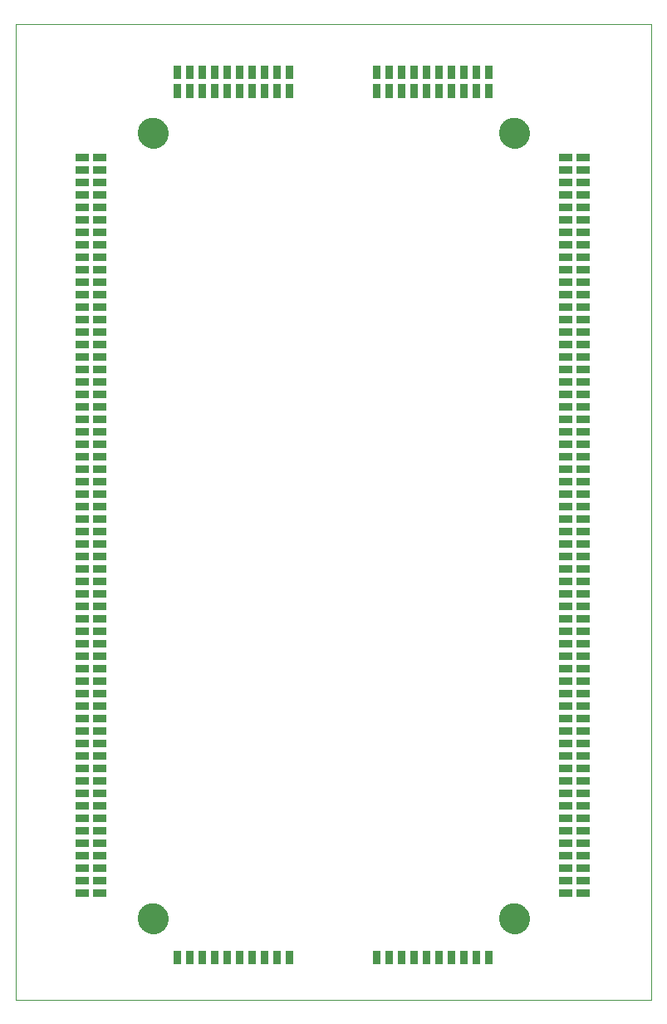
<source format=gbs>
G75*
%MOIN*%
%OFA0B0*%
%FSLAX25Y25*%
%IPPOS*%
%LPD*%
%AMOC8*
5,1,8,0,0,1.08239X$1,22.5*
%
%ADD10C,0.00000*%
%ADD11C,0.12211*%
%ADD12C,0.00261*%
D10*
X0001000Y0001000D02*
X0001000Y0392201D01*
X0255921Y0392201D01*
X0255921Y0001000D01*
X0001000Y0001000D01*
X0050094Y0033500D02*
X0050096Y0033653D01*
X0050102Y0033807D01*
X0050112Y0033960D01*
X0050126Y0034112D01*
X0050144Y0034265D01*
X0050166Y0034416D01*
X0050191Y0034567D01*
X0050221Y0034718D01*
X0050255Y0034868D01*
X0050292Y0035016D01*
X0050333Y0035164D01*
X0050378Y0035310D01*
X0050427Y0035456D01*
X0050480Y0035600D01*
X0050536Y0035742D01*
X0050596Y0035883D01*
X0050660Y0036023D01*
X0050727Y0036161D01*
X0050798Y0036297D01*
X0050873Y0036431D01*
X0050950Y0036563D01*
X0051032Y0036693D01*
X0051116Y0036821D01*
X0051204Y0036947D01*
X0051295Y0037070D01*
X0051389Y0037191D01*
X0051487Y0037309D01*
X0051587Y0037425D01*
X0051691Y0037538D01*
X0051797Y0037649D01*
X0051906Y0037757D01*
X0052018Y0037862D01*
X0052132Y0037963D01*
X0052250Y0038062D01*
X0052369Y0038158D01*
X0052491Y0038251D01*
X0052616Y0038340D01*
X0052743Y0038427D01*
X0052872Y0038509D01*
X0053003Y0038589D01*
X0053136Y0038665D01*
X0053271Y0038738D01*
X0053408Y0038807D01*
X0053547Y0038872D01*
X0053687Y0038934D01*
X0053829Y0038992D01*
X0053972Y0039047D01*
X0054117Y0039098D01*
X0054263Y0039145D01*
X0054410Y0039188D01*
X0054558Y0039227D01*
X0054707Y0039263D01*
X0054857Y0039294D01*
X0055008Y0039322D01*
X0055159Y0039346D01*
X0055312Y0039366D01*
X0055464Y0039382D01*
X0055617Y0039394D01*
X0055770Y0039402D01*
X0055923Y0039406D01*
X0056077Y0039406D01*
X0056230Y0039402D01*
X0056383Y0039394D01*
X0056536Y0039382D01*
X0056688Y0039366D01*
X0056841Y0039346D01*
X0056992Y0039322D01*
X0057143Y0039294D01*
X0057293Y0039263D01*
X0057442Y0039227D01*
X0057590Y0039188D01*
X0057737Y0039145D01*
X0057883Y0039098D01*
X0058028Y0039047D01*
X0058171Y0038992D01*
X0058313Y0038934D01*
X0058453Y0038872D01*
X0058592Y0038807D01*
X0058729Y0038738D01*
X0058864Y0038665D01*
X0058997Y0038589D01*
X0059128Y0038509D01*
X0059257Y0038427D01*
X0059384Y0038340D01*
X0059509Y0038251D01*
X0059631Y0038158D01*
X0059750Y0038062D01*
X0059868Y0037963D01*
X0059982Y0037862D01*
X0060094Y0037757D01*
X0060203Y0037649D01*
X0060309Y0037538D01*
X0060413Y0037425D01*
X0060513Y0037309D01*
X0060611Y0037191D01*
X0060705Y0037070D01*
X0060796Y0036947D01*
X0060884Y0036821D01*
X0060968Y0036693D01*
X0061050Y0036563D01*
X0061127Y0036431D01*
X0061202Y0036297D01*
X0061273Y0036161D01*
X0061340Y0036023D01*
X0061404Y0035883D01*
X0061464Y0035742D01*
X0061520Y0035600D01*
X0061573Y0035456D01*
X0061622Y0035310D01*
X0061667Y0035164D01*
X0061708Y0035016D01*
X0061745Y0034868D01*
X0061779Y0034718D01*
X0061809Y0034567D01*
X0061834Y0034416D01*
X0061856Y0034265D01*
X0061874Y0034112D01*
X0061888Y0033960D01*
X0061898Y0033807D01*
X0061904Y0033653D01*
X0061906Y0033500D01*
X0061904Y0033347D01*
X0061898Y0033193D01*
X0061888Y0033040D01*
X0061874Y0032888D01*
X0061856Y0032735D01*
X0061834Y0032584D01*
X0061809Y0032433D01*
X0061779Y0032282D01*
X0061745Y0032132D01*
X0061708Y0031984D01*
X0061667Y0031836D01*
X0061622Y0031690D01*
X0061573Y0031544D01*
X0061520Y0031400D01*
X0061464Y0031258D01*
X0061404Y0031117D01*
X0061340Y0030977D01*
X0061273Y0030839D01*
X0061202Y0030703D01*
X0061127Y0030569D01*
X0061050Y0030437D01*
X0060968Y0030307D01*
X0060884Y0030179D01*
X0060796Y0030053D01*
X0060705Y0029930D01*
X0060611Y0029809D01*
X0060513Y0029691D01*
X0060413Y0029575D01*
X0060309Y0029462D01*
X0060203Y0029351D01*
X0060094Y0029243D01*
X0059982Y0029138D01*
X0059868Y0029037D01*
X0059750Y0028938D01*
X0059631Y0028842D01*
X0059509Y0028749D01*
X0059384Y0028660D01*
X0059257Y0028573D01*
X0059128Y0028491D01*
X0058997Y0028411D01*
X0058864Y0028335D01*
X0058729Y0028262D01*
X0058592Y0028193D01*
X0058453Y0028128D01*
X0058313Y0028066D01*
X0058171Y0028008D01*
X0058028Y0027953D01*
X0057883Y0027902D01*
X0057737Y0027855D01*
X0057590Y0027812D01*
X0057442Y0027773D01*
X0057293Y0027737D01*
X0057143Y0027706D01*
X0056992Y0027678D01*
X0056841Y0027654D01*
X0056688Y0027634D01*
X0056536Y0027618D01*
X0056383Y0027606D01*
X0056230Y0027598D01*
X0056077Y0027594D01*
X0055923Y0027594D01*
X0055770Y0027598D01*
X0055617Y0027606D01*
X0055464Y0027618D01*
X0055312Y0027634D01*
X0055159Y0027654D01*
X0055008Y0027678D01*
X0054857Y0027706D01*
X0054707Y0027737D01*
X0054558Y0027773D01*
X0054410Y0027812D01*
X0054263Y0027855D01*
X0054117Y0027902D01*
X0053972Y0027953D01*
X0053829Y0028008D01*
X0053687Y0028066D01*
X0053547Y0028128D01*
X0053408Y0028193D01*
X0053271Y0028262D01*
X0053136Y0028335D01*
X0053003Y0028411D01*
X0052872Y0028491D01*
X0052743Y0028573D01*
X0052616Y0028660D01*
X0052491Y0028749D01*
X0052369Y0028842D01*
X0052250Y0028938D01*
X0052132Y0029037D01*
X0052018Y0029138D01*
X0051906Y0029243D01*
X0051797Y0029351D01*
X0051691Y0029462D01*
X0051587Y0029575D01*
X0051487Y0029691D01*
X0051389Y0029809D01*
X0051295Y0029930D01*
X0051204Y0030053D01*
X0051116Y0030179D01*
X0051032Y0030307D01*
X0050950Y0030437D01*
X0050873Y0030569D01*
X0050798Y0030703D01*
X0050727Y0030839D01*
X0050660Y0030977D01*
X0050596Y0031117D01*
X0050536Y0031258D01*
X0050480Y0031400D01*
X0050427Y0031544D01*
X0050378Y0031690D01*
X0050333Y0031836D01*
X0050292Y0031984D01*
X0050255Y0032132D01*
X0050221Y0032282D01*
X0050191Y0032433D01*
X0050166Y0032584D01*
X0050144Y0032735D01*
X0050126Y0032888D01*
X0050112Y0033040D01*
X0050102Y0033193D01*
X0050096Y0033347D01*
X0050094Y0033500D01*
X0195094Y0033500D02*
X0195096Y0033653D01*
X0195102Y0033807D01*
X0195112Y0033960D01*
X0195126Y0034112D01*
X0195144Y0034265D01*
X0195166Y0034416D01*
X0195191Y0034567D01*
X0195221Y0034718D01*
X0195255Y0034868D01*
X0195292Y0035016D01*
X0195333Y0035164D01*
X0195378Y0035310D01*
X0195427Y0035456D01*
X0195480Y0035600D01*
X0195536Y0035742D01*
X0195596Y0035883D01*
X0195660Y0036023D01*
X0195727Y0036161D01*
X0195798Y0036297D01*
X0195873Y0036431D01*
X0195950Y0036563D01*
X0196032Y0036693D01*
X0196116Y0036821D01*
X0196204Y0036947D01*
X0196295Y0037070D01*
X0196389Y0037191D01*
X0196487Y0037309D01*
X0196587Y0037425D01*
X0196691Y0037538D01*
X0196797Y0037649D01*
X0196906Y0037757D01*
X0197018Y0037862D01*
X0197132Y0037963D01*
X0197250Y0038062D01*
X0197369Y0038158D01*
X0197491Y0038251D01*
X0197616Y0038340D01*
X0197743Y0038427D01*
X0197872Y0038509D01*
X0198003Y0038589D01*
X0198136Y0038665D01*
X0198271Y0038738D01*
X0198408Y0038807D01*
X0198547Y0038872D01*
X0198687Y0038934D01*
X0198829Y0038992D01*
X0198972Y0039047D01*
X0199117Y0039098D01*
X0199263Y0039145D01*
X0199410Y0039188D01*
X0199558Y0039227D01*
X0199707Y0039263D01*
X0199857Y0039294D01*
X0200008Y0039322D01*
X0200159Y0039346D01*
X0200312Y0039366D01*
X0200464Y0039382D01*
X0200617Y0039394D01*
X0200770Y0039402D01*
X0200923Y0039406D01*
X0201077Y0039406D01*
X0201230Y0039402D01*
X0201383Y0039394D01*
X0201536Y0039382D01*
X0201688Y0039366D01*
X0201841Y0039346D01*
X0201992Y0039322D01*
X0202143Y0039294D01*
X0202293Y0039263D01*
X0202442Y0039227D01*
X0202590Y0039188D01*
X0202737Y0039145D01*
X0202883Y0039098D01*
X0203028Y0039047D01*
X0203171Y0038992D01*
X0203313Y0038934D01*
X0203453Y0038872D01*
X0203592Y0038807D01*
X0203729Y0038738D01*
X0203864Y0038665D01*
X0203997Y0038589D01*
X0204128Y0038509D01*
X0204257Y0038427D01*
X0204384Y0038340D01*
X0204509Y0038251D01*
X0204631Y0038158D01*
X0204750Y0038062D01*
X0204868Y0037963D01*
X0204982Y0037862D01*
X0205094Y0037757D01*
X0205203Y0037649D01*
X0205309Y0037538D01*
X0205413Y0037425D01*
X0205513Y0037309D01*
X0205611Y0037191D01*
X0205705Y0037070D01*
X0205796Y0036947D01*
X0205884Y0036821D01*
X0205968Y0036693D01*
X0206050Y0036563D01*
X0206127Y0036431D01*
X0206202Y0036297D01*
X0206273Y0036161D01*
X0206340Y0036023D01*
X0206404Y0035883D01*
X0206464Y0035742D01*
X0206520Y0035600D01*
X0206573Y0035456D01*
X0206622Y0035310D01*
X0206667Y0035164D01*
X0206708Y0035016D01*
X0206745Y0034868D01*
X0206779Y0034718D01*
X0206809Y0034567D01*
X0206834Y0034416D01*
X0206856Y0034265D01*
X0206874Y0034112D01*
X0206888Y0033960D01*
X0206898Y0033807D01*
X0206904Y0033653D01*
X0206906Y0033500D01*
X0206904Y0033347D01*
X0206898Y0033193D01*
X0206888Y0033040D01*
X0206874Y0032888D01*
X0206856Y0032735D01*
X0206834Y0032584D01*
X0206809Y0032433D01*
X0206779Y0032282D01*
X0206745Y0032132D01*
X0206708Y0031984D01*
X0206667Y0031836D01*
X0206622Y0031690D01*
X0206573Y0031544D01*
X0206520Y0031400D01*
X0206464Y0031258D01*
X0206404Y0031117D01*
X0206340Y0030977D01*
X0206273Y0030839D01*
X0206202Y0030703D01*
X0206127Y0030569D01*
X0206050Y0030437D01*
X0205968Y0030307D01*
X0205884Y0030179D01*
X0205796Y0030053D01*
X0205705Y0029930D01*
X0205611Y0029809D01*
X0205513Y0029691D01*
X0205413Y0029575D01*
X0205309Y0029462D01*
X0205203Y0029351D01*
X0205094Y0029243D01*
X0204982Y0029138D01*
X0204868Y0029037D01*
X0204750Y0028938D01*
X0204631Y0028842D01*
X0204509Y0028749D01*
X0204384Y0028660D01*
X0204257Y0028573D01*
X0204128Y0028491D01*
X0203997Y0028411D01*
X0203864Y0028335D01*
X0203729Y0028262D01*
X0203592Y0028193D01*
X0203453Y0028128D01*
X0203313Y0028066D01*
X0203171Y0028008D01*
X0203028Y0027953D01*
X0202883Y0027902D01*
X0202737Y0027855D01*
X0202590Y0027812D01*
X0202442Y0027773D01*
X0202293Y0027737D01*
X0202143Y0027706D01*
X0201992Y0027678D01*
X0201841Y0027654D01*
X0201688Y0027634D01*
X0201536Y0027618D01*
X0201383Y0027606D01*
X0201230Y0027598D01*
X0201077Y0027594D01*
X0200923Y0027594D01*
X0200770Y0027598D01*
X0200617Y0027606D01*
X0200464Y0027618D01*
X0200312Y0027634D01*
X0200159Y0027654D01*
X0200008Y0027678D01*
X0199857Y0027706D01*
X0199707Y0027737D01*
X0199558Y0027773D01*
X0199410Y0027812D01*
X0199263Y0027855D01*
X0199117Y0027902D01*
X0198972Y0027953D01*
X0198829Y0028008D01*
X0198687Y0028066D01*
X0198547Y0028128D01*
X0198408Y0028193D01*
X0198271Y0028262D01*
X0198136Y0028335D01*
X0198003Y0028411D01*
X0197872Y0028491D01*
X0197743Y0028573D01*
X0197616Y0028660D01*
X0197491Y0028749D01*
X0197369Y0028842D01*
X0197250Y0028938D01*
X0197132Y0029037D01*
X0197018Y0029138D01*
X0196906Y0029243D01*
X0196797Y0029351D01*
X0196691Y0029462D01*
X0196587Y0029575D01*
X0196487Y0029691D01*
X0196389Y0029809D01*
X0196295Y0029930D01*
X0196204Y0030053D01*
X0196116Y0030179D01*
X0196032Y0030307D01*
X0195950Y0030437D01*
X0195873Y0030569D01*
X0195798Y0030703D01*
X0195727Y0030839D01*
X0195660Y0030977D01*
X0195596Y0031117D01*
X0195536Y0031258D01*
X0195480Y0031400D01*
X0195427Y0031544D01*
X0195378Y0031690D01*
X0195333Y0031836D01*
X0195292Y0031984D01*
X0195255Y0032132D01*
X0195221Y0032282D01*
X0195191Y0032433D01*
X0195166Y0032584D01*
X0195144Y0032735D01*
X0195126Y0032888D01*
X0195112Y0033040D01*
X0195102Y0033193D01*
X0195096Y0033347D01*
X0195094Y0033500D01*
X0195094Y0348500D02*
X0195096Y0348653D01*
X0195102Y0348807D01*
X0195112Y0348960D01*
X0195126Y0349112D01*
X0195144Y0349265D01*
X0195166Y0349416D01*
X0195191Y0349567D01*
X0195221Y0349718D01*
X0195255Y0349868D01*
X0195292Y0350016D01*
X0195333Y0350164D01*
X0195378Y0350310D01*
X0195427Y0350456D01*
X0195480Y0350600D01*
X0195536Y0350742D01*
X0195596Y0350883D01*
X0195660Y0351023D01*
X0195727Y0351161D01*
X0195798Y0351297D01*
X0195873Y0351431D01*
X0195950Y0351563D01*
X0196032Y0351693D01*
X0196116Y0351821D01*
X0196204Y0351947D01*
X0196295Y0352070D01*
X0196389Y0352191D01*
X0196487Y0352309D01*
X0196587Y0352425D01*
X0196691Y0352538D01*
X0196797Y0352649D01*
X0196906Y0352757D01*
X0197018Y0352862D01*
X0197132Y0352963D01*
X0197250Y0353062D01*
X0197369Y0353158D01*
X0197491Y0353251D01*
X0197616Y0353340D01*
X0197743Y0353427D01*
X0197872Y0353509D01*
X0198003Y0353589D01*
X0198136Y0353665D01*
X0198271Y0353738D01*
X0198408Y0353807D01*
X0198547Y0353872D01*
X0198687Y0353934D01*
X0198829Y0353992D01*
X0198972Y0354047D01*
X0199117Y0354098D01*
X0199263Y0354145D01*
X0199410Y0354188D01*
X0199558Y0354227D01*
X0199707Y0354263D01*
X0199857Y0354294D01*
X0200008Y0354322D01*
X0200159Y0354346D01*
X0200312Y0354366D01*
X0200464Y0354382D01*
X0200617Y0354394D01*
X0200770Y0354402D01*
X0200923Y0354406D01*
X0201077Y0354406D01*
X0201230Y0354402D01*
X0201383Y0354394D01*
X0201536Y0354382D01*
X0201688Y0354366D01*
X0201841Y0354346D01*
X0201992Y0354322D01*
X0202143Y0354294D01*
X0202293Y0354263D01*
X0202442Y0354227D01*
X0202590Y0354188D01*
X0202737Y0354145D01*
X0202883Y0354098D01*
X0203028Y0354047D01*
X0203171Y0353992D01*
X0203313Y0353934D01*
X0203453Y0353872D01*
X0203592Y0353807D01*
X0203729Y0353738D01*
X0203864Y0353665D01*
X0203997Y0353589D01*
X0204128Y0353509D01*
X0204257Y0353427D01*
X0204384Y0353340D01*
X0204509Y0353251D01*
X0204631Y0353158D01*
X0204750Y0353062D01*
X0204868Y0352963D01*
X0204982Y0352862D01*
X0205094Y0352757D01*
X0205203Y0352649D01*
X0205309Y0352538D01*
X0205413Y0352425D01*
X0205513Y0352309D01*
X0205611Y0352191D01*
X0205705Y0352070D01*
X0205796Y0351947D01*
X0205884Y0351821D01*
X0205968Y0351693D01*
X0206050Y0351563D01*
X0206127Y0351431D01*
X0206202Y0351297D01*
X0206273Y0351161D01*
X0206340Y0351023D01*
X0206404Y0350883D01*
X0206464Y0350742D01*
X0206520Y0350600D01*
X0206573Y0350456D01*
X0206622Y0350310D01*
X0206667Y0350164D01*
X0206708Y0350016D01*
X0206745Y0349868D01*
X0206779Y0349718D01*
X0206809Y0349567D01*
X0206834Y0349416D01*
X0206856Y0349265D01*
X0206874Y0349112D01*
X0206888Y0348960D01*
X0206898Y0348807D01*
X0206904Y0348653D01*
X0206906Y0348500D01*
X0206904Y0348347D01*
X0206898Y0348193D01*
X0206888Y0348040D01*
X0206874Y0347888D01*
X0206856Y0347735D01*
X0206834Y0347584D01*
X0206809Y0347433D01*
X0206779Y0347282D01*
X0206745Y0347132D01*
X0206708Y0346984D01*
X0206667Y0346836D01*
X0206622Y0346690D01*
X0206573Y0346544D01*
X0206520Y0346400D01*
X0206464Y0346258D01*
X0206404Y0346117D01*
X0206340Y0345977D01*
X0206273Y0345839D01*
X0206202Y0345703D01*
X0206127Y0345569D01*
X0206050Y0345437D01*
X0205968Y0345307D01*
X0205884Y0345179D01*
X0205796Y0345053D01*
X0205705Y0344930D01*
X0205611Y0344809D01*
X0205513Y0344691D01*
X0205413Y0344575D01*
X0205309Y0344462D01*
X0205203Y0344351D01*
X0205094Y0344243D01*
X0204982Y0344138D01*
X0204868Y0344037D01*
X0204750Y0343938D01*
X0204631Y0343842D01*
X0204509Y0343749D01*
X0204384Y0343660D01*
X0204257Y0343573D01*
X0204128Y0343491D01*
X0203997Y0343411D01*
X0203864Y0343335D01*
X0203729Y0343262D01*
X0203592Y0343193D01*
X0203453Y0343128D01*
X0203313Y0343066D01*
X0203171Y0343008D01*
X0203028Y0342953D01*
X0202883Y0342902D01*
X0202737Y0342855D01*
X0202590Y0342812D01*
X0202442Y0342773D01*
X0202293Y0342737D01*
X0202143Y0342706D01*
X0201992Y0342678D01*
X0201841Y0342654D01*
X0201688Y0342634D01*
X0201536Y0342618D01*
X0201383Y0342606D01*
X0201230Y0342598D01*
X0201077Y0342594D01*
X0200923Y0342594D01*
X0200770Y0342598D01*
X0200617Y0342606D01*
X0200464Y0342618D01*
X0200312Y0342634D01*
X0200159Y0342654D01*
X0200008Y0342678D01*
X0199857Y0342706D01*
X0199707Y0342737D01*
X0199558Y0342773D01*
X0199410Y0342812D01*
X0199263Y0342855D01*
X0199117Y0342902D01*
X0198972Y0342953D01*
X0198829Y0343008D01*
X0198687Y0343066D01*
X0198547Y0343128D01*
X0198408Y0343193D01*
X0198271Y0343262D01*
X0198136Y0343335D01*
X0198003Y0343411D01*
X0197872Y0343491D01*
X0197743Y0343573D01*
X0197616Y0343660D01*
X0197491Y0343749D01*
X0197369Y0343842D01*
X0197250Y0343938D01*
X0197132Y0344037D01*
X0197018Y0344138D01*
X0196906Y0344243D01*
X0196797Y0344351D01*
X0196691Y0344462D01*
X0196587Y0344575D01*
X0196487Y0344691D01*
X0196389Y0344809D01*
X0196295Y0344930D01*
X0196204Y0345053D01*
X0196116Y0345179D01*
X0196032Y0345307D01*
X0195950Y0345437D01*
X0195873Y0345569D01*
X0195798Y0345703D01*
X0195727Y0345839D01*
X0195660Y0345977D01*
X0195596Y0346117D01*
X0195536Y0346258D01*
X0195480Y0346400D01*
X0195427Y0346544D01*
X0195378Y0346690D01*
X0195333Y0346836D01*
X0195292Y0346984D01*
X0195255Y0347132D01*
X0195221Y0347282D01*
X0195191Y0347433D01*
X0195166Y0347584D01*
X0195144Y0347735D01*
X0195126Y0347888D01*
X0195112Y0348040D01*
X0195102Y0348193D01*
X0195096Y0348347D01*
X0195094Y0348500D01*
X0050094Y0348500D02*
X0050096Y0348653D01*
X0050102Y0348807D01*
X0050112Y0348960D01*
X0050126Y0349112D01*
X0050144Y0349265D01*
X0050166Y0349416D01*
X0050191Y0349567D01*
X0050221Y0349718D01*
X0050255Y0349868D01*
X0050292Y0350016D01*
X0050333Y0350164D01*
X0050378Y0350310D01*
X0050427Y0350456D01*
X0050480Y0350600D01*
X0050536Y0350742D01*
X0050596Y0350883D01*
X0050660Y0351023D01*
X0050727Y0351161D01*
X0050798Y0351297D01*
X0050873Y0351431D01*
X0050950Y0351563D01*
X0051032Y0351693D01*
X0051116Y0351821D01*
X0051204Y0351947D01*
X0051295Y0352070D01*
X0051389Y0352191D01*
X0051487Y0352309D01*
X0051587Y0352425D01*
X0051691Y0352538D01*
X0051797Y0352649D01*
X0051906Y0352757D01*
X0052018Y0352862D01*
X0052132Y0352963D01*
X0052250Y0353062D01*
X0052369Y0353158D01*
X0052491Y0353251D01*
X0052616Y0353340D01*
X0052743Y0353427D01*
X0052872Y0353509D01*
X0053003Y0353589D01*
X0053136Y0353665D01*
X0053271Y0353738D01*
X0053408Y0353807D01*
X0053547Y0353872D01*
X0053687Y0353934D01*
X0053829Y0353992D01*
X0053972Y0354047D01*
X0054117Y0354098D01*
X0054263Y0354145D01*
X0054410Y0354188D01*
X0054558Y0354227D01*
X0054707Y0354263D01*
X0054857Y0354294D01*
X0055008Y0354322D01*
X0055159Y0354346D01*
X0055312Y0354366D01*
X0055464Y0354382D01*
X0055617Y0354394D01*
X0055770Y0354402D01*
X0055923Y0354406D01*
X0056077Y0354406D01*
X0056230Y0354402D01*
X0056383Y0354394D01*
X0056536Y0354382D01*
X0056688Y0354366D01*
X0056841Y0354346D01*
X0056992Y0354322D01*
X0057143Y0354294D01*
X0057293Y0354263D01*
X0057442Y0354227D01*
X0057590Y0354188D01*
X0057737Y0354145D01*
X0057883Y0354098D01*
X0058028Y0354047D01*
X0058171Y0353992D01*
X0058313Y0353934D01*
X0058453Y0353872D01*
X0058592Y0353807D01*
X0058729Y0353738D01*
X0058864Y0353665D01*
X0058997Y0353589D01*
X0059128Y0353509D01*
X0059257Y0353427D01*
X0059384Y0353340D01*
X0059509Y0353251D01*
X0059631Y0353158D01*
X0059750Y0353062D01*
X0059868Y0352963D01*
X0059982Y0352862D01*
X0060094Y0352757D01*
X0060203Y0352649D01*
X0060309Y0352538D01*
X0060413Y0352425D01*
X0060513Y0352309D01*
X0060611Y0352191D01*
X0060705Y0352070D01*
X0060796Y0351947D01*
X0060884Y0351821D01*
X0060968Y0351693D01*
X0061050Y0351563D01*
X0061127Y0351431D01*
X0061202Y0351297D01*
X0061273Y0351161D01*
X0061340Y0351023D01*
X0061404Y0350883D01*
X0061464Y0350742D01*
X0061520Y0350600D01*
X0061573Y0350456D01*
X0061622Y0350310D01*
X0061667Y0350164D01*
X0061708Y0350016D01*
X0061745Y0349868D01*
X0061779Y0349718D01*
X0061809Y0349567D01*
X0061834Y0349416D01*
X0061856Y0349265D01*
X0061874Y0349112D01*
X0061888Y0348960D01*
X0061898Y0348807D01*
X0061904Y0348653D01*
X0061906Y0348500D01*
X0061904Y0348347D01*
X0061898Y0348193D01*
X0061888Y0348040D01*
X0061874Y0347888D01*
X0061856Y0347735D01*
X0061834Y0347584D01*
X0061809Y0347433D01*
X0061779Y0347282D01*
X0061745Y0347132D01*
X0061708Y0346984D01*
X0061667Y0346836D01*
X0061622Y0346690D01*
X0061573Y0346544D01*
X0061520Y0346400D01*
X0061464Y0346258D01*
X0061404Y0346117D01*
X0061340Y0345977D01*
X0061273Y0345839D01*
X0061202Y0345703D01*
X0061127Y0345569D01*
X0061050Y0345437D01*
X0060968Y0345307D01*
X0060884Y0345179D01*
X0060796Y0345053D01*
X0060705Y0344930D01*
X0060611Y0344809D01*
X0060513Y0344691D01*
X0060413Y0344575D01*
X0060309Y0344462D01*
X0060203Y0344351D01*
X0060094Y0344243D01*
X0059982Y0344138D01*
X0059868Y0344037D01*
X0059750Y0343938D01*
X0059631Y0343842D01*
X0059509Y0343749D01*
X0059384Y0343660D01*
X0059257Y0343573D01*
X0059128Y0343491D01*
X0058997Y0343411D01*
X0058864Y0343335D01*
X0058729Y0343262D01*
X0058592Y0343193D01*
X0058453Y0343128D01*
X0058313Y0343066D01*
X0058171Y0343008D01*
X0058028Y0342953D01*
X0057883Y0342902D01*
X0057737Y0342855D01*
X0057590Y0342812D01*
X0057442Y0342773D01*
X0057293Y0342737D01*
X0057143Y0342706D01*
X0056992Y0342678D01*
X0056841Y0342654D01*
X0056688Y0342634D01*
X0056536Y0342618D01*
X0056383Y0342606D01*
X0056230Y0342598D01*
X0056077Y0342594D01*
X0055923Y0342594D01*
X0055770Y0342598D01*
X0055617Y0342606D01*
X0055464Y0342618D01*
X0055312Y0342634D01*
X0055159Y0342654D01*
X0055008Y0342678D01*
X0054857Y0342706D01*
X0054707Y0342737D01*
X0054558Y0342773D01*
X0054410Y0342812D01*
X0054263Y0342855D01*
X0054117Y0342902D01*
X0053972Y0342953D01*
X0053829Y0343008D01*
X0053687Y0343066D01*
X0053547Y0343128D01*
X0053408Y0343193D01*
X0053271Y0343262D01*
X0053136Y0343335D01*
X0053003Y0343411D01*
X0052872Y0343491D01*
X0052743Y0343573D01*
X0052616Y0343660D01*
X0052491Y0343749D01*
X0052369Y0343842D01*
X0052250Y0343938D01*
X0052132Y0344037D01*
X0052018Y0344138D01*
X0051906Y0344243D01*
X0051797Y0344351D01*
X0051691Y0344462D01*
X0051587Y0344575D01*
X0051487Y0344691D01*
X0051389Y0344809D01*
X0051295Y0344930D01*
X0051204Y0345053D01*
X0051116Y0345179D01*
X0051032Y0345307D01*
X0050950Y0345437D01*
X0050873Y0345569D01*
X0050798Y0345703D01*
X0050727Y0345839D01*
X0050660Y0345977D01*
X0050596Y0346117D01*
X0050536Y0346258D01*
X0050480Y0346400D01*
X0050427Y0346544D01*
X0050378Y0346690D01*
X0050333Y0346836D01*
X0050292Y0346984D01*
X0050255Y0347132D01*
X0050221Y0347282D01*
X0050191Y0347433D01*
X0050166Y0347584D01*
X0050144Y0347735D01*
X0050126Y0347888D01*
X0050112Y0348040D01*
X0050102Y0348193D01*
X0050096Y0348347D01*
X0050094Y0348500D01*
D11*
X0056000Y0348500D03*
X0201000Y0348500D03*
X0201000Y0033500D03*
X0056000Y0033500D03*
D12*
X0064180Y0020570D02*
X0064180Y0015430D01*
X0064180Y0020570D02*
X0066820Y0020570D01*
X0066820Y0015430D01*
X0064180Y0015430D01*
X0064180Y0015690D02*
X0066820Y0015690D01*
X0066820Y0015950D02*
X0064180Y0015950D01*
X0064180Y0016210D02*
X0066820Y0016210D01*
X0066820Y0016470D02*
X0064180Y0016470D01*
X0064180Y0016730D02*
X0066820Y0016730D01*
X0066820Y0016990D02*
X0064180Y0016990D01*
X0064180Y0017250D02*
X0066820Y0017250D01*
X0066820Y0017510D02*
X0064180Y0017510D01*
X0064180Y0017770D02*
X0066820Y0017770D01*
X0066820Y0018030D02*
X0064180Y0018030D01*
X0064180Y0018290D02*
X0066820Y0018290D01*
X0066820Y0018550D02*
X0064180Y0018550D01*
X0064180Y0018810D02*
X0066820Y0018810D01*
X0066820Y0019070D02*
X0064180Y0019070D01*
X0064180Y0019330D02*
X0066820Y0019330D01*
X0066820Y0019590D02*
X0064180Y0019590D01*
X0064180Y0019850D02*
X0066820Y0019850D01*
X0066820Y0020110D02*
X0064180Y0020110D01*
X0064180Y0020370D02*
X0066820Y0020370D01*
X0069180Y0020570D02*
X0069180Y0015430D01*
X0069180Y0020570D02*
X0071820Y0020570D01*
X0071820Y0015430D01*
X0069180Y0015430D01*
X0069180Y0015690D02*
X0071820Y0015690D01*
X0071820Y0015950D02*
X0069180Y0015950D01*
X0069180Y0016210D02*
X0071820Y0016210D01*
X0071820Y0016470D02*
X0069180Y0016470D01*
X0069180Y0016730D02*
X0071820Y0016730D01*
X0071820Y0016990D02*
X0069180Y0016990D01*
X0069180Y0017250D02*
X0071820Y0017250D01*
X0071820Y0017510D02*
X0069180Y0017510D01*
X0069180Y0017770D02*
X0071820Y0017770D01*
X0071820Y0018030D02*
X0069180Y0018030D01*
X0069180Y0018290D02*
X0071820Y0018290D01*
X0071820Y0018550D02*
X0069180Y0018550D01*
X0069180Y0018810D02*
X0071820Y0018810D01*
X0071820Y0019070D02*
X0069180Y0019070D01*
X0069180Y0019330D02*
X0071820Y0019330D01*
X0071820Y0019590D02*
X0069180Y0019590D01*
X0069180Y0019850D02*
X0071820Y0019850D01*
X0071820Y0020110D02*
X0069180Y0020110D01*
X0069180Y0020370D02*
X0071820Y0020370D01*
X0074180Y0020570D02*
X0074180Y0015430D01*
X0074180Y0020570D02*
X0076820Y0020570D01*
X0076820Y0015430D01*
X0074180Y0015430D01*
X0074180Y0015690D02*
X0076820Y0015690D01*
X0076820Y0015950D02*
X0074180Y0015950D01*
X0074180Y0016210D02*
X0076820Y0016210D01*
X0076820Y0016470D02*
X0074180Y0016470D01*
X0074180Y0016730D02*
X0076820Y0016730D01*
X0076820Y0016990D02*
X0074180Y0016990D01*
X0074180Y0017250D02*
X0076820Y0017250D01*
X0076820Y0017510D02*
X0074180Y0017510D01*
X0074180Y0017770D02*
X0076820Y0017770D01*
X0076820Y0018030D02*
X0074180Y0018030D01*
X0074180Y0018290D02*
X0076820Y0018290D01*
X0076820Y0018550D02*
X0074180Y0018550D01*
X0074180Y0018810D02*
X0076820Y0018810D01*
X0076820Y0019070D02*
X0074180Y0019070D01*
X0074180Y0019330D02*
X0076820Y0019330D01*
X0076820Y0019590D02*
X0074180Y0019590D01*
X0074180Y0019850D02*
X0076820Y0019850D01*
X0076820Y0020110D02*
X0074180Y0020110D01*
X0074180Y0020370D02*
X0076820Y0020370D01*
X0079180Y0020570D02*
X0079180Y0015430D01*
X0079180Y0020570D02*
X0081820Y0020570D01*
X0081820Y0015430D01*
X0079180Y0015430D01*
X0079180Y0015690D02*
X0081820Y0015690D01*
X0081820Y0015950D02*
X0079180Y0015950D01*
X0079180Y0016210D02*
X0081820Y0016210D01*
X0081820Y0016470D02*
X0079180Y0016470D01*
X0079180Y0016730D02*
X0081820Y0016730D01*
X0081820Y0016990D02*
X0079180Y0016990D01*
X0079180Y0017250D02*
X0081820Y0017250D01*
X0081820Y0017510D02*
X0079180Y0017510D01*
X0079180Y0017770D02*
X0081820Y0017770D01*
X0081820Y0018030D02*
X0079180Y0018030D01*
X0079180Y0018290D02*
X0081820Y0018290D01*
X0081820Y0018550D02*
X0079180Y0018550D01*
X0079180Y0018810D02*
X0081820Y0018810D01*
X0081820Y0019070D02*
X0079180Y0019070D01*
X0079180Y0019330D02*
X0081820Y0019330D01*
X0081820Y0019590D02*
X0079180Y0019590D01*
X0079180Y0019850D02*
X0081820Y0019850D01*
X0081820Y0020110D02*
X0079180Y0020110D01*
X0079180Y0020370D02*
X0081820Y0020370D01*
X0084180Y0020570D02*
X0084180Y0015430D01*
X0084180Y0020570D02*
X0086820Y0020570D01*
X0086820Y0015430D01*
X0084180Y0015430D01*
X0084180Y0015690D02*
X0086820Y0015690D01*
X0086820Y0015950D02*
X0084180Y0015950D01*
X0084180Y0016210D02*
X0086820Y0016210D01*
X0086820Y0016470D02*
X0084180Y0016470D01*
X0084180Y0016730D02*
X0086820Y0016730D01*
X0086820Y0016990D02*
X0084180Y0016990D01*
X0084180Y0017250D02*
X0086820Y0017250D01*
X0086820Y0017510D02*
X0084180Y0017510D01*
X0084180Y0017770D02*
X0086820Y0017770D01*
X0086820Y0018030D02*
X0084180Y0018030D01*
X0084180Y0018290D02*
X0086820Y0018290D01*
X0086820Y0018550D02*
X0084180Y0018550D01*
X0084180Y0018810D02*
X0086820Y0018810D01*
X0086820Y0019070D02*
X0084180Y0019070D01*
X0084180Y0019330D02*
X0086820Y0019330D01*
X0086820Y0019590D02*
X0084180Y0019590D01*
X0084180Y0019850D02*
X0086820Y0019850D01*
X0086820Y0020110D02*
X0084180Y0020110D01*
X0084180Y0020370D02*
X0086820Y0020370D01*
X0089180Y0020570D02*
X0089180Y0015430D01*
X0089180Y0020570D02*
X0091820Y0020570D01*
X0091820Y0015430D01*
X0089180Y0015430D01*
X0089180Y0015690D02*
X0091820Y0015690D01*
X0091820Y0015950D02*
X0089180Y0015950D01*
X0089180Y0016210D02*
X0091820Y0016210D01*
X0091820Y0016470D02*
X0089180Y0016470D01*
X0089180Y0016730D02*
X0091820Y0016730D01*
X0091820Y0016990D02*
X0089180Y0016990D01*
X0089180Y0017250D02*
X0091820Y0017250D01*
X0091820Y0017510D02*
X0089180Y0017510D01*
X0089180Y0017770D02*
X0091820Y0017770D01*
X0091820Y0018030D02*
X0089180Y0018030D01*
X0089180Y0018290D02*
X0091820Y0018290D01*
X0091820Y0018550D02*
X0089180Y0018550D01*
X0089180Y0018810D02*
X0091820Y0018810D01*
X0091820Y0019070D02*
X0089180Y0019070D01*
X0089180Y0019330D02*
X0091820Y0019330D01*
X0091820Y0019590D02*
X0089180Y0019590D01*
X0089180Y0019850D02*
X0091820Y0019850D01*
X0091820Y0020110D02*
X0089180Y0020110D01*
X0089180Y0020370D02*
X0091820Y0020370D01*
X0094180Y0020570D02*
X0094180Y0015430D01*
X0094180Y0020570D02*
X0096820Y0020570D01*
X0096820Y0015430D01*
X0094180Y0015430D01*
X0094180Y0015690D02*
X0096820Y0015690D01*
X0096820Y0015950D02*
X0094180Y0015950D01*
X0094180Y0016210D02*
X0096820Y0016210D01*
X0096820Y0016470D02*
X0094180Y0016470D01*
X0094180Y0016730D02*
X0096820Y0016730D01*
X0096820Y0016990D02*
X0094180Y0016990D01*
X0094180Y0017250D02*
X0096820Y0017250D01*
X0096820Y0017510D02*
X0094180Y0017510D01*
X0094180Y0017770D02*
X0096820Y0017770D01*
X0096820Y0018030D02*
X0094180Y0018030D01*
X0094180Y0018290D02*
X0096820Y0018290D01*
X0096820Y0018550D02*
X0094180Y0018550D01*
X0094180Y0018810D02*
X0096820Y0018810D01*
X0096820Y0019070D02*
X0094180Y0019070D01*
X0094180Y0019330D02*
X0096820Y0019330D01*
X0096820Y0019590D02*
X0094180Y0019590D01*
X0094180Y0019850D02*
X0096820Y0019850D01*
X0096820Y0020110D02*
X0094180Y0020110D01*
X0094180Y0020370D02*
X0096820Y0020370D01*
X0099180Y0020570D02*
X0099180Y0015430D01*
X0099180Y0020570D02*
X0101820Y0020570D01*
X0101820Y0015430D01*
X0099180Y0015430D01*
X0099180Y0015690D02*
X0101820Y0015690D01*
X0101820Y0015950D02*
X0099180Y0015950D01*
X0099180Y0016210D02*
X0101820Y0016210D01*
X0101820Y0016470D02*
X0099180Y0016470D01*
X0099180Y0016730D02*
X0101820Y0016730D01*
X0101820Y0016990D02*
X0099180Y0016990D01*
X0099180Y0017250D02*
X0101820Y0017250D01*
X0101820Y0017510D02*
X0099180Y0017510D01*
X0099180Y0017770D02*
X0101820Y0017770D01*
X0101820Y0018030D02*
X0099180Y0018030D01*
X0099180Y0018290D02*
X0101820Y0018290D01*
X0101820Y0018550D02*
X0099180Y0018550D01*
X0099180Y0018810D02*
X0101820Y0018810D01*
X0101820Y0019070D02*
X0099180Y0019070D01*
X0099180Y0019330D02*
X0101820Y0019330D01*
X0101820Y0019590D02*
X0099180Y0019590D01*
X0099180Y0019850D02*
X0101820Y0019850D01*
X0101820Y0020110D02*
X0099180Y0020110D01*
X0099180Y0020370D02*
X0101820Y0020370D01*
X0104180Y0020570D02*
X0104180Y0015430D01*
X0104180Y0020570D02*
X0106820Y0020570D01*
X0106820Y0015430D01*
X0104180Y0015430D01*
X0104180Y0015690D02*
X0106820Y0015690D01*
X0106820Y0015950D02*
X0104180Y0015950D01*
X0104180Y0016210D02*
X0106820Y0016210D01*
X0106820Y0016470D02*
X0104180Y0016470D01*
X0104180Y0016730D02*
X0106820Y0016730D01*
X0106820Y0016990D02*
X0104180Y0016990D01*
X0104180Y0017250D02*
X0106820Y0017250D01*
X0106820Y0017510D02*
X0104180Y0017510D01*
X0104180Y0017770D02*
X0106820Y0017770D01*
X0106820Y0018030D02*
X0104180Y0018030D01*
X0104180Y0018290D02*
X0106820Y0018290D01*
X0106820Y0018550D02*
X0104180Y0018550D01*
X0104180Y0018810D02*
X0106820Y0018810D01*
X0106820Y0019070D02*
X0104180Y0019070D01*
X0104180Y0019330D02*
X0106820Y0019330D01*
X0106820Y0019590D02*
X0104180Y0019590D01*
X0104180Y0019850D02*
X0106820Y0019850D01*
X0106820Y0020110D02*
X0104180Y0020110D01*
X0104180Y0020370D02*
X0106820Y0020370D01*
X0109180Y0020570D02*
X0109180Y0015430D01*
X0109180Y0020570D02*
X0111820Y0020570D01*
X0111820Y0015430D01*
X0109180Y0015430D01*
X0109180Y0015690D02*
X0111820Y0015690D01*
X0111820Y0015950D02*
X0109180Y0015950D01*
X0109180Y0016210D02*
X0111820Y0016210D01*
X0111820Y0016470D02*
X0109180Y0016470D01*
X0109180Y0016730D02*
X0111820Y0016730D01*
X0111820Y0016990D02*
X0109180Y0016990D01*
X0109180Y0017250D02*
X0111820Y0017250D01*
X0111820Y0017510D02*
X0109180Y0017510D01*
X0109180Y0017770D02*
X0111820Y0017770D01*
X0111820Y0018030D02*
X0109180Y0018030D01*
X0109180Y0018290D02*
X0111820Y0018290D01*
X0111820Y0018550D02*
X0109180Y0018550D01*
X0109180Y0018810D02*
X0111820Y0018810D01*
X0111820Y0019070D02*
X0109180Y0019070D01*
X0109180Y0019330D02*
X0111820Y0019330D01*
X0111820Y0019590D02*
X0109180Y0019590D01*
X0109180Y0019850D02*
X0111820Y0019850D01*
X0111820Y0020110D02*
X0109180Y0020110D01*
X0109180Y0020370D02*
X0111820Y0020370D01*
X0144180Y0020570D02*
X0144180Y0015430D01*
X0144180Y0020570D02*
X0146820Y0020570D01*
X0146820Y0015430D01*
X0144180Y0015430D01*
X0144180Y0015690D02*
X0146820Y0015690D01*
X0146820Y0015950D02*
X0144180Y0015950D01*
X0144180Y0016210D02*
X0146820Y0016210D01*
X0146820Y0016470D02*
X0144180Y0016470D01*
X0144180Y0016730D02*
X0146820Y0016730D01*
X0146820Y0016990D02*
X0144180Y0016990D01*
X0144180Y0017250D02*
X0146820Y0017250D01*
X0146820Y0017510D02*
X0144180Y0017510D01*
X0144180Y0017770D02*
X0146820Y0017770D01*
X0146820Y0018030D02*
X0144180Y0018030D01*
X0144180Y0018290D02*
X0146820Y0018290D01*
X0146820Y0018550D02*
X0144180Y0018550D01*
X0144180Y0018810D02*
X0146820Y0018810D01*
X0146820Y0019070D02*
X0144180Y0019070D01*
X0144180Y0019330D02*
X0146820Y0019330D01*
X0146820Y0019590D02*
X0144180Y0019590D01*
X0144180Y0019850D02*
X0146820Y0019850D01*
X0146820Y0020110D02*
X0144180Y0020110D01*
X0144180Y0020370D02*
X0146820Y0020370D01*
X0149180Y0020570D02*
X0149180Y0015430D01*
X0149180Y0020570D02*
X0151820Y0020570D01*
X0151820Y0015430D01*
X0149180Y0015430D01*
X0149180Y0015690D02*
X0151820Y0015690D01*
X0151820Y0015950D02*
X0149180Y0015950D01*
X0149180Y0016210D02*
X0151820Y0016210D01*
X0151820Y0016470D02*
X0149180Y0016470D01*
X0149180Y0016730D02*
X0151820Y0016730D01*
X0151820Y0016990D02*
X0149180Y0016990D01*
X0149180Y0017250D02*
X0151820Y0017250D01*
X0151820Y0017510D02*
X0149180Y0017510D01*
X0149180Y0017770D02*
X0151820Y0017770D01*
X0151820Y0018030D02*
X0149180Y0018030D01*
X0149180Y0018290D02*
X0151820Y0018290D01*
X0151820Y0018550D02*
X0149180Y0018550D01*
X0149180Y0018810D02*
X0151820Y0018810D01*
X0151820Y0019070D02*
X0149180Y0019070D01*
X0149180Y0019330D02*
X0151820Y0019330D01*
X0151820Y0019590D02*
X0149180Y0019590D01*
X0149180Y0019850D02*
X0151820Y0019850D01*
X0151820Y0020110D02*
X0149180Y0020110D01*
X0149180Y0020370D02*
X0151820Y0020370D01*
X0154180Y0020570D02*
X0154180Y0015430D01*
X0154180Y0020570D02*
X0156820Y0020570D01*
X0156820Y0015430D01*
X0154180Y0015430D01*
X0154180Y0015690D02*
X0156820Y0015690D01*
X0156820Y0015950D02*
X0154180Y0015950D01*
X0154180Y0016210D02*
X0156820Y0016210D01*
X0156820Y0016470D02*
X0154180Y0016470D01*
X0154180Y0016730D02*
X0156820Y0016730D01*
X0156820Y0016990D02*
X0154180Y0016990D01*
X0154180Y0017250D02*
X0156820Y0017250D01*
X0156820Y0017510D02*
X0154180Y0017510D01*
X0154180Y0017770D02*
X0156820Y0017770D01*
X0156820Y0018030D02*
X0154180Y0018030D01*
X0154180Y0018290D02*
X0156820Y0018290D01*
X0156820Y0018550D02*
X0154180Y0018550D01*
X0154180Y0018810D02*
X0156820Y0018810D01*
X0156820Y0019070D02*
X0154180Y0019070D01*
X0154180Y0019330D02*
X0156820Y0019330D01*
X0156820Y0019590D02*
X0154180Y0019590D01*
X0154180Y0019850D02*
X0156820Y0019850D01*
X0156820Y0020110D02*
X0154180Y0020110D01*
X0154180Y0020370D02*
X0156820Y0020370D01*
X0159180Y0020570D02*
X0159180Y0015430D01*
X0159180Y0020570D02*
X0161820Y0020570D01*
X0161820Y0015430D01*
X0159180Y0015430D01*
X0159180Y0015690D02*
X0161820Y0015690D01*
X0161820Y0015950D02*
X0159180Y0015950D01*
X0159180Y0016210D02*
X0161820Y0016210D01*
X0161820Y0016470D02*
X0159180Y0016470D01*
X0159180Y0016730D02*
X0161820Y0016730D01*
X0161820Y0016990D02*
X0159180Y0016990D01*
X0159180Y0017250D02*
X0161820Y0017250D01*
X0161820Y0017510D02*
X0159180Y0017510D01*
X0159180Y0017770D02*
X0161820Y0017770D01*
X0161820Y0018030D02*
X0159180Y0018030D01*
X0159180Y0018290D02*
X0161820Y0018290D01*
X0161820Y0018550D02*
X0159180Y0018550D01*
X0159180Y0018810D02*
X0161820Y0018810D01*
X0161820Y0019070D02*
X0159180Y0019070D01*
X0159180Y0019330D02*
X0161820Y0019330D01*
X0161820Y0019590D02*
X0159180Y0019590D01*
X0159180Y0019850D02*
X0161820Y0019850D01*
X0161820Y0020110D02*
X0159180Y0020110D01*
X0159180Y0020370D02*
X0161820Y0020370D01*
X0164180Y0020570D02*
X0164180Y0015430D01*
X0164180Y0020570D02*
X0166820Y0020570D01*
X0166820Y0015430D01*
X0164180Y0015430D01*
X0164180Y0015690D02*
X0166820Y0015690D01*
X0166820Y0015950D02*
X0164180Y0015950D01*
X0164180Y0016210D02*
X0166820Y0016210D01*
X0166820Y0016470D02*
X0164180Y0016470D01*
X0164180Y0016730D02*
X0166820Y0016730D01*
X0166820Y0016990D02*
X0164180Y0016990D01*
X0164180Y0017250D02*
X0166820Y0017250D01*
X0166820Y0017510D02*
X0164180Y0017510D01*
X0164180Y0017770D02*
X0166820Y0017770D01*
X0166820Y0018030D02*
X0164180Y0018030D01*
X0164180Y0018290D02*
X0166820Y0018290D01*
X0166820Y0018550D02*
X0164180Y0018550D01*
X0164180Y0018810D02*
X0166820Y0018810D01*
X0166820Y0019070D02*
X0164180Y0019070D01*
X0164180Y0019330D02*
X0166820Y0019330D01*
X0166820Y0019590D02*
X0164180Y0019590D01*
X0164180Y0019850D02*
X0166820Y0019850D01*
X0166820Y0020110D02*
X0164180Y0020110D01*
X0164180Y0020370D02*
X0166820Y0020370D01*
X0169180Y0020570D02*
X0169180Y0015430D01*
X0169180Y0020570D02*
X0171820Y0020570D01*
X0171820Y0015430D01*
X0169180Y0015430D01*
X0169180Y0015690D02*
X0171820Y0015690D01*
X0171820Y0015950D02*
X0169180Y0015950D01*
X0169180Y0016210D02*
X0171820Y0016210D01*
X0171820Y0016470D02*
X0169180Y0016470D01*
X0169180Y0016730D02*
X0171820Y0016730D01*
X0171820Y0016990D02*
X0169180Y0016990D01*
X0169180Y0017250D02*
X0171820Y0017250D01*
X0171820Y0017510D02*
X0169180Y0017510D01*
X0169180Y0017770D02*
X0171820Y0017770D01*
X0171820Y0018030D02*
X0169180Y0018030D01*
X0169180Y0018290D02*
X0171820Y0018290D01*
X0171820Y0018550D02*
X0169180Y0018550D01*
X0169180Y0018810D02*
X0171820Y0018810D01*
X0171820Y0019070D02*
X0169180Y0019070D01*
X0169180Y0019330D02*
X0171820Y0019330D01*
X0171820Y0019590D02*
X0169180Y0019590D01*
X0169180Y0019850D02*
X0171820Y0019850D01*
X0171820Y0020110D02*
X0169180Y0020110D01*
X0169180Y0020370D02*
X0171820Y0020370D01*
X0174180Y0020570D02*
X0174180Y0015430D01*
X0174180Y0020570D02*
X0176820Y0020570D01*
X0176820Y0015430D01*
X0174180Y0015430D01*
X0174180Y0015690D02*
X0176820Y0015690D01*
X0176820Y0015950D02*
X0174180Y0015950D01*
X0174180Y0016210D02*
X0176820Y0016210D01*
X0176820Y0016470D02*
X0174180Y0016470D01*
X0174180Y0016730D02*
X0176820Y0016730D01*
X0176820Y0016990D02*
X0174180Y0016990D01*
X0174180Y0017250D02*
X0176820Y0017250D01*
X0176820Y0017510D02*
X0174180Y0017510D01*
X0174180Y0017770D02*
X0176820Y0017770D01*
X0176820Y0018030D02*
X0174180Y0018030D01*
X0174180Y0018290D02*
X0176820Y0018290D01*
X0176820Y0018550D02*
X0174180Y0018550D01*
X0174180Y0018810D02*
X0176820Y0018810D01*
X0176820Y0019070D02*
X0174180Y0019070D01*
X0174180Y0019330D02*
X0176820Y0019330D01*
X0176820Y0019590D02*
X0174180Y0019590D01*
X0174180Y0019850D02*
X0176820Y0019850D01*
X0176820Y0020110D02*
X0174180Y0020110D01*
X0174180Y0020370D02*
X0176820Y0020370D01*
X0179180Y0020570D02*
X0179180Y0015430D01*
X0179180Y0020570D02*
X0181820Y0020570D01*
X0181820Y0015430D01*
X0179180Y0015430D01*
X0179180Y0015690D02*
X0181820Y0015690D01*
X0181820Y0015950D02*
X0179180Y0015950D01*
X0179180Y0016210D02*
X0181820Y0016210D01*
X0181820Y0016470D02*
X0179180Y0016470D01*
X0179180Y0016730D02*
X0181820Y0016730D01*
X0181820Y0016990D02*
X0179180Y0016990D01*
X0179180Y0017250D02*
X0181820Y0017250D01*
X0181820Y0017510D02*
X0179180Y0017510D01*
X0179180Y0017770D02*
X0181820Y0017770D01*
X0181820Y0018030D02*
X0179180Y0018030D01*
X0179180Y0018290D02*
X0181820Y0018290D01*
X0181820Y0018550D02*
X0179180Y0018550D01*
X0179180Y0018810D02*
X0181820Y0018810D01*
X0181820Y0019070D02*
X0179180Y0019070D01*
X0179180Y0019330D02*
X0181820Y0019330D01*
X0181820Y0019590D02*
X0179180Y0019590D01*
X0179180Y0019850D02*
X0181820Y0019850D01*
X0181820Y0020110D02*
X0179180Y0020110D01*
X0179180Y0020370D02*
X0181820Y0020370D01*
X0184180Y0020570D02*
X0184180Y0015430D01*
X0184180Y0020570D02*
X0186820Y0020570D01*
X0186820Y0015430D01*
X0184180Y0015430D01*
X0184180Y0015690D02*
X0186820Y0015690D01*
X0186820Y0015950D02*
X0184180Y0015950D01*
X0184180Y0016210D02*
X0186820Y0016210D01*
X0186820Y0016470D02*
X0184180Y0016470D01*
X0184180Y0016730D02*
X0186820Y0016730D01*
X0186820Y0016990D02*
X0184180Y0016990D01*
X0184180Y0017250D02*
X0186820Y0017250D01*
X0186820Y0017510D02*
X0184180Y0017510D01*
X0184180Y0017770D02*
X0186820Y0017770D01*
X0186820Y0018030D02*
X0184180Y0018030D01*
X0184180Y0018290D02*
X0186820Y0018290D01*
X0186820Y0018550D02*
X0184180Y0018550D01*
X0184180Y0018810D02*
X0186820Y0018810D01*
X0186820Y0019070D02*
X0184180Y0019070D01*
X0184180Y0019330D02*
X0186820Y0019330D01*
X0186820Y0019590D02*
X0184180Y0019590D01*
X0184180Y0019850D02*
X0186820Y0019850D01*
X0186820Y0020110D02*
X0184180Y0020110D01*
X0184180Y0020370D02*
X0186820Y0020370D01*
X0189180Y0020570D02*
X0189180Y0015430D01*
X0189180Y0020570D02*
X0191820Y0020570D01*
X0191820Y0015430D01*
X0189180Y0015430D01*
X0189180Y0015690D02*
X0191820Y0015690D01*
X0191820Y0015950D02*
X0189180Y0015950D01*
X0189180Y0016210D02*
X0191820Y0016210D01*
X0191820Y0016470D02*
X0189180Y0016470D01*
X0189180Y0016730D02*
X0191820Y0016730D01*
X0191820Y0016990D02*
X0189180Y0016990D01*
X0189180Y0017250D02*
X0191820Y0017250D01*
X0191820Y0017510D02*
X0189180Y0017510D01*
X0189180Y0017770D02*
X0191820Y0017770D01*
X0191820Y0018030D02*
X0189180Y0018030D01*
X0189180Y0018290D02*
X0191820Y0018290D01*
X0191820Y0018550D02*
X0189180Y0018550D01*
X0189180Y0018810D02*
X0191820Y0018810D01*
X0191820Y0019070D02*
X0189180Y0019070D01*
X0189180Y0019330D02*
X0191820Y0019330D01*
X0191820Y0019590D02*
X0189180Y0019590D01*
X0189180Y0019850D02*
X0191820Y0019850D01*
X0191820Y0020110D02*
X0189180Y0020110D01*
X0189180Y0020370D02*
X0191820Y0020370D01*
X0218930Y0045320D02*
X0224070Y0045320D01*
X0224070Y0042680D01*
X0218930Y0042680D01*
X0218930Y0045320D01*
X0218930Y0042940D02*
X0224070Y0042940D01*
X0224070Y0043200D02*
X0218930Y0043200D01*
X0218930Y0043460D02*
X0224070Y0043460D01*
X0224070Y0043720D02*
X0218930Y0043720D01*
X0218930Y0043980D02*
X0224070Y0043980D01*
X0224070Y0044240D02*
X0218930Y0044240D01*
X0218930Y0044500D02*
X0224070Y0044500D01*
X0224070Y0044760D02*
X0218930Y0044760D01*
X0218930Y0045020D02*
X0224070Y0045020D01*
X0224070Y0045280D02*
X0218930Y0045280D01*
X0218930Y0050320D02*
X0224070Y0050320D01*
X0224070Y0047680D01*
X0218930Y0047680D01*
X0218930Y0050320D01*
X0218930Y0047940D02*
X0224070Y0047940D01*
X0224070Y0048200D02*
X0218930Y0048200D01*
X0218930Y0048460D02*
X0224070Y0048460D01*
X0224070Y0048720D02*
X0218930Y0048720D01*
X0218930Y0048980D02*
X0224070Y0048980D01*
X0224070Y0049240D02*
X0218930Y0049240D01*
X0218930Y0049500D02*
X0224070Y0049500D01*
X0224070Y0049760D02*
X0218930Y0049760D01*
X0218930Y0050020D02*
X0224070Y0050020D01*
X0224070Y0050280D02*
X0218930Y0050280D01*
X0218930Y0055320D02*
X0224070Y0055320D01*
X0224070Y0052680D01*
X0218930Y0052680D01*
X0218930Y0055320D01*
X0218930Y0052940D02*
X0224070Y0052940D01*
X0224070Y0053200D02*
X0218930Y0053200D01*
X0218930Y0053460D02*
X0224070Y0053460D01*
X0224070Y0053720D02*
X0218930Y0053720D01*
X0218930Y0053980D02*
X0224070Y0053980D01*
X0224070Y0054240D02*
X0218930Y0054240D01*
X0218930Y0054500D02*
X0224070Y0054500D01*
X0224070Y0054760D02*
X0218930Y0054760D01*
X0218930Y0055020D02*
X0224070Y0055020D01*
X0224070Y0055280D02*
X0218930Y0055280D01*
X0218930Y0060320D02*
X0224070Y0060320D01*
X0224070Y0057680D01*
X0218930Y0057680D01*
X0218930Y0060320D01*
X0218930Y0057940D02*
X0224070Y0057940D01*
X0224070Y0058200D02*
X0218930Y0058200D01*
X0218930Y0058460D02*
X0224070Y0058460D01*
X0224070Y0058720D02*
X0218930Y0058720D01*
X0218930Y0058980D02*
X0224070Y0058980D01*
X0224070Y0059240D02*
X0218930Y0059240D01*
X0218930Y0059500D02*
X0224070Y0059500D01*
X0224070Y0059760D02*
X0218930Y0059760D01*
X0218930Y0060020D02*
X0224070Y0060020D01*
X0224070Y0060280D02*
X0218930Y0060280D01*
X0218930Y0065320D02*
X0224070Y0065320D01*
X0224070Y0062680D01*
X0218930Y0062680D01*
X0218930Y0065320D01*
X0218930Y0062940D02*
X0224070Y0062940D01*
X0224070Y0063200D02*
X0218930Y0063200D01*
X0218930Y0063460D02*
X0224070Y0063460D01*
X0224070Y0063720D02*
X0218930Y0063720D01*
X0218930Y0063980D02*
X0224070Y0063980D01*
X0224070Y0064240D02*
X0218930Y0064240D01*
X0218930Y0064500D02*
X0224070Y0064500D01*
X0224070Y0064760D02*
X0218930Y0064760D01*
X0218930Y0065020D02*
X0224070Y0065020D01*
X0224070Y0065280D02*
X0218930Y0065280D01*
X0218930Y0070320D02*
X0224070Y0070320D01*
X0224070Y0067680D01*
X0218930Y0067680D01*
X0218930Y0070320D01*
X0218930Y0067940D02*
X0224070Y0067940D01*
X0224070Y0068200D02*
X0218930Y0068200D01*
X0218930Y0068460D02*
X0224070Y0068460D01*
X0224070Y0068720D02*
X0218930Y0068720D01*
X0218930Y0068980D02*
X0224070Y0068980D01*
X0224070Y0069240D02*
X0218930Y0069240D01*
X0218930Y0069500D02*
X0224070Y0069500D01*
X0224070Y0069760D02*
X0218930Y0069760D01*
X0218930Y0070020D02*
X0224070Y0070020D01*
X0224070Y0070280D02*
X0218930Y0070280D01*
X0218930Y0075320D02*
X0224070Y0075320D01*
X0224070Y0072680D01*
X0218930Y0072680D01*
X0218930Y0075320D01*
X0218930Y0072940D02*
X0224070Y0072940D01*
X0224070Y0073200D02*
X0218930Y0073200D01*
X0218930Y0073460D02*
X0224070Y0073460D01*
X0224070Y0073720D02*
X0218930Y0073720D01*
X0218930Y0073980D02*
X0224070Y0073980D01*
X0224070Y0074240D02*
X0218930Y0074240D01*
X0218930Y0074500D02*
X0224070Y0074500D01*
X0224070Y0074760D02*
X0218930Y0074760D01*
X0218930Y0075020D02*
X0224070Y0075020D01*
X0224070Y0075280D02*
X0218930Y0075280D01*
X0218930Y0080320D02*
X0224070Y0080320D01*
X0224070Y0077680D01*
X0218930Y0077680D01*
X0218930Y0080320D01*
X0218930Y0077940D02*
X0224070Y0077940D01*
X0224070Y0078200D02*
X0218930Y0078200D01*
X0218930Y0078460D02*
X0224070Y0078460D01*
X0224070Y0078720D02*
X0218930Y0078720D01*
X0218930Y0078980D02*
X0224070Y0078980D01*
X0224070Y0079240D02*
X0218930Y0079240D01*
X0218930Y0079500D02*
X0224070Y0079500D01*
X0224070Y0079760D02*
X0218930Y0079760D01*
X0218930Y0080020D02*
X0224070Y0080020D01*
X0224070Y0080280D02*
X0218930Y0080280D01*
X0218930Y0085320D02*
X0224070Y0085320D01*
X0224070Y0082680D01*
X0218930Y0082680D01*
X0218930Y0085320D01*
X0218930Y0082940D02*
X0224070Y0082940D01*
X0224070Y0083200D02*
X0218930Y0083200D01*
X0218930Y0083460D02*
X0224070Y0083460D01*
X0224070Y0083720D02*
X0218930Y0083720D01*
X0218930Y0083980D02*
X0224070Y0083980D01*
X0224070Y0084240D02*
X0218930Y0084240D01*
X0218930Y0084500D02*
X0224070Y0084500D01*
X0224070Y0084760D02*
X0218930Y0084760D01*
X0218930Y0085020D02*
X0224070Y0085020D01*
X0224070Y0085280D02*
X0218930Y0085280D01*
X0218930Y0090320D02*
X0224070Y0090320D01*
X0224070Y0087680D01*
X0218930Y0087680D01*
X0218930Y0090320D01*
X0218930Y0087940D02*
X0224070Y0087940D01*
X0224070Y0088200D02*
X0218930Y0088200D01*
X0218930Y0088460D02*
X0224070Y0088460D01*
X0224070Y0088720D02*
X0218930Y0088720D01*
X0218930Y0088980D02*
X0224070Y0088980D01*
X0224070Y0089240D02*
X0218930Y0089240D01*
X0218930Y0089500D02*
X0224070Y0089500D01*
X0224070Y0089760D02*
X0218930Y0089760D01*
X0218930Y0090020D02*
X0224070Y0090020D01*
X0224070Y0090280D02*
X0218930Y0090280D01*
X0218930Y0095320D02*
X0224070Y0095320D01*
X0224070Y0092680D01*
X0218930Y0092680D01*
X0218930Y0095320D01*
X0218930Y0092940D02*
X0224070Y0092940D01*
X0224070Y0093200D02*
X0218930Y0093200D01*
X0218930Y0093460D02*
X0224070Y0093460D01*
X0224070Y0093720D02*
X0218930Y0093720D01*
X0218930Y0093980D02*
X0224070Y0093980D01*
X0224070Y0094240D02*
X0218930Y0094240D01*
X0218930Y0094500D02*
X0224070Y0094500D01*
X0224070Y0094760D02*
X0218930Y0094760D01*
X0218930Y0095020D02*
X0224070Y0095020D01*
X0224070Y0095280D02*
X0218930Y0095280D01*
X0218930Y0100320D02*
X0224070Y0100320D01*
X0224070Y0097680D01*
X0218930Y0097680D01*
X0218930Y0100320D01*
X0218930Y0097940D02*
X0224070Y0097940D01*
X0224070Y0098200D02*
X0218930Y0098200D01*
X0218930Y0098460D02*
X0224070Y0098460D01*
X0224070Y0098720D02*
X0218930Y0098720D01*
X0218930Y0098980D02*
X0224070Y0098980D01*
X0224070Y0099240D02*
X0218930Y0099240D01*
X0218930Y0099500D02*
X0224070Y0099500D01*
X0224070Y0099760D02*
X0218930Y0099760D01*
X0218930Y0100020D02*
X0224070Y0100020D01*
X0224070Y0100280D02*
X0218930Y0100280D01*
X0218930Y0105320D02*
X0224070Y0105320D01*
X0224070Y0102680D01*
X0218930Y0102680D01*
X0218930Y0105320D01*
X0218930Y0102940D02*
X0224070Y0102940D01*
X0224070Y0103200D02*
X0218930Y0103200D01*
X0218930Y0103460D02*
X0224070Y0103460D01*
X0224070Y0103720D02*
X0218930Y0103720D01*
X0218930Y0103980D02*
X0224070Y0103980D01*
X0224070Y0104240D02*
X0218930Y0104240D01*
X0218930Y0104500D02*
X0224070Y0104500D01*
X0224070Y0104760D02*
X0218930Y0104760D01*
X0218930Y0105020D02*
X0224070Y0105020D01*
X0224070Y0105280D02*
X0218930Y0105280D01*
X0218930Y0110320D02*
X0224070Y0110320D01*
X0224070Y0107680D01*
X0218930Y0107680D01*
X0218930Y0110320D01*
X0218930Y0107940D02*
X0224070Y0107940D01*
X0224070Y0108200D02*
X0218930Y0108200D01*
X0218930Y0108460D02*
X0224070Y0108460D01*
X0224070Y0108720D02*
X0218930Y0108720D01*
X0218930Y0108980D02*
X0224070Y0108980D01*
X0224070Y0109240D02*
X0218930Y0109240D01*
X0218930Y0109500D02*
X0224070Y0109500D01*
X0224070Y0109760D02*
X0218930Y0109760D01*
X0218930Y0110020D02*
X0224070Y0110020D01*
X0224070Y0110280D02*
X0218930Y0110280D01*
X0218930Y0115320D02*
X0224070Y0115320D01*
X0224070Y0112680D01*
X0218930Y0112680D01*
X0218930Y0115320D01*
X0218930Y0112940D02*
X0224070Y0112940D01*
X0224070Y0113200D02*
X0218930Y0113200D01*
X0218930Y0113460D02*
X0224070Y0113460D01*
X0224070Y0113720D02*
X0218930Y0113720D01*
X0218930Y0113980D02*
X0224070Y0113980D01*
X0224070Y0114240D02*
X0218930Y0114240D01*
X0218930Y0114500D02*
X0224070Y0114500D01*
X0224070Y0114760D02*
X0218930Y0114760D01*
X0218930Y0115020D02*
X0224070Y0115020D01*
X0224070Y0115280D02*
X0218930Y0115280D01*
X0218930Y0120320D02*
X0224070Y0120320D01*
X0224070Y0117680D01*
X0218930Y0117680D01*
X0218930Y0120320D01*
X0218930Y0117940D02*
X0224070Y0117940D01*
X0224070Y0118200D02*
X0218930Y0118200D01*
X0218930Y0118460D02*
X0224070Y0118460D01*
X0224070Y0118720D02*
X0218930Y0118720D01*
X0218930Y0118980D02*
X0224070Y0118980D01*
X0224070Y0119240D02*
X0218930Y0119240D01*
X0218930Y0119500D02*
X0224070Y0119500D01*
X0224070Y0119760D02*
X0218930Y0119760D01*
X0218930Y0120020D02*
X0224070Y0120020D01*
X0224070Y0120280D02*
X0218930Y0120280D01*
X0218930Y0125320D02*
X0224070Y0125320D01*
X0224070Y0122680D01*
X0218930Y0122680D01*
X0218930Y0125320D01*
X0218930Y0122940D02*
X0224070Y0122940D01*
X0224070Y0123200D02*
X0218930Y0123200D01*
X0218930Y0123460D02*
X0224070Y0123460D01*
X0224070Y0123720D02*
X0218930Y0123720D01*
X0218930Y0123980D02*
X0224070Y0123980D01*
X0224070Y0124240D02*
X0218930Y0124240D01*
X0218930Y0124500D02*
X0224070Y0124500D01*
X0224070Y0124760D02*
X0218930Y0124760D01*
X0218930Y0125020D02*
X0224070Y0125020D01*
X0224070Y0125280D02*
X0218930Y0125280D01*
X0218930Y0130320D02*
X0224070Y0130320D01*
X0224070Y0127680D01*
X0218930Y0127680D01*
X0218930Y0130320D01*
X0218930Y0127940D02*
X0224070Y0127940D01*
X0224070Y0128200D02*
X0218930Y0128200D01*
X0218930Y0128460D02*
X0224070Y0128460D01*
X0224070Y0128720D02*
X0218930Y0128720D01*
X0218930Y0128980D02*
X0224070Y0128980D01*
X0224070Y0129240D02*
X0218930Y0129240D01*
X0218930Y0129500D02*
X0224070Y0129500D01*
X0224070Y0129760D02*
X0218930Y0129760D01*
X0218930Y0130020D02*
X0224070Y0130020D01*
X0224070Y0130280D02*
X0218930Y0130280D01*
X0218930Y0135320D02*
X0224070Y0135320D01*
X0224070Y0132680D01*
X0218930Y0132680D01*
X0218930Y0135320D01*
X0218930Y0132940D02*
X0224070Y0132940D01*
X0224070Y0133200D02*
X0218930Y0133200D01*
X0218930Y0133460D02*
X0224070Y0133460D01*
X0224070Y0133720D02*
X0218930Y0133720D01*
X0218930Y0133980D02*
X0224070Y0133980D01*
X0224070Y0134240D02*
X0218930Y0134240D01*
X0218930Y0134500D02*
X0224070Y0134500D01*
X0224070Y0134760D02*
X0218930Y0134760D01*
X0218930Y0135020D02*
X0224070Y0135020D01*
X0224070Y0135280D02*
X0218930Y0135280D01*
X0218930Y0140320D02*
X0224070Y0140320D01*
X0224070Y0137680D01*
X0218930Y0137680D01*
X0218930Y0140320D01*
X0218930Y0137940D02*
X0224070Y0137940D01*
X0224070Y0138200D02*
X0218930Y0138200D01*
X0218930Y0138460D02*
X0224070Y0138460D01*
X0224070Y0138720D02*
X0218930Y0138720D01*
X0218930Y0138980D02*
X0224070Y0138980D01*
X0224070Y0139240D02*
X0218930Y0139240D01*
X0218930Y0139500D02*
X0224070Y0139500D01*
X0224070Y0139760D02*
X0218930Y0139760D01*
X0218930Y0140020D02*
X0224070Y0140020D01*
X0224070Y0140280D02*
X0218930Y0140280D01*
X0218930Y0145320D02*
X0224070Y0145320D01*
X0224070Y0142680D01*
X0218930Y0142680D01*
X0218930Y0145320D01*
X0218930Y0142940D02*
X0224070Y0142940D01*
X0224070Y0143200D02*
X0218930Y0143200D01*
X0218930Y0143460D02*
X0224070Y0143460D01*
X0224070Y0143720D02*
X0218930Y0143720D01*
X0218930Y0143980D02*
X0224070Y0143980D01*
X0224070Y0144240D02*
X0218930Y0144240D01*
X0218930Y0144500D02*
X0224070Y0144500D01*
X0224070Y0144760D02*
X0218930Y0144760D01*
X0218930Y0145020D02*
X0224070Y0145020D01*
X0224070Y0145280D02*
X0218930Y0145280D01*
X0218930Y0150320D02*
X0224070Y0150320D01*
X0224070Y0147680D01*
X0218930Y0147680D01*
X0218930Y0150320D01*
X0218930Y0147940D02*
X0224070Y0147940D01*
X0224070Y0148200D02*
X0218930Y0148200D01*
X0218930Y0148460D02*
X0224070Y0148460D01*
X0224070Y0148720D02*
X0218930Y0148720D01*
X0218930Y0148980D02*
X0224070Y0148980D01*
X0224070Y0149240D02*
X0218930Y0149240D01*
X0218930Y0149500D02*
X0224070Y0149500D01*
X0224070Y0149760D02*
X0218930Y0149760D01*
X0218930Y0150020D02*
X0224070Y0150020D01*
X0224070Y0150280D02*
X0218930Y0150280D01*
X0218930Y0155320D02*
X0224070Y0155320D01*
X0224070Y0152680D01*
X0218930Y0152680D01*
X0218930Y0155320D01*
X0218930Y0152940D02*
X0224070Y0152940D01*
X0224070Y0153200D02*
X0218930Y0153200D01*
X0218930Y0153460D02*
X0224070Y0153460D01*
X0224070Y0153720D02*
X0218930Y0153720D01*
X0218930Y0153980D02*
X0224070Y0153980D01*
X0224070Y0154240D02*
X0218930Y0154240D01*
X0218930Y0154500D02*
X0224070Y0154500D01*
X0224070Y0154760D02*
X0218930Y0154760D01*
X0218930Y0155020D02*
X0224070Y0155020D01*
X0224070Y0155280D02*
X0218930Y0155280D01*
X0218930Y0160320D02*
X0224070Y0160320D01*
X0224070Y0157680D01*
X0218930Y0157680D01*
X0218930Y0160320D01*
X0218930Y0157940D02*
X0224070Y0157940D01*
X0224070Y0158200D02*
X0218930Y0158200D01*
X0218930Y0158460D02*
X0224070Y0158460D01*
X0224070Y0158720D02*
X0218930Y0158720D01*
X0218930Y0158980D02*
X0224070Y0158980D01*
X0224070Y0159240D02*
X0218930Y0159240D01*
X0218930Y0159500D02*
X0224070Y0159500D01*
X0224070Y0159760D02*
X0218930Y0159760D01*
X0218930Y0160020D02*
X0224070Y0160020D01*
X0224070Y0160280D02*
X0218930Y0160280D01*
X0218930Y0165320D02*
X0224070Y0165320D01*
X0224070Y0162680D01*
X0218930Y0162680D01*
X0218930Y0165320D01*
X0218930Y0162940D02*
X0224070Y0162940D01*
X0224070Y0163200D02*
X0218930Y0163200D01*
X0218930Y0163460D02*
X0224070Y0163460D01*
X0224070Y0163720D02*
X0218930Y0163720D01*
X0218930Y0163980D02*
X0224070Y0163980D01*
X0224070Y0164240D02*
X0218930Y0164240D01*
X0218930Y0164500D02*
X0224070Y0164500D01*
X0224070Y0164760D02*
X0218930Y0164760D01*
X0218930Y0165020D02*
X0224070Y0165020D01*
X0224070Y0165280D02*
X0218930Y0165280D01*
X0218930Y0170320D02*
X0224070Y0170320D01*
X0224070Y0167680D01*
X0218930Y0167680D01*
X0218930Y0170320D01*
X0218930Y0167940D02*
X0224070Y0167940D01*
X0224070Y0168200D02*
X0218930Y0168200D01*
X0218930Y0168460D02*
X0224070Y0168460D01*
X0224070Y0168720D02*
X0218930Y0168720D01*
X0218930Y0168980D02*
X0224070Y0168980D01*
X0224070Y0169240D02*
X0218930Y0169240D01*
X0218930Y0169500D02*
X0224070Y0169500D01*
X0224070Y0169760D02*
X0218930Y0169760D01*
X0218930Y0170020D02*
X0224070Y0170020D01*
X0224070Y0170280D02*
X0218930Y0170280D01*
X0218930Y0175320D02*
X0224070Y0175320D01*
X0224070Y0172680D01*
X0218930Y0172680D01*
X0218930Y0175320D01*
X0218930Y0172940D02*
X0224070Y0172940D01*
X0224070Y0173200D02*
X0218930Y0173200D01*
X0218930Y0173460D02*
X0224070Y0173460D01*
X0224070Y0173720D02*
X0218930Y0173720D01*
X0218930Y0173980D02*
X0224070Y0173980D01*
X0224070Y0174240D02*
X0218930Y0174240D01*
X0218930Y0174500D02*
X0224070Y0174500D01*
X0224070Y0174760D02*
X0218930Y0174760D01*
X0218930Y0175020D02*
X0224070Y0175020D01*
X0224070Y0175280D02*
X0218930Y0175280D01*
X0218930Y0180320D02*
X0224070Y0180320D01*
X0224070Y0177680D01*
X0218930Y0177680D01*
X0218930Y0180320D01*
X0218930Y0177940D02*
X0224070Y0177940D01*
X0224070Y0178200D02*
X0218930Y0178200D01*
X0218930Y0178460D02*
X0224070Y0178460D01*
X0224070Y0178720D02*
X0218930Y0178720D01*
X0218930Y0178980D02*
X0224070Y0178980D01*
X0224070Y0179240D02*
X0218930Y0179240D01*
X0218930Y0179500D02*
X0224070Y0179500D01*
X0224070Y0179760D02*
X0218930Y0179760D01*
X0218930Y0180020D02*
X0224070Y0180020D01*
X0224070Y0180280D02*
X0218930Y0180280D01*
X0218930Y0185320D02*
X0224070Y0185320D01*
X0224070Y0182680D01*
X0218930Y0182680D01*
X0218930Y0185320D01*
X0218930Y0182940D02*
X0224070Y0182940D01*
X0224070Y0183200D02*
X0218930Y0183200D01*
X0218930Y0183460D02*
X0224070Y0183460D01*
X0224070Y0183720D02*
X0218930Y0183720D01*
X0218930Y0183980D02*
X0224070Y0183980D01*
X0224070Y0184240D02*
X0218930Y0184240D01*
X0218930Y0184500D02*
X0224070Y0184500D01*
X0224070Y0184760D02*
X0218930Y0184760D01*
X0218930Y0185020D02*
X0224070Y0185020D01*
X0224070Y0185280D02*
X0218930Y0185280D01*
X0218930Y0190320D02*
X0224070Y0190320D01*
X0224070Y0187680D01*
X0218930Y0187680D01*
X0218930Y0190320D01*
X0218930Y0187940D02*
X0224070Y0187940D01*
X0224070Y0188200D02*
X0218930Y0188200D01*
X0218930Y0188460D02*
X0224070Y0188460D01*
X0224070Y0188720D02*
X0218930Y0188720D01*
X0218930Y0188980D02*
X0224070Y0188980D01*
X0224070Y0189240D02*
X0218930Y0189240D01*
X0218930Y0189500D02*
X0224070Y0189500D01*
X0224070Y0189760D02*
X0218930Y0189760D01*
X0218930Y0190020D02*
X0224070Y0190020D01*
X0224070Y0190280D02*
X0218930Y0190280D01*
X0218930Y0195320D02*
X0224070Y0195320D01*
X0224070Y0192680D01*
X0218930Y0192680D01*
X0218930Y0195320D01*
X0218930Y0192940D02*
X0224070Y0192940D01*
X0224070Y0193200D02*
X0218930Y0193200D01*
X0218930Y0193460D02*
X0224070Y0193460D01*
X0224070Y0193720D02*
X0218930Y0193720D01*
X0218930Y0193980D02*
X0224070Y0193980D01*
X0224070Y0194240D02*
X0218930Y0194240D01*
X0218930Y0194500D02*
X0224070Y0194500D01*
X0224070Y0194760D02*
X0218930Y0194760D01*
X0218930Y0195020D02*
X0224070Y0195020D01*
X0224070Y0195280D02*
X0218930Y0195280D01*
X0218930Y0200320D02*
X0224070Y0200320D01*
X0224070Y0197680D01*
X0218930Y0197680D01*
X0218930Y0200320D01*
X0218930Y0197940D02*
X0224070Y0197940D01*
X0224070Y0198200D02*
X0218930Y0198200D01*
X0218930Y0198460D02*
X0224070Y0198460D01*
X0224070Y0198720D02*
X0218930Y0198720D01*
X0218930Y0198980D02*
X0224070Y0198980D01*
X0224070Y0199240D02*
X0218930Y0199240D01*
X0218930Y0199500D02*
X0224070Y0199500D01*
X0224070Y0199760D02*
X0218930Y0199760D01*
X0218930Y0200020D02*
X0224070Y0200020D01*
X0224070Y0200280D02*
X0218930Y0200280D01*
X0218930Y0205320D02*
X0224070Y0205320D01*
X0224070Y0202680D01*
X0218930Y0202680D01*
X0218930Y0205320D01*
X0218930Y0202940D02*
X0224070Y0202940D01*
X0224070Y0203200D02*
X0218930Y0203200D01*
X0218930Y0203460D02*
X0224070Y0203460D01*
X0224070Y0203720D02*
X0218930Y0203720D01*
X0218930Y0203980D02*
X0224070Y0203980D01*
X0224070Y0204240D02*
X0218930Y0204240D01*
X0218930Y0204500D02*
X0224070Y0204500D01*
X0224070Y0204760D02*
X0218930Y0204760D01*
X0218930Y0205020D02*
X0224070Y0205020D01*
X0224070Y0205280D02*
X0218930Y0205280D01*
X0218930Y0210320D02*
X0224070Y0210320D01*
X0224070Y0207680D01*
X0218930Y0207680D01*
X0218930Y0210320D01*
X0218930Y0207940D02*
X0224070Y0207940D01*
X0224070Y0208200D02*
X0218930Y0208200D01*
X0218930Y0208460D02*
X0224070Y0208460D01*
X0224070Y0208720D02*
X0218930Y0208720D01*
X0218930Y0208980D02*
X0224070Y0208980D01*
X0224070Y0209240D02*
X0218930Y0209240D01*
X0218930Y0209500D02*
X0224070Y0209500D01*
X0224070Y0209760D02*
X0218930Y0209760D01*
X0218930Y0210020D02*
X0224070Y0210020D01*
X0224070Y0210280D02*
X0218930Y0210280D01*
X0218930Y0215320D02*
X0224070Y0215320D01*
X0224070Y0212680D01*
X0218930Y0212680D01*
X0218930Y0215320D01*
X0218930Y0212940D02*
X0224070Y0212940D01*
X0224070Y0213200D02*
X0218930Y0213200D01*
X0218930Y0213460D02*
X0224070Y0213460D01*
X0224070Y0213720D02*
X0218930Y0213720D01*
X0218930Y0213980D02*
X0224070Y0213980D01*
X0224070Y0214240D02*
X0218930Y0214240D01*
X0218930Y0214500D02*
X0224070Y0214500D01*
X0224070Y0214760D02*
X0218930Y0214760D01*
X0218930Y0215020D02*
X0224070Y0215020D01*
X0224070Y0215280D02*
X0218930Y0215280D01*
X0218930Y0220320D02*
X0224070Y0220320D01*
X0224070Y0217680D01*
X0218930Y0217680D01*
X0218930Y0220320D01*
X0218930Y0217940D02*
X0224070Y0217940D01*
X0224070Y0218200D02*
X0218930Y0218200D01*
X0218930Y0218460D02*
X0224070Y0218460D01*
X0224070Y0218720D02*
X0218930Y0218720D01*
X0218930Y0218980D02*
X0224070Y0218980D01*
X0224070Y0219240D02*
X0218930Y0219240D01*
X0218930Y0219500D02*
X0224070Y0219500D01*
X0224070Y0219760D02*
X0218930Y0219760D01*
X0218930Y0220020D02*
X0224070Y0220020D01*
X0224070Y0220280D02*
X0218930Y0220280D01*
X0218930Y0225320D02*
X0224070Y0225320D01*
X0224070Y0222680D01*
X0218930Y0222680D01*
X0218930Y0225320D01*
X0218930Y0222940D02*
X0224070Y0222940D01*
X0224070Y0223200D02*
X0218930Y0223200D01*
X0218930Y0223460D02*
X0224070Y0223460D01*
X0224070Y0223720D02*
X0218930Y0223720D01*
X0218930Y0223980D02*
X0224070Y0223980D01*
X0224070Y0224240D02*
X0218930Y0224240D01*
X0218930Y0224500D02*
X0224070Y0224500D01*
X0224070Y0224760D02*
X0218930Y0224760D01*
X0218930Y0225020D02*
X0224070Y0225020D01*
X0224070Y0225280D02*
X0218930Y0225280D01*
X0218930Y0230320D02*
X0224070Y0230320D01*
X0224070Y0227680D01*
X0218930Y0227680D01*
X0218930Y0230320D01*
X0218930Y0227940D02*
X0224070Y0227940D01*
X0224070Y0228200D02*
X0218930Y0228200D01*
X0218930Y0228460D02*
X0224070Y0228460D01*
X0224070Y0228720D02*
X0218930Y0228720D01*
X0218930Y0228980D02*
X0224070Y0228980D01*
X0224070Y0229240D02*
X0218930Y0229240D01*
X0218930Y0229500D02*
X0224070Y0229500D01*
X0224070Y0229760D02*
X0218930Y0229760D01*
X0218930Y0230020D02*
X0224070Y0230020D01*
X0224070Y0230280D02*
X0218930Y0230280D01*
X0218930Y0235320D02*
X0224070Y0235320D01*
X0224070Y0232680D01*
X0218930Y0232680D01*
X0218930Y0235320D01*
X0218930Y0232940D02*
X0224070Y0232940D01*
X0224070Y0233200D02*
X0218930Y0233200D01*
X0218930Y0233460D02*
X0224070Y0233460D01*
X0224070Y0233720D02*
X0218930Y0233720D01*
X0218930Y0233980D02*
X0224070Y0233980D01*
X0224070Y0234240D02*
X0218930Y0234240D01*
X0218930Y0234500D02*
X0224070Y0234500D01*
X0224070Y0234760D02*
X0218930Y0234760D01*
X0218930Y0235020D02*
X0224070Y0235020D01*
X0224070Y0235280D02*
X0218930Y0235280D01*
X0218930Y0240320D02*
X0224070Y0240320D01*
X0224070Y0237680D01*
X0218930Y0237680D01*
X0218930Y0240320D01*
X0218930Y0237940D02*
X0224070Y0237940D01*
X0224070Y0238200D02*
X0218930Y0238200D01*
X0218930Y0238460D02*
X0224070Y0238460D01*
X0224070Y0238720D02*
X0218930Y0238720D01*
X0218930Y0238980D02*
X0224070Y0238980D01*
X0224070Y0239240D02*
X0218930Y0239240D01*
X0218930Y0239500D02*
X0224070Y0239500D01*
X0224070Y0239760D02*
X0218930Y0239760D01*
X0218930Y0240020D02*
X0224070Y0240020D01*
X0224070Y0240280D02*
X0218930Y0240280D01*
X0218930Y0245320D02*
X0224070Y0245320D01*
X0224070Y0242680D01*
X0218930Y0242680D01*
X0218930Y0245320D01*
X0218930Y0242940D02*
X0224070Y0242940D01*
X0224070Y0243200D02*
X0218930Y0243200D01*
X0218930Y0243460D02*
X0224070Y0243460D01*
X0224070Y0243720D02*
X0218930Y0243720D01*
X0218930Y0243980D02*
X0224070Y0243980D01*
X0224070Y0244240D02*
X0218930Y0244240D01*
X0218930Y0244500D02*
X0224070Y0244500D01*
X0224070Y0244760D02*
X0218930Y0244760D01*
X0218930Y0245020D02*
X0224070Y0245020D01*
X0224070Y0245280D02*
X0218930Y0245280D01*
X0218930Y0250320D02*
X0224070Y0250320D01*
X0224070Y0247680D01*
X0218930Y0247680D01*
X0218930Y0250320D01*
X0218930Y0247940D02*
X0224070Y0247940D01*
X0224070Y0248200D02*
X0218930Y0248200D01*
X0218930Y0248460D02*
X0224070Y0248460D01*
X0224070Y0248720D02*
X0218930Y0248720D01*
X0218930Y0248980D02*
X0224070Y0248980D01*
X0224070Y0249240D02*
X0218930Y0249240D01*
X0218930Y0249500D02*
X0224070Y0249500D01*
X0224070Y0249760D02*
X0218930Y0249760D01*
X0218930Y0250020D02*
X0224070Y0250020D01*
X0224070Y0250280D02*
X0218930Y0250280D01*
X0218930Y0255320D02*
X0224070Y0255320D01*
X0224070Y0252680D01*
X0218930Y0252680D01*
X0218930Y0255320D01*
X0218930Y0252940D02*
X0224070Y0252940D01*
X0224070Y0253200D02*
X0218930Y0253200D01*
X0218930Y0253460D02*
X0224070Y0253460D01*
X0224070Y0253720D02*
X0218930Y0253720D01*
X0218930Y0253980D02*
X0224070Y0253980D01*
X0224070Y0254240D02*
X0218930Y0254240D01*
X0218930Y0254500D02*
X0224070Y0254500D01*
X0224070Y0254760D02*
X0218930Y0254760D01*
X0218930Y0255020D02*
X0224070Y0255020D01*
X0224070Y0255280D02*
X0218930Y0255280D01*
X0218930Y0260320D02*
X0224070Y0260320D01*
X0224070Y0257680D01*
X0218930Y0257680D01*
X0218930Y0260320D01*
X0218930Y0257940D02*
X0224070Y0257940D01*
X0224070Y0258200D02*
X0218930Y0258200D01*
X0218930Y0258460D02*
X0224070Y0258460D01*
X0224070Y0258720D02*
X0218930Y0258720D01*
X0218930Y0258980D02*
X0224070Y0258980D01*
X0224070Y0259240D02*
X0218930Y0259240D01*
X0218930Y0259500D02*
X0224070Y0259500D01*
X0224070Y0259760D02*
X0218930Y0259760D01*
X0218930Y0260020D02*
X0224070Y0260020D01*
X0224070Y0260280D02*
X0218930Y0260280D01*
X0218930Y0265320D02*
X0224070Y0265320D01*
X0224070Y0262680D01*
X0218930Y0262680D01*
X0218930Y0265320D01*
X0218930Y0262940D02*
X0224070Y0262940D01*
X0224070Y0263200D02*
X0218930Y0263200D01*
X0218930Y0263460D02*
X0224070Y0263460D01*
X0224070Y0263720D02*
X0218930Y0263720D01*
X0218930Y0263980D02*
X0224070Y0263980D01*
X0224070Y0264240D02*
X0218930Y0264240D01*
X0218930Y0264500D02*
X0224070Y0264500D01*
X0224070Y0264760D02*
X0218930Y0264760D01*
X0218930Y0265020D02*
X0224070Y0265020D01*
X0224070Y0265280D02*
X0218930Y0265280D01*
X0218930Y0270320D02*
X0224070Y0270320D01*
X0224070Y0267680D01*
X0218930Y0267680D01*
X0218930Y0270320D01*
X0218930Y0267940D02*
X0224070Y0267940D01*
X0224070Y0268200D02*
X0218930Y0268200D01*
X0218930Y0268460D02*
X0224070Y0268460D01*
X0224070Y0268720D02*
X0218930Y0268720D01*
X0218930Y0268980D02*
X0224070Y0268980D01*
X0224070Y0269240D02*
X0218930Y0269240D01*
X0218930Y0269500D02*
X0224070Y0269500D01*
X0224070Y0269760D02*
X0218930Y0269760D01*
X0218930Y0270020D02*
X0224070Y0270020D01*
X0224070Y0270280D02*
X0218930Y0270280D01*
X0218930Y0275320D02*
X0224070Y0275320D01*
X0224070Y0272680D01*
X0218930Y0272680D01*
X0218930Y0275320D01*
X0218930Y0272940D02*
X0224070Y0272940D01*
X0224070Y0273200D02*
X0218930Y0273200D01*
X0218930Y0273460D02*
X0224070Y0273460D01*
X0224070Y0273720D02*
X0218930Y0273720D01*
X0218930Y0273980D02*
X0224070Y0273980D01*
X0224070Y0274240D02*
X0218930Y0274240D01*
X0218930Y0274500D02*
X0224070Y0274500D01*
X0224070Y0274760D02*
X0218930Y0274760D01*
X0218930Y0275020D02*
X0224070Y0275020D01*
X0224070Y0275280D02*
X0218930Y0275280D01*
X0218930Y0280320D02*
X0224070Y0280320D01*
X0224070Y0277680D01*
X0218930Y0277680D01*
X0218930Y0280320D01*
X0218930Y0277940D02*
X0224070Y0277940D01*
X0224070Y0278200D02*
X0218930Y0278200D01*
X0218930Y0278460D02*
X0224070Y0278460D01*
X0224070Y0278720D02*
X0218930Y0278720D01*
X0218930Y0278980D02*
X0224070Y0278980D01*
X0224070Y0279240D02*
X0218930Y0279240D01*
X0218930Y0279500D02*
X0224070Y0279500D01*
X0224070Y0279760D02*
X0218930Y0279760D01*
X0218930Y0280020D02*
X0224070Y0280020D01*
X0224070Y0280280D02*
X0218930Y0280280D01*
X0218930Y0285320D02*
X0224070Y0285320D01*
X0224070Y0282680D01*
X0218930Y0282680D01*
X0218930Y0285320D01*
X0218930Y0282940D02*
X0224070Y0282940D01*
X0224070Y0283200D02*
X0218930Y0283200D01*
X0218930Y0283460D02*
X0224070Y0283460D01*
X0224070Y0283720D02*
X0218930Y0283720D01*
X0218930Y0283980D02*
X0224070Y0283980D01*
X0224070Y0284240D02*
X0218930Y0284240D01*
X0218930Y0284500D02*
X0224070Y0284500D01*
X0224070Y0284760D02*
X0218930Y0284760D01*
X0218930Y0285020D02*
X0224070Y0285020D01*
X0224070Y0285280D02*
X0218930Y0285280D01*
X0218930Y0290320D02*
X0224070Y0290320D01*
X0224070Y0287680D01*
X0218930Y0287680D01*
X0218930Y0290320D01*
X0218930Y0287940D02*
X0224070Y0287940D01*
X0224070Y0288200D02*
X0218930Y0288200D01*
X0218930Y0288460D02*
X0224070Y0288460D01*
X0224070Y0288720D02*
X0218930Y0288720D01*
X0218930Y0288980D02*
X0224070Y0288980D01*
X0224070Y0289240D02*
X0218930Y0289240D01*
X0218930Y0289500D02*
X0224070Y0289500D01*
X0224070Y0289760D02*
X0218930Y0289760D01*
X0218930Y0290020D02*
X0224070Y0290020D01*
X0224070Y0290280D02*
X0218930Y0290280D01*
X0218930Y0295320D02*
X0224070Y0295320D01*
X0224070Y0292680D01*
X0218930Y0292680D01*
X0218930Y0295320D01*
X0218930Y0292940D02*
X0224070Y0292940D01*
X0224070Y0293200D02*
X0218930Y0293200D01*
X0218930Y0293460D02*
X0224070Y0293460D01*
X0224070Y0293720D02*
X0218930Y0293720D01*
X0218930Y0293980D02*
X0224070Y0293980D01*
X0224070Y0294240D02*
X0218930Y0294240D01*
X0218930Y0294500D02*
X0224070Y0294500D01*
X0224070Y0294760D02*
X0218930Y0294760D01*
X0218930Y0295020D02*
X0224070Y0295020D01*
X0224070Y0295280D02*
X0218930Y0295280D01*
X0218930Y0300320D02*
X0224070Y0300320D01*
X0224070Y0297680D01*
X0218930Y0297680D01*
X0218930Y0300320D01*
X0218930Y0297940D02*
X0224070Y0297940D01*
X0224070Y0298200D02*
X0218930Y0298200D01*
X0218930Y0298460D02*
X0224070Y0298460D01*
X0224070Y0298720D02*
X0218930Y0298720D01*
X0218930Y0298980D02*
X0224070Y0298980D01*
X0224070Y0299240D02*
X0218930Y0299240D01*
X0218930Y0299500D02*
X0224070Y0299500D01*
X0224070Y0299760D02*
X0218930Y0299760D01*
X0218930Y0300020D02*
X0224070Y0300020D01*
X0224070Y0300280D02*
X0218930Y0300280D01*
X0218930Y0305320D02*
X0224070Y0305320D01*
X0224070Y0302680D01*
X0218930Y0302680D01*
X0218930Y0305320D01*
X0218930Y0302940D02*
X0224070Y0302940D01*
X0224070Y0303200D02*
X0218930Y0303200D01*
X0218930Y0303460D02*
X0224070Y0303460D01*
X0224070Y0303720D02*
X0218930Y0303720D01*
X0218930Y0303980D02*
X0224070Y0303980D01*
X0224070Y0304240D02*
X0218930Y0304240D01*
X0218930Y0304500D02*
X0224070Y0304500D01*
X0224070Y0304760D02*
X0218930Y0304760D01*
X0218930Y0305020D02*
X0224070Y0305020D01*
X0224070Y0305280D02*
X0218930Y0305280D01*
X0218930Y0310320D02*
X0224070Y0310320D01*
X0224070Y0307680D01*
X0218930Y0307680D01*
X0218930Y0310320D01*
X0218930Y0307940D02*
X0224070Y0307940D01*
X0224070Y0308200D02*
X0218930Y0308200D01*
X0218930Y0308460D02*
X0224070Y0308460D01*
X0224070Y0308720D02*
X0218930Y0308720D01*
X0218930Y0308980D02*
X0224070Y0308980D01*
X0224070Y0309240D02*
X0218930Y0309240D01*
X0218930Y0309500D02*
X0224070Y0309500D01*
X0224070Y0309760D02*
X0218930Y0309760D01*
X0218930Y0310020D02*
X0224070Y0310020D01*
X0224070Y0310280D02*
X0218930Y0310280D01*
X0218930Y0315320D02*
X0224070Y0315320D01*
X0224070Y0312680D01*
X0218930Y0312680D01*
X0218930Y0315320D01*
X0218930Y0312940D02*
X0224070Y0312940D01*
X0224070Y0313200D02*
X0218930Y0313200D01*
X0218930Y0313460D02*
X0224070Y0313460D01*
X0224070Y0313720D02*
X0218930Y0313720D01*
X0218930Y0313980D02*
X0224070Y0313980D01*
X0224070Y0314240D02*
X0218930Y0314240D01*
X0218930Y0314500D02*
X0224070Y0314500D01*
X0224070Y0314760D02*
X0218930Y0314760D01*
X0218930Y0315020D02*
X0224070Y0315020D01*
X0224070Y0315280D02*
X0218930Y0315280D01*
X0218930Y0320320D02*
X0224070Y0320320D01*
X0224070Y0317680D01*
X0218930Y0317680D01*
X0218930Y0320320D01*
X0218930Y0317940D02*
X0224070Y0317940D01*
X0224070Y0318200D02*
X0218930Y0318200D01*
X0218930Y0318460D02*
X0224070Y0318460D01*
X0224070Y0318720D02*
X0218930Y0318720D01*
X0218930Y0318980D02*
X0224070Y0318980D01*
X0224070Y0319240D02*
X0218930Y0319240D01*
X0218930Y0319500D02*
X0224070Y0319500D01*
X0224070Y0319760D02*
X0218930Y0319760D01*
X0218930Y0320020D02*
X0224070Y0320020D01*
X0224070Y0320280D02*
X0218930Y0320280D01*
X0218930Y0325320D02*
X0224070Y0325320D01*
X0224070Y0322680D01*
X0218930Y0322680D01*
X0218930Y0325320D01*
X0218930Y0322940D02*
X0224070Y0322940D01*
X0224070Y0323200D02*
X0218930Y0323200D01*
X0218930Y0323460D02*
X0224070Y0323460D01*
X0224070Y0323720D02*
X0218930Y0323720D01*
X0218930Y0323980D02*
X0224070Y0323980D01*
X0224070Y0324240D02*
X0218930Y0324240D01*
X0218930Y0324500D02*
X0224070Y0324500D01*
X0224070Y0324760D02*
X0218930Y0324760D01*
X0218930Y0325020D02*
X0224070Y0325020D01*
X0224070Y0325280D02*
X0218930Y0325280D01*
X0218930Y0330320D02*
X0224070Y0330320D01*
X0224070Y0327680D01*
X0218930Y0327680D01*
X0218930Y0330320D01*
X0218930Y0327940D02*
X0224070Y0327940D01*
X0224070Y0328200D02*
X0218930Y0328200D01*
X0218930Y0328460D02*
X0224070Y0328460D01*
X0224070Y0328720D02*
X0218930Y0328720D01*
X0218930Y0328980D02*
X0224070Y0328980D01*
X0224070Y0329240D02*
X0218930Y0329240D01*
X0218930Y0329500D02*
X0224070Y0329500D01*
X0224070Y0329760D02*
X0218930Y0329760D01*
X0218930Y0330020D02*
X0224070Y0330020D01*
X0224070Y0330280D02*
X0218930Y0330280D01*
X0218930Y0335320D02*
X0224070Y0335320D01*
X0224070Y0332680D01*
X0218930Y0332680D01*
X0218930Y0335320D01*
X0218930Y0332940D02*
X0224070Y0332940D01*
X0224070Y0333200D02*
X0218930Y0333200D01*
X0218930Y0333460D02*
X0224070Y0333460D01*
X0224070Y0333720D02*
X0218930Y0333720D01*
X0218930Y0333980D02*
X0224070Y0333980D01*
X0224070Y0334240D02*
X0218930Y0334240D01*
X0218930Y0334500D02*
X0224070Y0334500D01*
X0224070Y0334760D02*
X0218930Y0334760D01*
X0218930Y0335020D02*
X0224070Y0335020D01*
X0224070Y0335280D02*
X0218930Y0335280D01*
X0218930Y0340320D02*
X0224070Y0340320D01*
X0224070Y0337680D01*
X0218930Y0337680D01*
X0218930Y0340320D01*
X0218930Y0337940D02*
X0224070Y0337940D01*
X0224070Y0338200D02*
X0218930Y0338200D01*
X0218930Y0338460D02*
X0224070Y0338460D01*
X0224070Y0338720D02*
X0218930Y0338720D01*
X0218930Y0338980D02*
X0224070Y0338980D01*
X0224070Y0339240D02*
X0218930Y0339240D01*
X0218930Y0339500D02*
X0224070Y0339500D01*
X0224070Y0339760D02*
X0218930Y0339760D01*
X0218930Y0340020D02*
X0224070Y0340020D01*
X0224070Y0340280D02*
X0218930Y0340280D01*
X0225930Y0340320D02*
X0231070Y0340320D01*
X0231070Y0337680D01*
X0225930Y0337680D01*
X0225930Y0340320D01*
X0225930Y0337940D02*
X0231070Y0337940D01*
X0231070Y0338200D02*
X0225930Y0338200D01*
X0225930Y0338460D02*
X0231070Y0338460D01*
X0231070Y0338720D02*
X0225930Y0338720D01*
X0225930Y0338980D02*
X0231070Y0338980D01*
X0231070Y0339240D02*
X0225930Y0339240D01*
X0225930Y0339500D02*
X0231070Y0339500D01*
X0231070Y0339760D02*
X0225930Y0339760D01*
X0225930Y0340020D02*
X0231070Y0340020D01*
X0231070Y0340280D02*
X0225930Y0340280D01*
X0225930Y0335320D02*
X0231070Y0335320D01*
X0231070Y0332680D01*
X0225930Y0332680D01*
X0225930Y0335320D01*
X0225930Y0332940D02*
X0231070Y0332940D01*
X0231070Y0333200D02*
X0225930Y0333200D01*
X0225930Y0333460D02*
X0231070Y0333460D01*
X0231070Y0333720D02*
X0225930Y0333720D01*
X0225930Y0333980D02*
X0231070Y0333980D01*
X0231070Y0334240D02*
X0225930Y0334240D01*
X0225930Y0334500D02*
X0231070Y0334500D01*
X0231070Y0334760D02*
X0225930Y0334760D01*
X0225930Y0335020D02*
X0231070Y0335020D01*
X0231070Y0335280D02*
X0225930Y0335280D01*
X0225930Y0330320D02*
X0231070Y0330320D01*
X0231070Y0327680D01*
X0225930Y0327680D01*
X0225930Y0330320D01*
X0225930Y0327940D02*
X0231070Y0327940D01*
X0231070Y0328200D02*
X0225930Y0328200D01*
X0225930Y0328460D02*
X0231070Y0328460D01*
X0231070Y0328720D02*
X0225930Y0328720D01*
X0225930Y0328980D02*
X0231070Y0328980D01*
X0231070Y0329240D02*
X0225930Y0329240D01*
X0225930Y0329500D02*
X0231070Y0329500D01*
X0231070Y0329760D02*
X0225930Y0329760D01*
X0225930Y0330020D02*
X0231070Y0330020D01*
X0231070Y0330280D02*
X0225930Y0330280D01*
X0225930Y0325320D02*
X0231070Y0325320D01*
X0231070Y0322680D01*
X0225930Y0322680D01*
X0225930Y0325320D01*
X0225930Y0322940D02*
X0231070Y0322940D01*
X0231070Y0323200D02*
X0225930Y0323200D01*
X0225930Y0323460D02*
X0231070Y0323460D01*
X0231070Y0323720D02*
X0225930Y0323720D01*
X0225930Y0323980D02*
X0231070Y0323980D01*
X0231070Y0324240D02*
X0225930Y0324240D01*
X0225930Y0324500D02*
X0231070Y0324500D01*
X0231070Y0324760D02*
X0225930Y0324760D01*
X0225930Y0325020D02*
X0231070Y0325020D01*
X0231070Y0325280D02*
X0225930Y0325280D01*
X0225930Y0320320D02*
X0231070Y0320320D01*
X0231070Y0317680D01*
X0225930Y0317680D01*
X0225930Y0320320D01*
X0225930Y0317940D02*
X0231070Y0317940D01*
X0231070Y0318200D02*
X0225930Y0318200D01*
X0225930Y0318460D02*
X0231070Y0318460D01*
X0231070Y0318720D02*
X0225930Y0318720D01*
X0225930Y0318980D02*
X0231070Y0318980D01*
X0231070Y0319240D02*
X0225930Y0319240D01*
X0225930Y0319500D02*
X0231070Y0319500D01*
X0231070Y0319760D02*
X0225930Y0319760D01*
X0225930Y0320020D02*
X0231070Y0320020D01*
X0231070Y0320280D02*
X0225930Y0320280D01*
X0225930Y0315320D02*
X0231070Y0315320D01*
X0231070Y0312680D01*
X0225930Y0312680D01*
X0225930Y0315320D01*
X0225930Y0312940D02*
X0231070Y0312940D01*
X0231070Y0313200D02*
X0225930Y0313200D01*
X0225930Y0313460D02*
X0231070Y0313460D01*
X0231070Y0313720D02*
X0225930Y0313720D01*
X0225930Y0313980D02*
X0231070Y0313980D01*
X0231070Y0314240D02*
X0225930Y0314240D01*
X0225930Y0314500D02*
X0231070Y0314500D01*
X0231070Y0314760D02*
X0225930Y0314760D01*
X0225930Y0315020D02*
X0231070Y0315020D01*
X0231070Y0315280D02*
X0225930Y0315280D01*
X0225930Y0310320D02*
X0231070Y0310320D01*
X0231070Y0307680D01*
X0225930Y0307680D01*
X0225930Y0310320D01*
X0225930Y0307940D02*
X0231070Y0307940D01*
X0231070Y0308200D02*
X0225930Y0308200D01*
X0225930Y0308460D02*
X0231070Y0308460D01*
X0231070Y0308720D02*
X0225930Y0308720D01*
X0225930Y0308980D02*
X0231070Y0308980D01*
X0231070Y0309240D02*
X0225930Y0309240D01*
X0225930Y0309500D02*
X0231070Y0309500D01*
X0231070Y0309760D02*
X0225930Y0309760D01*
X0225930Y0310020D02*
X0231070Y0310020D01*
X0231070Y0310280D02*
X0225930Y0310280D01*
X0225930Y0305320D02*
X0231070Y0305320D01*
X0231070Y0302680D01*
X0225930Y0302680D01*
X0225930Y0305320D01*
X0225930Y0302940D02*
X0231070Y0302940D01*
X0231070Y0303200D02*
X0225930Y0303200D01*
X0225930Y0303460D02*
X0231070Y0303460D01*
X0231070Y0303720D02*
X0225930Y0303720D01*
X0225930Y0303980D02*
X0231070Y0303980D01*
X0231070Y0304240D02*
X0225930Y0304240D01*
X0225930Y0304500D02*
X0231070Y0304500D01*
X0231070Y0304760D02*
X0225930Y0304760D01*
X0225930Y0305020D02*
X0231070Y0305020D01*
X0231070Y0305280D02*
X0225930Y0305280D01*
X0225930Y0300320D02*
X0231070Y0300320D01*
X0231070Y0297680D01*
X0225930Y0297680D01*
X0225930Y0300320D01*
X0225930Y0297940D02*
X0231070Y0297940D01*
X0231070Y0298200D02*
X0225930Y0298200D01*
X0225930Y0298460D02*
X0231070Y0298460D01*
X0231070Y0298720D02*
X0225930Y0298720D01*
X0225930Y0298980D02*
X0231070Y0298980D01*
X0231070Y0299240D02*
X0225930Y0299240D01*
X0225930Y0299500D02*
X0231070Y0299500D01*
X0231070Y0299760D02*
X0225930Y0299760D01*
X0225930Y0300020D02*
X0231070Y0300020D01*
X0231070Y0300280D02*
X0225930Y0300280D01*
X0225930Y0295320D02*
X0231070Y0295320D01*
X0231070Y0292680D01*
X0225930Y0292680D01*
X0225930Y0295320D01*
X0225930Y0292940D02*
X0231070Y0292940D01*
X0231070Y0293200D02*
X0225930Y0293200D01*
X0225930Y0293460D02*
X0231070Y0293460D01*
X0231070Y0293720D02*
X0225930Y0293720D01*
X0225930Y0293980D02*
X0231070Y0293980D01*
X0231070Y0294240D02*
X0225930Y0294240D01*
X0225930Y0294500D02*
X0231070Y0294500D01*
X0231070Y0294760D02*
X0225930Y0294760D01*
X0225930Y0295020D02*
X0231070Y0295020D01*
X0231070Y0295280D02*
X0225930Y0295280D01*
X0225930Y0290320D02*
X0231070Y0290320D01*
X0231070Y0287680D01*
X0225930Y0287680D01*
X0225930Y0290320D01*
X0225930Y0287940D02*
X0231070Y0287940D01*
X0231070Y0288200D02*
X0225930Y0288200D01*
X0225930Y0288460D02*
X0231070Y0288460D01*
X0231070Y0288720D02*
X0225930Y0288720D01*
X0225930Y0288980D02*
X0231070Y0288980D01*
X0231070Y0289240D02*
X0225930Y0289240D01*
X0225930Y0289500D02*
X0231070Y0289500D01*
X0231070Y0289760D02*
X0225930Y0289760D01*
X0225930Y0290020D02*
X0231070Y0290020D01*
X0231070Y0290280D02*
X0225930Y0290280D01*
X0225930Y0285320D02*
X0231070Y0285320D01*
X0231070Y0282680D01*
X0225930Y0282680D01*
X0225930Y0285320D01*
X0225930Y0282940D02*
X0231070Y0282940D01*
X0231070Y0283200D02*
X0225930Y0283200D01*
X0225930Y0283460D02*
X0231070Y0283460D01*
X0231070Y0283720D02*
X0225930Y0283720D01*
X0225930Y0283980D02*
X0231070Y0283980D01*
X0231070Y0284240D02*
X0225930Y0284240D01*
X0225930Y0284500D02*
X0231070Y0284500D01*
X0231070Y0284760D02*
X0225930Y0284760D01*
X0225930Y0285020D02*
X0231070Y0285020D01*
X0231070Y0285280D02*
X0225930Y0285280D01*
X0225930Y0280320D02*
X0231070Y0280320D01*
X0231070Y0277680D01*
X0225930Y0277680D01*
X0225930Y0280320D01*
X0225930Y0277940D02*
X0231070Y0277940D01*
X0231070Y0278200D02*
X0225930Y0278200D01*
X0225930Y0278460D02*
X0231070Y0278460D01*
X0231070Y0278720D02*
X0225930Y0278720D01*
X0225930Y0278980D02*
X0231070Y0278980D01*
X0231070Y0279240D02*
X0225930Y0279240D01*
X0225930Y0279500D02*
X0231070Y0279500D01*
X0231070Y0279760D02*
X0225930Y0279760D01*
X0225930Y0280020D02*
X0231070Y0280020D01*
X0231070Y0280280D02*
X0225930Y0280280D01*
X0225930Y0275320D02*
X0231070Y0275320D01*
X0231070Y0272680D01*
X0225930Y0272680D01*
X0225930Y0275320D01*
X0225930Y0272940D02*
X0231070Y0272940D01*
X0231070Y0273200D02*
X0225930Y0273200D01*
X0225930Y0273460D02*
X0231070Y0273460D01*
X0231070Y0273720D02*
X0225930Y0273720D01*
X0225930Y0273980D02*
X0231070Y0273980D01*
X0231070Y0274240D02*
X0225930Y0274240D01*
X0225930Y0274500D02*
X0231070Y0274500D01*
X0231070Y0274760D02*
X0225930Y0274760D01*
X0225930Y0275020D02*
X0231070Y0275020D01*
X0231070Y0275280D02*
X0225930Y0275280D01*
X0225930Y0270320D02*
X0231070Y0270320D01*
X0231070Y0267680D01*
X0225930Y0267680D01*
X0225930Y0270320D01*
X0225930Y0267940D02*
X0231070Y0267940D01*
X0231070Y0268200D02*
X0225930Y0268200D01*
X0225930Y0268460D02*
X0231070Y0268460D01*
X0231070Y0268720D02*
X0225930Y0268720D01*
X0225930Y0268980D02*
X0231070Y0268980D01*
X0231070Y0269240D02*
X0225930Y0269240D01*
X0225930Y0269500D02*
X0231070Y0269500D01*
X0231070Y0269760D02*
X0225930Y0269760D01*
X0225930Y0270020D02*
X0231070Y0270020D01*
X0231070Y0270280D02*
X0225930Y0270280D01*
X0225930Y0265320D02*
X0231070Y0265320D01*
X0231070Y0262680D01*
X0225930Y0262680D01*
X0225930Y0265320D01*
X0225930Y0262940D02*
X0231070Y0262940D01*
X0231070Y0263200D02*
X0225930Y0263200D01*
X0225930Y0263460D02*
X0231070Y0263460D01*
X0231070Y0263720D02*
X0225930Y0263720D01*
X0225930Y0263980D02*
X0231070Y0263980D01*
X0231070Y0264240D02*
X0225930Y0264240D01*
X0225930Y0264500D02*
X0231070Y0264500D01*
X0231070Y0264760D02*
X0225930Y0264760D01*
X0225930Y0265020D02*
X0231070Y0265020D01*
X0231070Y0265280D02*
X0225930Y0265280D01*
X0225930Y0260320D02*
X0231070Y0260320D01*
X0231070Y0257680D01*
X0225930Y0257680D01*
X0225930Y0260320D01*
X0225930Y0257940D02*
X0231070Y0257940D01*
X0231070Y0258200D02*
X0225930Y0258200D01*
X0225930Y0258460D02*
X0231070Y0258460D01*
X0231070Y0258720D02*
X0225930Y0258720D01*
X0225930Y0258980D02*
X0231070Y0258980D01*
X0231070Y0259240D02*
X0225930Y0259240D01*
X0225930Y0259500D02*
X0231070Y0259500D01*
X0231070Y0259760D02*
X0225930Y0259760D01*
X0225930Y0260020D02*
X0231070Y0260020D01*
X0231070Y0260280D02*
X0225930Y0260280D01*
X0225930Y0255320D02*
X0231070Y0255320D01*
X0231070Y0252680D01*
X0225930Y0252680D01*
X0225930Y0255320D01*
X0225930Y0252940D02*
X0231070Y0252940D01*
X0231070Y0253200D02*
X0225930Y0253200D01*
X0225930Y0253460D02*
X0231070Y0253460D01*
X0231070Y0253720D02*
X0225930Y0253720D01*
X0225930Y0253980D02*
X0231070Y0253980D01*
X0231070Y0254240D02*
X0225930Y0254240D01*
X0225930Y0254500D02*
X0231070Y0254500D01*
X0231070Y0254760D02*
X0225930Y0254760D01*
X0225930Y0255020D02*
X0231070Y0255020D01*
X0231070Y0255280D02*
X0225930Y0255280D01*
X0225930Y0250320D02*
X0231070Y0250320D01*
X0231070Y0247680D01*
X0225930Y0247680D01*
X0225930Y0250320D01*
X0225930Y0247940D02*
X0231070Y0247940D01*
X0231070Y0248200D02*
X0225930Y0248200D01*
X0225930Y0248460D02*
X0231070Y0248460D01*
X0231070Y0248720D02*
X0225930Y0248720D01*
X0225930Y0248980D02*
X0231070Y0248980D01*
X0231070Y0249240D02*
X0225930Y0249240D01*
X0225930Y0249500D02*
X0231070Y0249500D01*
X0231070Y0249760D02*
X0225930Y0249760D01*
X0225930Y0250020D02*
X0231070Y0250020D01*
X0231070Y0250280D02*
X0225930Y0250280D01*
X0225930Y0245320D02*
X0231070Y0245320D01*
X0231070Y0242680D01*
X0225930Y0242680D01*
X0225930Y0245320D01*
X0225930Y0242940D02*
X0231070Y0242940D01*
X0231070Y0243200D02*
X0225930Y0243200D01*
X0225930Y0243460D02*
X0231070Y0243460D01*
X0231070Y0243720D02*
X0225930Y0243720D01*
X0225930Y0243980D02*
X0231070Y0243980D01*
X0231070Y0244240D02*
X0225930Y0244240D01*
X0225930Y0244500D02*
X0231070Y0244500D01*
X0231070Y0244760D02*
X0225930Y0244760D01*
X0225930Y0245020D02*
X0231070Y0245020D01*
X0231070Y0245280D02*
X0225930Y0245280D01*
X0225930Y0240320D02*
X0231070Y0240320D01*
X0231070Y0237680D01*
X0225930Y0237680D01*
X0225930Y0240320D01*
X0225930Y0237940D02*
X0231070Y0237940D01*
X0231070Y0238200D02*
X0225930Y0238200D01*
X0225930Y0238460D02*
X0231070Y0238460D01*
X0231070Y0238720D02*
X0225930Y0238720D01*
X0225930Y0238980D02*
X0231070Y0238980D01*
X0231070Y0239240D02*
X0225930Y0239240D01*
X0225930Y0239500D02*
X0231070Y0239500D01*
X0231070Y0239760D02*
X0225930Y0239760D01*
X0225930Y0240020D02*
X0231070Y0240020D01*
X0231070Y0240280D02*
X0225930Y0240280D01*
X0225930Y0235320D02*
X0231070Y0235320D01*
X0231070Y0232680D01*
X0225930Y0232680D01*
X0225930Y0235320D01*
X0225930Y0232940D02*
X0231070Y0232940D01*
X0231070Y0233200D02*
X0225930Y0233200D01*
X0225930Y0233460D02*
X0231070Y0233460D01*
X0231070Y0233720D02*
X0225930Y0233720D01*
X0225930Y0233980D02*
X0231070Y0233980D01*
X0231070Y0234240D02*
X0225930Y0234240D01*
X0225930Y0234500D02*
X0231070Y0234500D01*
X0231070Y0234760D02*
X0225930Y0234760D01*
X0225930Y0235020D02*
X0231070Y0235020D01*
X0231070Y0235280D02*
X0225930Y0235280D01*
X0225930Y0230320D02*
X0231070Y0230320D01*
X0231070Y0227680D01*
X0225930Y0227680D01*
X0225930Y0230320D01*
X0225930Y0227940D02*
X0231070Y0227940D01*
X0231070Y0228200D02*
X0225930Y0228200D01*
X0225930Y0228460D02*
X0231070Y0228460D01*
X0231070Y0228720D02*
X0225930Y0228720D01*
X0225930Y0228980D02*
X0231070Y0228980D01*
X0231070Y0229240D02*
X0225930Y0229240D01*
X0225930Y0229500D02*
X0231070Y0229500D01*
X0231070Y0229760D02*
X0225930Y0229760D01*
X0225930Y0230020D02*
X0231070Y0230020D01*
X0231070Y0230280D02*
X0225930Y0230280D01*
X0225930Y0225320D02*
X0231070Y0225320D01*
X0231070Y0222680D01*
X0225930Y0222680D01*
X0225930Y0225320D01*
X0225930Y0222940D02*
X0231070Y0222940D01*
X0231070Y0223200D02*
X0225930Y0223200D01*
X0225930Y0223460D02*
X0231070Y0223460D01*
X0231070Y0223720D02*
X0225930Y0223720D01*
X0225930Y0223980D02*
X0231070Y0223980D01*
X0231070Y0224240D02*
X0225930Y0224240D01*
X0225930Y0224500D02*
X0231070Y0224500D01*
X0231070Y0224760D02*
X0225930Y0224760D01*
X0225930Y0225020D02*
X0231070Y0225020D01*
X0231070Y0225280D02*
X0225930Y0225280D01*
X0225930Y0220320D02*
X0231070Y0220320D01*
X0231070Y0217680D01*
X0225930Y0217680D01*
X0225930Y0220320D01*
X0225930Y0217940D02*
X0231070Y0217940D01*
X0231070Y0218200D02*
X0225930Y0218200D01*
X0225930Y0218460D02*
X0231070Y0218460D01*
X0231070Y0218720D02*
X0225930Y0218720D01*
X0225930Y0218980D02*
X0231070Y0218980D01*
X0231070Y0219240D02*
X0225930Y0219240D01*
X0225930Y0219500D02*
X0231070Y0219500D01*
X0231070Y0219760D02*
X0225930Y0219760D01*
X0225930Y0220020D02*
X0231070Y0220020D01*
X0231070Y0220280D02*
X0225930Y0220280D01*
X0225930Y0215320D02*
X0231070Y0215320D01*
X0231070Y0212680D01*
X0225930Y0212680D01*
X0225930Y0215320D01*
X0225930Y0212940D02*
X0231070Y0212940D01*
X0231070Y0213200D02*
X0225930Y0213200D01*
X0225930Y0213460D02*
X0231070Y0213460D01*
X0231070Y0213720D02*
X0225930Y0213720D01*
X0225930Y0213980D02*
X0231070Y0213980D01*
X0231070Y0214240D02*
X0225930Y0214240D01*
X0225930Y0214500D02*
X0231070Y0214500D01*
X0231070Y0214760D02*
X0225930Y0214760D01*
X0225930Y0215020D02*
X0231070Y0215020D01*
X0231070Y0215280D02*
X0225930Y0215280D01*
X0225930Y0210320D02*
X0231070Y0210320D01*
X0231070Y0207680D01*
X0225930Y0207680D01*
X0225930Y0210320D01*
X0225930Y0207940D02*
X0231070Y0207940D01*
X0231070Y0208200D02*
X0225930Y0208200D01*
X0225930Y0208460D02*
X0231070Y0208460D01*
X0231070Y0208720D02*
X0225930Y0208720D01*
X0225930Y0208980D02*
X0231070Y0208980D01*
X0231070Y0209240D02*
X0225930Y0209240D01*
X0225930Y0209500D02*
X0231070Y0209500D01*
X0231070Y0209760D02*
X0225930Y0209760D01*
X0225930Y0210020D02*
X0231070Y0210020D01*
X0231070Y0210280D02*
X0225930Y0210280D01*
X0225930Y0205320D02*
X0231070Y0205320D01*
X0231070Y0202680D01*
X0225930Y0202680D01*
X0225930Y0205320D01*
X0225930Y0202940D02*
X0231070Y0202940D01*
X0231070Y0203200D02*
X0225930Y0203200D01*
X0225930Y0203460D02*
X0231070Y0203460D01*
X0231070Y0203720D02*
X0225930Y0203720D01*
X0225930Y0203980D02*
X0231070Y0203980D01*
X0231070Y0204240D02*
X0225930Y0204240D01*
X0225930Y0204500D02*
X0231070Y0204500D01*
X0231070Y0204760D02*
X0225930Y0204760D01*
X0225930Y0205020D02*
X0231070Y0205020D01*
X0231070Y0205280D02*
X0225930Y0205280D01*
X0225930Y0200320D02*
X0231070Y0200320D01*
X0231070Y0197680D01*
X0225930Y0197680D01*
X0225930Y0200320D01*
X0225930Y0197940D02*
X0231070Y0197940D01*
X0231070Y0198200D02*
X0225930Y0198200D01*
X0225930Y0198460D02*
X0231070Y0198460D01*
X0231070Y0198720D02*
X0225930Y0198720D01*
X0225930Y0198980D02*
X0231070Y0198980D01*
X0231070Y0199240D02*
X0225930Y0199240D01*
X0225930Y0199500D02*
X0231070Y0199500D01*
X0231070Y0199760D02*
X0225930Y0199760D01*
X0225930Y0200020D02*
X0231070Y0200020D01*
X0231070Y0200280D02*
X0225930Y0200280D01*
X0225930Y0195320D02*
X0231070Y0195320D01*
X0231070Y0192680D01*
X0225930Y0192680D01*
X0225930Y0195320D01*
X0225930Y0192940D02*
X0231070Y0192940D01*
X0231070Y0193200D02*
X0225930Y0193200D01*
X0225930Y0193460D02*
X0231070Y0193460D01*
X0231070Y0193720D02*
X0225930Y0193720D01*
X0225930Y0193980D02*
X0231070Y0193980D01*
X0231070Y0194240D02*
X0225930Y0194240D01*
X0225930Y0194500D02*
X0231070Y0194500D01*
X0231070Y0194760D02*
X0225930Y0194760D01*
X0225930Y0195020D02*
X0231070Y0195020D01*
X0231070Y0195280D02*
X0225930Y0195280D01*
X0225930Y0190320D02*
X0231070Y0190320D01*
X0231070Y0187680D01*
X0225930Y0187680D01*
X0225930Y0190320D01*
X0225930Y0187940D02*
X0231070Y0187940D01*
X0231070Y0188200D02*
X0225930Y0188200D01*
X0225930Y0188460D02*
X0231070Y0188460D01*
X0231070Y0188720D02*
X0225930Y0188720D01*
X0225930Y0188980D02*
X0231070Y0188980D01*
X0231070Y0189240D02*
X0225930Y0189240D01*
X0225930Y0189500D02*
X0231070Y0189500D01*
X0231070Y0189760D02*
X0225930Y0189760D01*
X0225930Y0190020D02*
X0231070Y0190020D01*
X0231070Y0190280D02*
X0225930Y0190280D01*
X0225930Y0185320D02*
X0231070Y0185320D01*
X0231070Y0182680D01*
X0225930Y0182680D01*
X0225930Y0185320D01*
X0225930Y0182940D02*
X0231070Y0182940D01*
X0231070Y0183200D02*
X0225930Y0183200D01*
X0225930Y0183460D02*
X0231070Y0183460D01*
X0231070Y0183720D02*
X0225930Y0183720D01*
X0225930Y0183980D02*
X0231070Y0183980D01*
X0231070Y0184240D02*
X0225930Y0184240D01*
X0225930Y0184500D02*
X0231070Y0184500D01*
X0231070Y0184760D02*
X0225930Y0184760D01*
X0225930Y0185020D02*
X0231070Y0185020D01*
X0231070Y0185280D02*
X0225930Y0185280D01*
X0225930Y0180320D02*
X0231070Y0180320D01*
X0231070Y0177680D01*
X0225930Y0177680D01*
X0225930Y0180320D01*
X0225930Y0177940D02*
X0231070Y0177940D01*
X0231070Y0178200D02*
X0225930Y0178200D01*
X0225930Y0178460D02*
X0231070Y0178460D01*
X0231070Y0178720D02*
X0225930Y0178720D01*
X0225930Y0178980D02*
X0231070Y0178980D01*
X0231070Y0179240D02*
X0225930Y0179240D01*
X0225930Y0179500D02*
X0231070Y0179500D01*
X0231070Y0179760D02*
X0225930Y0179760D01*
X0225930Y0180020D02*
X0231070Y0180020D01*
X0231070Y0180280D02*
X0225930Y0180280D01*
X0225930Y0175320D02*
X0231070Y0175320D01*
X0231070Y0172680D01*
X0225930Y0172680D01*
X0225930Y0175320D01*
X0225930Y0172940D02*
X0231070Y0172940D01*
X0231070Y0173200D02*
X0225930Y0173200D01*
X0225930Y0173460D02*
X0231070Y0173460D01*
X0231070Y0173720D02*
X0225930Y0173720D01*
X0225930Y0173980D02*
X0231070Y0173980D01*
X0231070Y0174240D02*
X0225930Y0174240D01*
X0225930Y0174500D02*
X0231070Y0174500D01*
X0231070Y0174760D02*
X0225930Y0174760D01*
X0225930Y0175020D02*
X0231070Y0175020D01*
X0231070Y0175280D02*
X0225930Y0175280D01*
X0225930Y0170320D02*
X0231070Y0170320D01*
X0231070Y0167680D01*
X0225930Y0167680D01*
X0225930Y0170320D01*
X0225930Y0167940D02*
X0231070Y0167940D01*
X0231070Y0168200D02*
X0225930Y0168200D01*
X0225930Y0168460D02*
X0231070Y0168460D01*
X0231070Y0168720D02*
X0225930Y0168720D01*
X0225930Y0168980D02*
X0231070Y0168980D01*
X0231070Y0169240D02*
X0225930Y0169240D01*
X0225930Y0169500D02*
X0231070Y0169500D01*
X0231070Y0169760D02*
X0225930Y0169760D01*
X0225930Y0170020D02*
X0231070Y0170020D01*
X0231070Y0170280D02*
X0225930Y0170280D01*
X0225930Y0165320D02*
X0231070Y0165320D01*
X0231070Y0162680D01*
X0225930Y0162680D01*
X0225930Y0165320D01*
X0225930Y0162940D02*
X0231070Y0162940D01*
X0231070Y0163200D02*
X0225930Y0163200D01*
X0225930Y0163460D02*
X0231070Y0163460D01*
X0231070Y0163720D02*
X0225930Y0163720D01*
X0225930Y0163980D02*
X0231070Y0163980D01*
X0231070Y0164240D02*
X0225930Y0164240D01*
X0225930Y0164500D02*
X0231070Y0164500D01*
X0231070Y0164760D02*
X0225930Y0164760D01*
X0225930Y0165020D02*
X0231070Y0165020D01*
X0231070Y0165280D02*
X0225930Y0165280D01*
X0225930Y0160320D02*
X0231070Y0160320D01*
X0231070Y0157680D01*
X0225930Y0157680D01*
X0225930Y0160320D01*
X0225930Y0157940D02*
X0231070Y0157940D01*
X0231070Y0158200D02*
X0225930Y0158200D01*
X0225930Y0158460D02*
X0231070Y0158460D01*
X0231070Y0158720D02*
X0225930Y0158720D01*
X0225930Y0158980D02*
X0231070Y0158980D01*
X0231070Y0159240D02*
X0225930Y0159240D01*
X0225930Y0159500D02*
X0231070Y0159500D01*
X0231070Y0159760D02*
X0225930Y0159760D01*
X0225930Y0160020D02*
X0231070Y0160020D01*
X0231070Y0160280D02*
X0225930Y0160280D01*
X0225930Y0155320D02*
X0231070Y0155320D01*
X0231070Y0152680D01*
X0225930Y0152680D01*
X0225930Y0155320D01*
X0225930Y0152940D02*
X0231070Y0152940D01*
X0231070Y0153200D02*
X0225930Y0153200D01*
X0225930Y0153460D02*
X0231070Y0153460D01*
X0231070Y0153720D02*
X0225930Y0153720D01*
X0225930Y0153980D02*
X0231070Y0153980D01*
X0231070Y0154240D02*
X0225930Y0154240D01*
X0225930Y0154500D02*
X0231070Y0154500D01*
X0231070Y0154760D02*
X0225930Y0154760D01*
X0225930Y0155020D02*
X0231070Y0155020D01*
X0231070Y0155280D02*
X0225930Y0155280D01*
X0225930Y0150320D02*
X0231070Y0150320D01*
X0231070Y0147680D01*
X0225930Y0147680D01*
X0225930Y0150320D01*
X0225930Y0147940D02*
X0231070Y0147940D01*
X0231070Y0148200D02*
X0225930Y0148200D01*
X0225930Y0148460D02*
X0231070Y0148460D01*
X0231070Y0148720D02*
X0225930Y0148720D01*
X0225930Y0148980D02*
X0231070Y0148980D01*
X0231070Y0149240D02*
X0225930Y0149240D01*
X0225930Y0149500D02*
X0231070Y0149500D01*
X0231070Y0149760D02*
X0225930Y0149760D01*
X0225930Y0150020D02*
X0231070Y0150020D01*
X0231070Y0150280D02*
X0225930Y0150280D01*
X0225930Y0145320D02*
X0231070Y0145320D01*
X0231070Y0142680D01*
X0225930Y0142680D01*
X0225930Y0145320D01*
X0225930Y0142940D02*
X0231070Y0142940D01*
X0231070Y0143200D02*
X0225930Y0143200D01*
X0225930Y0143460D02*
X0231070Y0143460D01*
X0231070Y0143720D02*
X0225930Y0143720D01*
X0225930Y0143980D02*
X0231070Y0143980D01*
X0231070Y0144240D02*
X0225930Y0144240D01*
X0225930Y0144500D02*
X0231070Y0144500D01*
X0231070Y0144760D02*
X0225930Y0144760D01*
X0225930Y0145020D02*
X0231070Y0145020D01*
X0231070Y0145280D02*
X0225930Y0145280D01*
X0225930Y0137680D02*
X0231070Y0137680D01*
X0225930Y0137680D02*
X0225930Y0140320D01*
X0231070Y0140320D01*
X0231070Y0137680D01*
X0231070Y0137940D02*
X0225930Y0137940D01*
X0225930Y0138200D02*
X0231070Y0138200D01*
X0231070Y0138460D02*
X0225930Y0138460D01*
X0225930Y0138720D02*
X0231070Y0138720D01*
X0231070Y0138980D02*
X0225930Y0138980D01*
X0225930Y0139240D02*
X0231070Y0139240D01*
X0231070Y0139500D02*
X0225930Y0139500D01*
X0225930Y0139760D02*
X0231070Y0139760D01*
X0231070Y0140020D02*
X0225930Y0140020D01*
X0225930Y0140280D02*
X0231070Y0140280D01*
X0231070Y0132680D02*
X0225930Y0132680D01*
X0225930Y0135320D01*
X0231070Y0135320D01*
X0231070Y0132680D01*
X0231070Y0132940D02*
X0225930Y0132940D01*
X0225930Y0133200D02*
X0231070Y0133200D01*
X0231070Y0133460D02*
X0225930Y0133460D01*
X0225930Y0133720D02*
X0231070Y0133720D01*
X0231070Y0133980D02*
X0225930Y0133980D01*
X0225930Y0134240D02*
X0231070Y0134240D01*
X0231070Y0134500D02*
X0225930Y0134500D01*
X0225930Y0134760D02*
X0231070Y0134760D01*
X0231070Y0135020D02*
X0225930Y0135020D01*
X0225930Y0135280D02*
X0231070Y0135280D01*
X0231070Y0127680D02*
X0225930Y0127680D01*
X0225930Y0130320D01*
X0231070Y0130320D01*
X0231070Y0127680D01*
X0231070Y0127940D02*
X0225930Y0127940D01*
X0225930Y0128200D02*
X0231070Y0128200D01*
X0231070Y0128460D02*
X0225930Y0128460D01*
X0225930Y0128720D02*
X0231070Y0128720D01*
X0231070Y0128980D02*
X0225930Y0128980D01*
X0225930Y0129240D02*
X0231070Y0129240D01*
X0231070Y0129500D02*
X0225930Y0129500D01*
X0225930Y0129760D02*
X0231070Y0129760D01*
X0231070Y0130020D02*
X0225930Y0130020D01*
X0225930Y0130280D02*
X0231070Y0130280D01*
X0231070Y0122680D02*
X0225930Y0122680D01*
X0225930Y0125320D01*
X0231070Y0125320D01*
X0231070Y0122680D01*
X0231070Y0122940D02*
X0225930Y0122940D01*
X0225930Y0123200D02*
X0231070Y0123200D01*
X0231070Y0123460D02*
X0225930Y0123460D01*
X0225930Y0123720D02*
X0231070Y0123720D01*
X0231070Y0123980D02*
X0225930Y0123980D01*
X0225930Y0124240D02*
X0231070Y0124240D01*
X0231070Y0124500D02*
X0225930Y0124500D01*
X0225930Y0124760D02*
X0231070Y0124760D01*
X0231070Y0125020D02*
X0225930Y0125020D01*
X0225930Y0125280D02*
X0231070Y0125280D01*
X0231070Y0117680D02*
X0225930Y0117680D01*
X0225930Y0120320D01*
X0231070Y0120320D01*
X0231070Y0117680D01*
X0231070Y0117940D02*
X0225930Y0117940D01*
X0225930Y0118200D02*
X0231070Y0118200D01*
X0231070Y0118460D02*
X0225930Y0118460D01*
X0225930Y0118720D02*
X0231070Y0118720D01*
X0231070Y0118980D02*
X0225930Y0118980D01*
X0225930Y0119240D02*
X0231070Y0119240D01*
X0231070Y0119500D02*
X0225930Y0119500D01*
X0225930Y0119760D02*
X0231070Y0119760D01*
X0231070Y0120020D02*
X0225930Y0120020D01*
X0225930Y0120280D02*
X0231070Y0120280D01*
X0231070Y0112680D02*
X0225930Y0112680D01*
X0225930Y0115320D01*
X0231070Y0115320D01*
X0231070Y0112680D01*
X0231070Y0112940D02*
X0225930Y0112940D01*
X0225930Y0113200D02*
X0231070Y0113200D01*
X0231070Y0113460D02*
X0225930Y0113460D01*
X0225930Y0113720D02*
X0231070Y0113720D01*
X0231070Y0113980D02*
X0225930Y0113980D01*
X0225930Y0114240D02*
X0231070Y0114240D01*
X0231070Y0114500D02*
X0225930Y0114500D01*
X0225930Y0114760D02*
X0231070Y0114760D01*
X0231070Y0115020D02*
X0225930Y0115020D01*
X0225930Y0115280D02*
X0231070Y0115280D01*
X0231070Y0107680D02*
X0225930Y0107680D01*
X0225930Y0110320D01*
X0231070Y0110320D01*
X0231070Y0107680D01*
X0231070Y0107940D02*
X0225930Y0107940D01*
X0225930Y0108200D02*
X0231070Y0108200D01*
X0231070Y0108460D02*
X0225930Y0108460D01*
X0225930Y0108720D02*
X0231070Y0108720D01*
X0231070Y0108980D02*
X0225930Y0108980D01*
X0225930Y0109240D02*
X0231070Y0109240D01*
X0231070Y0109500D02*
X0225930Y0109500D01*
X0225930Y0109760D02*
X0231070Y0109760D01*
X0231070Y0110020D02*
X0225930Y0110020D01*
X0225930Y0110280D02*
X0231070Y0110280D01*
X0231070Y0102680D02*
X0225930Y0102680D01*
X0225930Y0105320D01*
X0231070Y0105320D01*
X0231070Y0102680D01*
X0231070Y0102940D02*
X0225930Y0102940D01*
X0225930Y0103200D02*
X0231070Y0103200D01*
X0231070Y0103460D02*
X0225930Y0103460D01*
X0225930Y0103720D02*
X0231070Y0103720D01*
X0231070Y0103980D02*
X0225930Y0103980D01*
X0225930Y0104240D02*
X0231070Y0104240D01*
X0231070Y0104500D02*
X0225930Y0104500D01*
X0225930Y0104760D02*
X0231070Y0104760D01*
X0231070Y0105020D02*
X0225930Y0105020D01*
X0225930Y0105280D02*
X0231070Y0105280D01*
X0231070Y0097680D02*
X0225930Y0097680D01*
X0225930Y0100320D01*
X0231070Y0100320D01*
X0231070Y0097680D01*
X0231070Y0097940D02*
X0225930Y0097940D01*
X0225930Y0098200D02*
X0231070Y0098200D01*
X0231070Y0098460D02*
X0225930Y0098460D01*
X0225930Y0098720D02*
X0231070Y0098720D01*
X0231070Y0098980D02*
X0225930Y0098980D01*
X0225930Y0099240D02*
X0231070Y0099240D01*
X0231070Y0099500D02*
X0225930Y0099500D01*
X0225930Y0099760D02*
X0231070Y0099760D01*
X0231070Y0100020D02*
X0225930Y0100020D01*
X0225930Y0100280D02*
X0231070Y0100280D01*
X0231070Y0092680D02*
X0225930Y0092680D01*
X0225930Y0095320D01*
X0231070Y0095320D01*
X0231070Y0092680D01*
X0231070Y0092940D02*
X0225930Y0092940D01*
X0225930Y0093200D02*
X0231070Y0093200D01*
X0231070Y0093460D02*
X0225930Y0093460D01*
X0225930Y0093720D02*
X0231070Y0093720D01*
X0231070Y0093980D02*
X0225930Y0093980D01*
X0225930Y0094240D02*
X0231070Y0094240D01*
X0231070Y0094500D02*
X0225930Y0094500D01*
X0225930Y0094760D02*
X0231070Y0094760D01*
X0231070Y0095020D02*
X0225930Y0095020D01*
X0225930Y0095280D02*
X0231070Y0095280D01*
X0231070Y0090320D02*
X0225930Y0090320D01*
X0231070Y0090320D02*
X0231070Y0087680D01*
X0225930Y0087680D01*
X0225930Y0090320D01*
X0225930Y0087940D02*
X0231070Y0087940D01*
X0231070Y0088200D02*
X0225930Y0088200D01*
X0225930Y0088460D02*
X0231070Y0088460D01*
X0231070Y0088720D02*
X0225930Y0088720D01*
X0225930Y0088980D02*
X0231070Y0088980D01*
X0231070Y0089240D02*
X0225930Y0089240D01*
X0225930Y0089500D02*
X0231070Y0089500D01*
X0231070Y0089760D02*
X0225930Y0089760D01*
X0225930Y0090020D02*
X0231070Y0090020D01*
X0231070Y0090280D02*
X0225930Y0090280D01*
X0225930Y0085320D02*
X0231070Y0085320D01*
X0231070Y0082680D01*
X0225930Y0082680D01*
X0225930Y0085320D01*
X0225930Y0082940D02*
X0231070Y0082940D01*
X0231070Y0083200D02*
X0225930Y0083200D01*
X0225930Y0083460D02*
X0231070Y0083460D01*
X0231070Y0083720D02*
X0225930Y0083720D01*
X0225930Y0083980D02*
X0231070Y0083980D01*
X0231070Y0084240D02*
X0225930Y0084240D01*
X0225930Y0084500D02*
X0231070Y0084500D01*
X0231070Y0084760D02*
X0225930Y0084760D01*
X0225930Y0085020D02*
X0231070Y0085020D01*
X0231070Y0085280D02*
X0225930Y0085280D01*
X0225930Y0080320D02*
X0231070Y0080320D01*
X0231070Y0077680D01*
X0225930Y0077680D01*
X0225930Y0080320D01*
X0225930Y0077940D02*
X0231070Y0077940D01*
X0231070Y0078200D02*
X0225930Y0078200D01*
X0225930Y0078460D02*
X0231070Y0078460D01*
X0231070Y0078720D02*
X0225930Y0078720D01*
X0225930Y0078980D02*
X0231070Y0078980D01*
X0231070Y0079240D02*
X0225930Y0079240D01*
X0225930Y0079500D02*
X0231070Y0079500D01*
X0231070Y0079760D02*
X0225930Y0079760D01*
X0225930Y0080020D02*
X0231070Y0080020D01*
X0231070Y0080280D02*
X0225930Y0080280D01*
X0225930Y0075320D02*
X0231070Y0075320D01*
X0231070Y0072680D01*
X0225930Y0072680D01*
X0225930Y0075320D01*
X0225930Y0072940D02*
X0231070Y0072940D01*
X0231070Y0073200D02*
X0225930Y0073200D01*
X0225930Y0073460D02*
X0231070Y0073460D01*
X0231070Y0073720D02*
X0225930Y0073720D01*
X0225930Y0073980D02*
X0231070Y0073980D01*
X0231070Y0074240D02*
X0225930Y0074240D01*
X0225930Y0074500D02*
X0231070Y0074500D01*
X0231070Y0074760D02*
X0225930Y0074760D01*
X0225930Y0075020D02*
X0231070Y0075020D01*
X0231070Y0075280D02*
X0225930Y0075280D01*
X0225930Y0070320D02*
X0231070Y0070320D01*
X0231070Y0067680D01*
X0225930Y0067680D01*
X0225930Y0070320D01*
X0225930Y0067940D02*
X0231070Y0067940D01*
X0231070Y0068200D02*
X0225930Y0068200D01*
X0225930Y0068460D02*
X0231070Y0068460D01*
X0231070Y0068720D02*
X0225930Y0068720D01*
X0225930Y0068980D02*
X0231070Y0068980D01*
X0231070Y0069240D02*
X0225930Y0069240D01*
X0225930Y0069500D02*
X0231070Y0069500D01*
X0231070Y0069760D02*
X0225930Y0069760D01*
X0225930Y0070020D02*
X0231070Y0070020D01*
X0231070Y0070280D02*
X0225930Y0070280D01*
X0225930Y0065320D02*
X0231070Y0065320D01*
X0231070Y0062680D01*
X0225930Y0062680D01*
X0225930Y0065320D01*
X0225930Y0062940D02*
X0231070Y0062940D01*
X0231070Y0063200D02*
X0225930Y0063200D01*
X0225930Y0063460D02*
X0231070Y0063460D01*
X0231070Y0063720D02*
X0225930Y0063720D01*
X0225930Y0063980D02*
X0231070Y0063980D01*
X0231070Y0064240D02*
X0225930Y0064240D01*
X0225930Y0064500D02*
X0231070Y0064500D01*
X0231070Y0064760D02*
X0225930Y0064760D01*
X0225930Y0065020D02*
X0231070Y0065020D01*
X0231070Y0065280D02*
X0225930Y0065280D01*
X0225930Y0060320D02*
X0231070Y0060320D01*
X0231070Y0057680D01*
X0225930Y0057680D01*
X0225930Y0060320D01*
X0225930Y0057940D02*
X0231070Y0057940D01*
X0231070Y0058200D02*
X0225930Y0058200D01*
X0225930Y0058460D02*
X0231070Y0058460D01*
X0231070Y0058720D02*
X0225930Y0058720D01*
X0225930Y0058980D02*
X0231070Y0058980D01*
X0231070Y0059240D02*
X0225930Y0059240D01*
X0225930Y0059500D02*
X0231070Y0059500D01*
X0231070Y0059760D02*
X0225930Y0059760D01*
X0225930Y0060020D02*
X0231070Y0060020D01*
X0231070Y0060280D02*
X0225930Y0060280D01*
X0225930Y0055320D02*
X0231070Y0055320D01*
X0231070Y0052680D01*
X0225930Y0052680D01*
X0225930Y0055320D01*
X0225930Y0052940D02*
X0231070Y0052940D01*
X0231070Y0053200D02*
X0225930Y0053200D01*
X0225930Y0053460D02*
X0231070Y0053460D01*
X0231070Y0053720D02*
X0225930Y0053720D01*
X0225930Y0053980D02*
X0231070Y0053980D01*
X0231070Y0054240D02*
X0225930Y0054240D01*
X0225930Y0054500D02*
X0231070Y0054500D01*
X0231070Y0054760D02*
X0225930Y0054760D01*
X0225930Y0055020D02*
X0231070Y0055020D01*
X0231070Y0055280D02*
X0225930Y0055280D01*
X0225930Y0050320D02*
X0231070Y0050320D01*
X0231070Y0047680D01*
X0225930Y0047680D01*
X0225930Y0050320D01*
X0225930Y0047940D02*
X0231070Y0047940D01*
X0231070Y0048200D02*
X0225930Y0048200D01*
X0225930Y0048460D02*
X0231070Y0048460D01*
X0231070Y0048720D02*
X0225930Y0048720D01*
X0225930Y0048980D02*
X0231070Y0048980D01*
X0231070Y0049240D02*
X0225930Y0049240D01*
X0225930Y0049500D02*
X0231070Y0049500D01*
X0231070Y0049760D02*
X0225930Y0049760D01*
X0225930Y0050020D02*
X0231070Y0050020D01*
X0231070Y0050280D02*
X0225930Y0050280D01*
X0225930Y0045320D02*
X0231070Y0045320D01*
X0231070Y0042680D01*
X0225930Y0042680D01*
X0225930Y0045320D01*
X0225930Y0042940D02*
X0231070Y0042940D01*
X0231070Y0043200D02*
X0225930Y0043200D01*
X0225930Y0043460D02*
X0231070Y0043460D01*
X0231070Y0043720D02*
X0225930Y0043720D01*
X0225930Y0043980D02*
X0231070Y0043980D01*
X0231070Y0044240D02*
X0225930Y0044240D01*
X0225930Y0044500D02*
X0231070Y0044500D01*
X0231070Y0044760D02*
X0225930Y0044760D01*
X0225930Y0045020D02*
X0231070Y0045020D01*
X0231070Y0045280D02*
X0225930Y0045280D01*
X0037070Y0045320D02*
X0031930Y0045320D01*
X0037070Y0045320D02*
X0037070Y0042680D01*
X0031930Y0042680D01*
X0031930Y0045320D01*
X0031930Y0042940D02*
X0037070Y0042940D01*
X0037070Y0043200D02*
X0031930Y0043200D01*
X0031930Y0043460D02*
X0037070Y0043460D01*
X0037070Y0043720D02*
X0031930Y0043720D01*
X0031930Y0043980D02*
X0037070Y0043980D01*
X0037070Y0044240D02*
X0031930Y0044240D01*
X0031930Y0044500D02*
X0037070Y0044500D01*
X0037070Y0044760D02*
X0031930Y0044760D01*
X0031930Y0045020D02*
X0037070Y0045020D01*
X0037070Y0045280D02*
X0031930Y0045280D01*
X0031930Y0050320D02*
X0037070Y0050320D01*
X0037070Y0047680D01*
X0031930Y0047680D01*
X0031930Y0050320D01*
X0031930Y0047940D02*
X0037070Y0047940D01*
X0037070Y0048200D02*
X0031930Y0048200D01*
X0031930Y0048460D02*
X0037070Y0048460D01*
X0037070Y0048720D02*
X0031930Y0048720D01*
X0031930Y0048980D02*
X0037070Y0048980D01*
X0037070Y0049240D02*
X0031930Y0049240D01*
X0031930Y0049500D02*
X0037070Y0049500D01*
X0037070Y0049760D02*
X0031930Y0049760D01*
X0031930Y0050020D02*
X0037070Y0050020D01*
X0037070Y0050280D02*
X0031930Y0050280D01*
X0031930Y0055320D02*
X0037070Y0055320D01*
X0037070Y0052680D01*
X0031930Y0052680D01*
X0031930Y0055320D01*
X0031930Y0052940D02*
X0037070Y0052940D01*
X0037070Y0053200D02*
X0031930Y0053200D01*
X0031930Y0053460D02*
X0037070Y0053460D01*
X0037070Y0053720D02*
X0031930Y0053720D01*
X0031930Y0053980D02*
X0037070Y0053980D01*
X0037070Y0054240D02*
X0031930Y0054240D01*
X0031930Y0054500D02*
X0037070Y0054500D01*
X0037070Y0054760D02*
X0031930Y0054760D01*
X0031930Y0055020D02*
X0037070Y0055020D01*
X0037070Y0055280D02*
X0031930Y0055280D01*
X0031930Y0060320D02*
X0037070Y0060320D01*
X0037070Y0057680D01*
X0031930Y0057680D01*
X0031930Y0060320D01*
X0031930Y0057940D02*
X0037070Y0057940D01*
X0037070Y0058200D02*
X0031930Y0058200D01*
X0031930Y0058460D02*
X0037070Y0058460D01*
X0037070Y0058720D02*
X0031930Y0058720D01*
X0031930Y0058980D02*
X0037070Y0058980D01*
X0037070Y0059240D02*
X0031930Y0059240D01*
X0031930Y0059500D02*
X0037070Y0059500D01*
X0037070Y0059760D02*
X0031930Y0059760D01*
X0031930Y0060020D02*
X0037070Y0060020D01*
X0037070Y0060280D02*
X0031930Y0060280D01*
X0031930Y0065320D02*
X0037070Y0065320D01*
X0037070Y0062680D01*
X0031930Y0062680D01*
X0031930Y0065320D01*
X0031930Y0062940D02*
X0037070Y0062940D01*
X0037070Y0063200D02*
X0031930Y0063200D01*
X0031930Y0063460D02*
X0037070Y0063460D01*
X0037070Y0063720D02*
X0031930Y0063720D01*
X0031930Y0063980D02*
X0037070Y0063980D01*
X0037070Y0064240D02*
X0031930Y0064240D01*
X0031930Y0064500D02*
X0037070Y0064500D01*
X0037070Y0064760D02*
X0031930Y0064760D01*
X0031930Y0065020D02*
X0037070Y0065020D01*
X0037070Y0065280D02*
X0031930Y0065280D01*
X0031930Y0070320D02*
X0037070Y0070320D01*
X0037070Y0067680D01*
X0031930Y0067680D01*
X0031930Y0070320D01*
X0031930Y0067940D02*
X0037070Y0067940D01*
X0037070Y0068200D02*
X0031930Y0068200D01*
X0031930Y0068460D02*
X0037070Y0068460D01*
X0037070Y0068720D02*
X0031930Y0068720D01*
X0031930Y0068980D02*
X0037070Y0068980D01*
X0037070Y0069240D02*
X0031930Y0069240D01*
X0031930Y0069500D02*
X0037070Y0069500D01*
X0037070Y0069760D02*
X0031930Y0069760D01*
X0031930Y0070020D02*
X0037070Y0070020D01*
X0037070Y0070280D02*
X0031930Y0070280D01*
X0031930Y0075320D02*
X0037070Y0075320D01*
X0037070Y0072680D01*
X0031930Y0072680D01*
X0031930Y0075320D01*
X0031930Y0072940D02*
X0037070Y0072940D01*
X0037070Y0073200D02*
X0031930Y0073200D01*
X0031930Y0073460D02*
X0037070Y0073460D01*
X0037070Y0073720D02*
X0031930Y0073720D01*
X0031930Y0073980D02*
X0037070Y0073980D01*
X0037070Y0074240D02*
X0031930Y0074240D01*
X0031930Y0074500D02*
X0037070Y0074500D01*
X0037070Y0074760D02*
X0031930Y0074760D01*
X0031930Y0075020D02*
X0037070Y0075020D01*
X0037070Y0075280D02*
X0031930Y0075280D01*
X0031930Y0080320D02*
X0037070Y0080320D01*
X0037070Y0077680D01*
X0031930Y0077680D01*
X0031930Y0080320D01*
X0031930Y0077940D02*
X0037070Y0077940D01*
X0037070Y0078200D02*
X0031930Y0078200D01*
X0031930Y0078460D02*
X0037070Y0078460D01*
X0037070Y0078720D02*
X0031930Y0078720D01*
X0031930Y0078980D02*
X0037070Y0078980D01*
X0037070Y0079240D02*
X0031930Y0079240D01*
X0031930Y0079500D02*
X0037070Y0079500D01*
X0037070Y0079760D02*
X0031930Y0079760D01*
X0031930Y0080020D02*
X0037070Y0080020D01*
X0037070Y0080280D02*
X0031930Y0080280D01*
X0031930Y0085320D02*
X0037070Y0085320D01*
X0037070Y0082680D01*
X0031930Y0082680D01*
X0031930Y0085320D01*
X0031930Y0082940D02*
X0037070Y0082940D01*
X0037070Y0083200D02*
X0031930Y0083200D01*
X0031930Y0083460D02*
X0037070Y0083460D01*
X0037070Y0083720D02*
X0031930Y0083720D01*
X0031930Y0083980D02*
X0037070Y0083980D01*
X0037070Y0084240D02*
X0031930Y0084240D01*
X0031930Y0084500D02*
X0037070Y0084500D01*
X0037070Y0084760D02*
X0031930Y0084760D01*
X0031930Y0085020D02*
X0037070Y0085020D01*
X0037070Y0085280D02*
X0031930Y0085280D01*
X0031930Y0090320D02*
X0037070Y0090320D01*
X0037070Y0087680D01*
X0031930Y0087680D01*
X0031930Y0090320D01*
X0031930Y0087940D02*
X0037070Y0087940D01*
X0037070Y0088200D02*
X0031930Y0088200D01*
X0031930Y0088460D02*
X0037070Y0088460D01*
X0037070Y0088720D02*
X0031930Y0088720D01*
X0031930Y0088980D02*
X0037070Y0088980D01*
X0037070Y0089240D02*
X0031930Y0089240D01*
X0031930Y0089500D02*
X0037070Y0089500D01*
X0037070Y0089760D02*
X0031930Y0089760D01*
X0031930Y0090020D02*
X0037070Y0090020D01*
X0037070Y0090280D02*
X0031930Y0090280D01*
X0031930Y0095320D02*
X0037070Y0095320D01*
X0037070Y0092680D01*
X0031930Y0092680D01*
X0031930Y0095320D01*
X0031930Y0092940D02*
X0037070Y0092940D01*
X0037070Y0093200D02*
X0031930Y0093200D01*
X0031930Y0093460D02*
X0037070Y0093460D01*
X0037070Y0093720D02*
X0031930Y0093720D01*
X0031930Y0093980D02*
X0037070Y0093980D01*
X0037070Y0094240D02*
X0031930Y0094240D01*
X0031930Y0094500D02*
X0037070Y0094500D01*
X0037070Y0094760D02*
X0031930Y0094760D01*
X0031930Y0095020D02*
X0037070Y0095020D01*
X0037070Y0095280D02*
X0031930Y0095280D01*
X0031930Y0100320D02*
X0037070Y0100320D01*
X0037070Y0097680D01*
X0031930Y0097680D01*
X0031930Y0100320D01*
X0031930Y0097940D02*
X0037070Y0097940D01*
X0037070Y0098200D02*
X0031930Y0098200D01*
X0031930Y0098460D02*
X0037070Y0098460D01*
X0037070Y0098720D02*
X0031930Y0098720D01*
X0031930Y0098980D02*
X0037070Y0098980D01*
X0037070Y0099240D02*
X0031930Y0099240D01*
X0031930Y0099500D02*
X0037070Y0099500D01*
X0037070Y0099760D02*
X0031930Y0099760D01*
X0031930Y0100020D02*
X0037070Y0100020D01*
X0037070Y0100280D02*
X0031930Y0100280D01*
X0031930Y0105320D02*
X0037070Y0105320D01*
X0037070Y0102680D01*
X0031930Y0102680D01*
X0031930Y0105320D01*
X0031930Y0102940D02*
X0037070Y0102940D01*
X0037070Y0103200D02*
X0031930Y0103200D01*
X0031930Y0103460D02*
X0037070Y0103460D01*
X0037070Y0103720D02*
X0031930Y0103720D01*
X0031930Y0103980D02*
X0037070Y0103980D01*
X0037070Y0104240D02*
X0031930Y0104240D01*
X0031930Y0104500D02*
X0037070Y0104500D01*
X0037070Y0104760D02*
X0031930Y0104760D01*
X0031930Y0105020D02*
X0037070Y0105020D01*
X0037070Y0105280D02*
X0031930Y0105280D01*
X0031930Y0110320D02*
X0037070Y0110320D01*
X0037070Y0107680D01*
X0031930Y0107680D01*
X0031930Y0110320D01*
X0031930Y0107940D02*
X0037070Y0107940D01*
X0037070Y0108200D02*
X0031930Y0108200D01*
X0031930Y0108460D02*
X0037070Y0108460D01*
X0037070Y0108720D02*
X0031930Y0108720D01*
X0031930Y0108980D02*
X0037070Y0108980D01*
X0037070Y0109240D02*
X0031930Y0109240D01*
X0031930Y0109500D02*
X0037070Y0109500D01*
X0037070Y0109760D02*
X0031930Y0109760D01*
X0031930Y0110020D02*
X0037070Y0110020D01*
X0037070Y0110280D02*
X0031930Y0110280D01*
X0031930Y0115320D02*
X0037070Y0115320D01*
X0037070Y0112680D01*
X0031930Y0112680D01*
X0031930Y0115320D01*
X0031930Y0112940D02*
X0037070Y0112940D01*
X0037070Y0113200D02*
X0031930Y0113200D01*
X0031930Y0113460D02*
X0037070Y0113460D01*
X0037070Y0113720D02*
X0031930Y0113720D01*
X0031930Y0113980D02*
X0037070Y0113980D01*
X0037070Y0114240D02*
X0031930Y0114240D01*
X0031930Y0114500D02*
X0037070Y0114500D01*
X0037070Y0114760D02*
X0031930Y0114760D01*
X0031930Y0115020D02*
X0037070Y0115020D01*
X0037070Y0115280D02*
X0031930Y0115280D01*
X0031930Y0120320D02*
X0037070Y0120320D01*
X0037070Y0117680D01*
X0031930Y0117680D01*
X0031930Y0120320D01*
X0031930Y0117940D02*
X0037070Y0117940D01*
X0037070Y0118200D02*
X0031930Y0118200D01*
X0031930Y0118460D02*
X0037070Y0118460D01*
X0037070Y0118720D02*
X0031930Y0118720D01*
X0031930Y0118980D02*
X0037070Y0118980D01*
X0037070Y0119240D02*
X0031930Y0119240D01*
X0031930Y0119500D02*
X0037070Y0119500D01*
X0037070Y0119760D02*
X0031930Y0119760D01*
X0031930Y0120020D02*
X0037070Y0120020D01*
X0037070Y0120280D02*
X0031930Y0120280D01*
X0031930Y0125320D02*
X0037070Y0125320D01*
X0037070Y0122680D01*
X0031930Y0122680D01*
X0031930Y0125320D01*
X0031930Y0122940D02*
X0037070Y0122940D01*
X0037070Y0123200D02*
X0031930Y0123200D01*
X0031930Y0123460D02*
X0037070Y0123460D01*
X0037070Y0123720D02*
X0031930Y0123720D01*
X0031930Y0123980D02*
X0037070Y0123980D01*
X0037070Y0124240D02*
X0031930Y0124240D01*
X0031930Y0124500D02*
X0037070Y0124500D01*
X0037070Y0124760D02*
X0031930Y0124760D01*
X0031930Y0125020D02*
X0037070Y0125020D01*
X0037070Y0125280D02*
X0031930Y0125280D01*
X0031930Y0130320D02*
X0037070Y0130320D01*
X0037070Y0127680D01*
X0031930Y0127680D01*
X0031930Y0130320D01*
X0031930Y0127940D02*
X0037070Y0127940D01*
X0037070Y0128200D02*
X0031930Y0128200D01*
X0031930Y0128460D02*
X0037070Y0128460D01*
X0037070Y0128720D02*
X0031930Y0128720D01*
X0031930Y0128980D02*
X0037070Y0128980D01*
X0037070Y0129240D02*
X0031930Y0129240D01*
X0031930Y0129500D02*
X0037070Y0129500D01*
X0037070Y0129760D02*
X0031930Y0129760D01*
X0031930Y0130020D02*
X0037070Y0130020D01*
X0037070Y0130280D02*
X0031930Y0130280D01*
X0031930Y0135320D02*
X0037070Y0135320D01*
X0037070Y0132680D01*
X0031930Y0132680D01*
X0031930Y0135320D01*
X0031930Y0132940D02*
X0037070Y0132940D01*
X0037070Y0133200D02*
X0031930Y0133200D01*
X0031930Y0133460D02*
X0037070Y0133460D01*
X0037070Y0133720D02*
X0031930Y0133720D01*
X0031930Y0133980D02*
X0037070Y0133980D01*
X0037070Y0134240D02*
X0031930Y0134240D01*
X0031930Y0134500D02*
X0037070Y0134500D01*
X0037070Y0134760D02*
X0031930Y0134760D01*
X0031930Y0135020D02*
X0037070Y0135020D01*
X0037070Y0135280D02*
X0031930Y0135280D01*
X0031930Y0140320D02*
X0037070Y0140320D01*
X0037070Y0137680D01*
X0031930Y0137680D01*
X0031930Y0140320D01*
X0031930Y0137940D02*
X0037070Y0137940D01*
X0037070Y0138200D02*
X0031930Y0138200D01*
X0031930Y0138460D02*
X0037070Y0138460D01*
X0037070Y0138720D02*
X0031930Y0138720D01*
X0031930Y0138980D02*
X0037070Y0138980D01*
X0037070Y0139240D02*
X0031930Y0139240D01*
X0031930Y0139500D02*
X0037070Y0139500D01*
X0037070Y0139760D02*
X0031930Y0139760D01*
X0031930Y0140020D02*
X0037070Y0140020D01*
X0037070Y0140280D02*
X0031930Y0140280D01*
X0031930Y0145320D02*
X0037070Y0145320D01*
X0037070Y0142680D01*
X0031930Y0142680D01*
X0031930Y0145320D01*
X0031930Y0142940D02*
X0037070Y0142940D01*
X0037070Y0143200D02*
X0031930Y0143200D01*
X0031930Y0143460D02*
X0037070Y0143460D01*
X0037070Y0143720D02*
X0031930Y0143720D01*
X0031930Y0143980D02*
X0037070Y0143980D01*
X0037070Y0144240D02*
X0031930Y0144240D01*
X0031930Y0144500D02*
X0037070Y0144500D01*
X0037070Y0144760D02*
X0031930Y0144760D01*
X0031930Y0145020D02*
X0037070Y0145020D01*
X0037070Y0145280D02*
X0031930Y0145280D01*
X0031930Y0150320D02*
X0037070Y0150320D01*
X0037070Y0147680D01*
X0031930Y0147680D01*
X0031930Y0150320D01*
X0031930Y0147940D02*
X0037070Y0147940D01*
X0037070Y0148200D02*
X0031930Y0148200D01*
X0031930Y0148460D02*
X0037070Y0148460D01*
X0037070Y0148720D02*
X0031930Y0148720D01*
X0031930Y0148980D02*
X0037070Y0148980D01*
X0037070Y0149240D02*
X0031930Y0149240D01*
X0031930Y0149500D02*
X0037070Y0149500D01*
X0037070Y0149760D02*
X0031930Y0149760D01*
X0031930Y0150020D02*
X0037070Y0150020D01*
X0037070Y0150280D02*
X0031930Y0150280D01*
X0031930Y0155320D02*
X0037070Y0155320D01*
X0037070Y0152680D01*
X0031930Y0152680D01*
X0031930Y0155320D01*
X0031930Y0152940D02*
X0037070Y0152940D01*
X0037070Y0153200D02*
X0031930Y0153200D01*
X0031930Y0153460D02*
X0037070Y0153460D01*
X0037070Y0153720D02*
X0031930Y0153720D01*
X0031930Y0153980D02*
X0037070Y0153980D01*
X0037070Y0154240D02*
X0031930Y0154240D01*
X0031930Y0154500D02*
X0037070Y0154500D01*
X0037070Y0154760D02*
X0031930Y0154760D01*
X0031930Y0155020D02*
X0037070Y0155020D01*
X0037070Y0155280D02*
X0031930Y0155280D01*
X0031930Y0160320D02*
X0037070Y0160320D01*
X0037070Y0157680D01*
X0031930Y0157680D01*
X0031930Y0160320D01*
X0031930Y0157940D02*
X0037070Y0157940D01*
X0037070Y0158200D02*
X0031930Y0158200D01*
X0031930Y0158460D02*
X0037070Y0158460D01*
X0037070Y0158720D02*
X0031930Y0158720D01*
X0031930Y0158980D02*
X0037070Y0158980D01*
X0037070Y0159240D02*
X0031930Y0159240D01*
X0031930Y0159500D02*
X0037070Y0159500D01*
X0037070Y0159760D02*
X0031930Y0159760D01*
X0031930Y0160020D02*
X0037070Y0160020D01*
X0037070Y0160280D02*
X0031930Y0160280D01*
X0031930Y0165320D02*
X0037070Y0165320D01*
X0037070Y0162680D01*
X0031930Y0162680D01*
X0031930Y0165320D01*
X0031930Y0162940D02*
X0037070Y0162940D01*
X0037070Y0163200D02*
X0031930Y0163200D01*
X0031930Y0163460D02*
X0037070Y0163460D01*
X0037070Y0163720D02*
X0031930Y0163720D01*
X0031930Y0163980D02*
X0037070Y0163980D01*
X0037070Y0164240D02*
X0031930Y0164240D01*
X0031930Y0164500D02*
X0037070Y0164500D01*
X0037070Y0164760D02*
X0031930Y0164760D01*
X0031930Y0165020D02*
X0037070Y0165020D01*
X0037070Y0165280D02*
X0031930Y0165280D01*
X0031930Y0170320D02*
X0037070Y0170320D01*
X0037070Y0167680D01*
X0031930Y0167680D01*
X0031930Y0170320D01*
X0031930Y0167940D02*
X0037070Y0167940D01*
X0037070Y0168200D02*
X0031930Y0168200D01*
X0031930Y0168460D02*
X0037070Y0168460D01*
X0037070Y0168720D02*
X0031930Y0168720D01*
X0031930Y0168980D02*
X0037070Y0168980D01*
X0037070Y0169240D02*
X0031930Y0169240D01*
X0031930Y0169500D02*
X0037070Y0169500D01*
X0037070Y0169760D02*
X0031930Y0169760D01*
X0031930Y0170020D02*
X0037070Y0170020D01*
X0037070Y0170280D02*
X0031930Y0170280D01*
X0031930Y0175320D02*
X0037070Y0175320D01*
X0037070Y0172680D01*
X0031930Y0172680D01*
X0031930Y0175320D01*
X0031930Y0172940D02*
X0037070Y0172940D01*
X0037070Y0173200D02*
X0031930Y0173200D01*
X0031930Y0173460D02*
X0037070Y0173460D01*
X0037070Y0173720D02*
X0031930Y0173720D01*
X0031930Y0173980D02*
X0037070Y0173980D01*
X0037070Y0174240D02*
X0031930Y0174240D01*
X0031930Y0174500D02*
X0037070Y0174500D01*
X0037070Y0174760D02*
X0031930Y0174760D01*
X0031930Y0175020D02*
X0037070Y0175020D01*
X0037070Y0175280D02*
X0031930Y0175280D01*
X0031930Y0180320D02*
X0037070Y0180320D01*
X0037070Y0177680D01*
X0031930Y0177680D01*
X0031930Y0180320D01*
X0031930Y0177940D02*
X0037070Y0177940D01*
X0037070Y0178200D02*
X0031930Y0178200D01*
X0031930Y0178460D02*
X0037070Y0178460D01*
X0037070Y0178720D02*
X0031930Y0178720D01*
X0031930Y0178980D02*
X0037070Y0178980D01*
X0037070Y0179240D02*
X0031930Y0179240D01*
X0031930Y0179500D02*
X0037070Y0179500D01*
X0037070Y0179760D02*
X0031930Y0179760D01*
X0031930Y0180020D02*
X0037070Y0180020D01*
X0037070Y0180280D02*
X0031930Y0180280D01*
X0031930Y0185320D02*
X0037070Y0185320D01*
X0037070Y0182680D01*
X0031930Y0182680D01*
X0031930Y0185320D01*
X0031930Y0182940D02*
X0037070Y0182940D01*
X0037070Y0183200D02*
X0031930Y0183200D01*
X0031930Y0183460D02*
X0037070Y0183460D01*
X0037070Y0183720D02*
X0031930Y0183720D01*
X0031930Y0183980D02*
X0037070Y0183980D01*
X0037070Y0184240D02*
X0031930Y0184240D01*
X0031930Y0184500D02*
X0037070Y0184500D01*
X0037070Y0184760D02*
X0031930Y0184760D01*
X0031930Y0185020D02*
X0037070Y0185020D01*
X0037070Y0185280D02*
X0031930Y0185280D01*
X0031930Y0190320D02*
X0037070Y0190320D01*
X0037070Y0187680D01*
X0031930Y0187680D01*
X0031930Y0190320D01*
X0031930Y0187940D02*
X0037070Y0187940D01*
X0037070Y0188200D02*
X0031930Y0188200D01*
X0031930Y0188460D02*
X0037070Y0188460D01*
X0037070Y0188720D02*
X0031930Y0188720D01*
X0031930Y0188980D02*
X0037070Y0188980D01*
X0037070Y0189240D02*
X0031930Y0189240D01*
X0031930Y0189500D02*
X0037070Y0189500D01*
X0037070Y0189760D02*
X0031930Y0189760D01*
X0031930Y0190020D02*
X0037070Y0190020D01*
X0037070Y0190280D02*
X0031930Y0190280D01*
X0031930Y0195320D02*
X0037070Y0195320D01*
X0037070Y0192680D01*
X0031930Y0192680D01*
X0031930Y0195320D01*
X0031930Y0192940D02*
X0037070Y0192940D01*
X0037070Y0193200D02*
X0031930Y0193200D01*
X0031930Y0193460D02*
X0037070Y0193460D01*
X0037070Y0193720D02*
X0031930Y0193720D01*
X0031930Y0193980D02*
X0037070Y0193980D01*
X0037070Y0194240D02*
X0031930Y0194240D01*
X0031930Y0194500D02*
X0037070Y0194500D01*
X0037070Y0194760D02*
X0031930Y0194760D01*
X0031930Y0195020D02*
X0037070Y0195020D01*
X0037070Y0195280D02*
X0031930Y0195280D01*
X0031930Y0200320D02*
X0037070Y0200320D01*
X0037070Y0197680D01*
X0031930Y0197680D01*
X0031930Y0200320D01*
X0031930Y0197940D02*
X0037070Y0197940D01*
X0037070Y0198200D02*
X0031930Y0198200D01*
X0031930Y0198460D02*
X0037070Y0198460D01*
X0037070Y0198720D02*
X0031930Y0198720D01*
X0031930Y0198980D02*
X0037070Y0198980D01*
X0037070Y0199240D02*
X0031930Y0199240D01*
X0031930Y0199500D02*
X0037070Y0199500D01*
X0037070Y0199760D02*
X0031930Y0199760D01*
X0031930Y0200020D02*
X0037070Y0200020D01*
X0037070Y0200280D02*
X0031930Y0200280D01*
X0031930Y0205320D02*
X0037070Y0205320D01*
X0037070Y0202680D01*
X0031930Y0202680D01*
X0031930Y0205320D01*
X0031930Y0202940D02*
X0037070Y0202940D01*
X0037070Y0203200D02*
X0031930Y0203200D01*
X0031930Y0203460D02*
X0037070Y0203460D01*
X0037070Y0203720D02*
X0031930Y0203720D01*
X0031930Y0203980D02*
X0037070Y0203980D01*
X0037070Y0204240D02*
X0031930Y0204240D01*
X0031930Y0204500D02*
X0037070Y0204500D01*
X0037070Y0204760D02*
X0031930Y0204760D01*
X0031930Y0205020D02*
X0037070Y0205020D01*
X0037070Y0205280D02*
X0031930Y0205280D01*
X0031930Y0210320D02*
X0037070Y0210320D01*
X0037070Y0207680D01*
X0031930Y0207680D01*
X0031930Y0210320D01*
X0031930Y0207940D02*
X0037070Y0207940D01*
X0037070Y0208200D02*
X0031930Y0208200D01*
X0031930Y0208460D02*
X0037070Y0208460D01*
X0037070Y0208720D02*
X0031930Y0208720D01*
X0031930Y0208980D02*
X0037070Y0208980D01*
X0037070Y0209240D02*
X0031930Y0209240D01*
X0031930Y0209500D02*
X0037070Y0209500D01*
X0037070Y0209760D02*
X0031930Y0209760D01*
X0031930Y0210020D02*
X0037070Y0210020D01*
X0037070Y0210280D02*
X0031930Y0210280D01*
X0031930Y0215320D02*
X0037070Y0215320D01*
X0037070Y0212680D01*
X0031930Y0212680D01*
X0031930Y0215320D01*
X0031930Y0212940D02*
X0037070Y0212940D01*
X0037070Y0213200D02*
X0031930Y0213200D01*
X0031930Y0213460D02*
X0037070Y0213460D01*
X0037070Y0213720D02*
X0031930Y0213720D01*
X0031930Y0213980D02*
X0037070Y0213980D01*
X0037070Y0214240D02*
X0031930Y0214240D01*
X0031930Y0214500D02*
X0037070Y0214500D01*
X0037070Y0214760D02*
X0031930Y0214760D01*
X0031930Y0215020D02*
X0037070Y0215020D01*
X0037070Y0215280D02*
X0031930Y0215280D01*
X0031930Y0220320D02*
X0037070Y0220320D01*
X0037070Y0217680D01*
X0031930Y0217680D01*
X0031930Y0220320D01*
X0031930Y0217940D02*
X0037070Y0217940D01*
X0037070Y0218200D02*
X0031930Y0218200D01*
X0031930Y0218460D02*
X0037070Y0218460D01*
X0037070Y0218720D02*
X0031930Y0218720D01*
X0031930Y0218980D02*
X0037070Y0218980D01*
X0037070Y0219240D02*
X0031930Y0219240D01*
X0031930Y0219500D02*
X0037070Y0219500D01*
X0037070Y0219760D02*
X0031930Y0219760D01*
X0031930Y0220020D02*
X0037070Y0220020D01*
X0037070Y0220280D02*
X0031930Y0220280D01*
X0031930Y0225320D02*
X0037070Y0225320D01*
X0037070Y0222680D01*
X0031930Y0222680D01*
X0031930Y0225320D01*
X0031930Y0222940D02*
X0037070Y0222940D01*
X0037070Y0223200D02*
X0031930Y0223200D01*
X0031930Y0223460D02*
X0037070Y0223460D01*
X0037070Y0223720D02*
X0031930Y0223720D01*
X0031930Y0223980D02*
X0037070Y0223980D01*
X0037070Y0224240D02*
X0031930Y0224240D01*
X0031930Y0224500D02*
X0037070Y0224500D01*
X0037070Y0224760D02*
X0031930Y0224760D01*
X0031930Y0225020D02*
X0037070Y0225020D01*
X0037070Y0225280D02*
X0031930Y0225280D01*
X0031930Y0230320D02*
X0037070Y0230320D01*
X0037070Y0227680D01*
X0031930Y0227680D01*
X0031930Y0230320D01*
X0031930Y0227940D02*
X0037070Y0227940D01*
X0037070Y0228200D02*
X0031930Y0228200D01*
X0031930Y0228460D02*
X0037070Y0228460D01*
X0037070Y0228720D02*
X0031930Y0228720D01*
X0031930Y0228980D02*
X0037070Y0228980D01*
X0037070Y0229240D02*
X0031930Y0229240D01*
X0031930Y0229500D02*
X0037070Y0229500D01*
X0037070Y0229760D02*
X0031930Y0229760D01*
X0031930Y0230020D02*
X0037070Y0230020D01*
X0037070Y0230280D02*
X0031930Y0230280D01*
X0031930Y0235320D02*
X0037070Y0235320D01*
X0037070Y0232680D01*
X0031930Y0232680D01*
X0031930Y0235320D01*
X0031930Y0232940D02*
X0037070Y0232940D01*
X0037070Y0233200D02*
X0031930Y0233200D01*
X0031930Y0233460D02*
X0037070Y0233460D01*
X0037070Y0233720D02*
X0031930Y0233720D01*
X0031930Y0233980D02*
X0037070Y0233980D01*
X0037070Y0234240D02*
X0031930Y0234240D01*
X0031930Y0234500D02*
X0037070Y0234500D01*
X0037070Y0234760D02*
X0031930Y0234760D01*
X0031930Y0235020D02*
X0037070Y0235020D01*
X0037070Y0235280D02*
X0031930Y0235280D01*
X0031930Y0240320D02*
X0037070Y0240320D01*
X0037070Y0237680D01*
X0031930Y0237680D01*
X0031930Y0240320D01*
X0031930Y0237940D02*
X0037070Y0237940D01*
X0037070Y0238200D02*
X0031930Y0238200D01*
X0031930Y0238460D02*
X0037070Y0238460D01*
X0037070Y0238720D02*
X0031930Y0238720D01*
X0031930Y0238980D02*
X0037070Y0238980D01*
X0037070Y0239240D02*
X0031930Y0239240D01*
X0031930Y0239500D02*
X0037070Y0239500D01*
X0037070Y0239760D02*
X0031930Y0239760D01*
X0031930Y0240020D02*
X0037070Y0240020D01*
X0037070Y0240280D02*
X0031930Y0240280D01*
X0031930Y0245320D02*
X0037070Y0245320D01*
X0037070Y0242680D01*
X0031930Y0242680D01*
X0031930Y0245320D01*
X0031930Y0242940D02*
X0037070Y0242940D01*
X0037070Y0243200D02*
X0031930Y0243200D01*
X0031930Y0243460D02*
X0037070Y0243460D01*
X0037070Y0243720D02*
X0031930Y0243720D01*
X0031930Y0243980D02*
X0037070Y0243980D01*
X0037070Y0244240D02*
X0031930Y0244240D01*
X0031930Y0244500D02*
X0037070Y0244500D01*
X0037070Y0244760D02*
X0031930Y0244760D01*
X0031930Y0245020D02*
X0037070Y0245020D01*
X0037070Y0245280D02*
X0031930Y0245280D01*
X0031930Y0250320D02*
X0037070Y0250320D01*
X0037070Y0247680D01*
X0031930Y0247680D01*
X0031930Y0250320D01*
X0031930Y0247940D02*
X0037070Y0247940D01*
X0037070Y0248200D02*
X0031930Y0248200D01*
X0031930Y0248460D02*
X0037070Y0248460D01*
X0037070Y0248720D02*
X0031930Y0248720D01*
X0031930Y0248980D02*
X0037070Y0248980D01*
X0037070Y0249240D02*
X0031930Y0249240D01*
X0031930Y0249500D02*
X0037070Y0249500D01*
X0037070Y0249760D02*
X0031930Y0249760D01*
X0031930Y0250020D02*
X0037070Y0250020D01*
X0037070Y0250280D02*
X0031930Y0250280D01*
X0031930Y0255320D02*
X0037070Y0255320D01*
X0037070Y0252680D01*
X0031930Y0252680D01*
X0031930Y0255320D01*
X0031930Y0252940D02*
X0037070Y0252940D01*
X0037070Y0253200D02*
X0031930Y0253200D01*
X0031930Y0253460D02*
X0037070Y0253460D01*
X0037070Y0253720D02*
X0031930Y0253720D01*
X0031930Y0253980D02*
X0037070Y0253980D01*
X0037070Y0254240D02*
X0031930Y0254240D01*
X0031930Y0254500D02*
X0037070Y0254500D01*
X0037070Y0254760D02*
X0031930Y0254760D01*
X0031930Y0255020D02*
X0037070Y0255020D01*
X0037070Y0255280D02*
X0031930Y0255280D01*
X0031930Y0260320D02*
X0037070Y0260320D01*
X0037070Y0257680D01*
X0031930Y0257680D01*
X0031930Y0260320D01*
X0031930Y0257940D02*
X0037070Y0257940D01*
X0037070Y0258200D02*
X0031930Y0258200D01*
X0031930Y0258460D02*
X0037070Y0258460D01*
X0037070Y0258720D02*
X0031930Y0258720D01*
X0031930Y0258980D02*
X0037070Y0258980D01*
X0037070Y0259240D02*
X0031930Y0259240D01*
X0031930Y0259500D02*
X0037070Y0259500D01*
X0037070Y0259760D02*
X0031930Y0259760D01*
X0031930Y0260020D02*
X0037070Y0260020D01*
X0037070Y0260280D02*
X0031930Y0260280D01*
X0031930Y0265320D02*
X0037070Y0265320D01*
X0037070Y0262680D01*
X0031930Y0262680D01*
X0031930Y0265320D01*
X0031930Y0262940D02*
X0037070Y0262940D01*
X0037070Y0263200D02*
X0031930Y0263200D01*
X0031930Y0263460D02*
X0037070Y0263460D01*
X0037070Y0263720D02*
X0031930Y0263720D01*
X0031930Y0263980D02*
X0037070Y0263980D01*
X0037070Y0264240D02*
X0031930Y0264240D01*
X0031930Y0264500D02*
X0037070Y0264500D01*
X0037070Y0264760D02*
X0031930Y0264760D01*
X0031930Y0265020D02*
X0037070Y0265020D01*
X0037070Y0265280D02*
X0031930Y0265280D01*
X0031930Y0270320D02*
X0037070Y0270320D01*
X0037070Y0267680D01*
X0031930Y0267680D01*
X0031930Y0270320D01*
X0031930Y0267940D02*
X0037070Y0267940D01*
X0037070Y0268200D02*
X0031930Y0268200D01*
X0031930Y0268460D02*
X0037070Y0268460D01*
X0037070Y0268720D02*
X0031930Y0268720D01*
X0031930Y0268980D02*
X0037070Y0268980D01*
X0037070Y0269240D02*
X0031930Y0269240D01*
X0031930Y0269500D02*
X0037070Y0269500D01*
X0037070Y0269760D02*
X0031930Y0269760D01*
X0031930Y0270020D02*
X0037070Y0270020D01*
X0037070Y0270280D02*
X0031930Y0270280D01*
X0031930Y0275320D02*
X0037070Y0275320D01*
X0037070Y0272680D01*
X0031930Y0272680D01*
X0031930Y0275320D01*
X0031930Y0272940D02*
X0037070Y0272940D01*
X0037070Y0273200D02*
X0031930Y0273200D01*
X0031930Y0273460D02*
X0037070Y0273460D01*
X0037070Y0273720D02*
X0031930Y0273720D01*
X0031930Y0273980D02*
X0037070Y0273980D01*
X0037070Y0274240D02*
X0031930Y0274240D01*
X0031930Y0274500D02*
X0037070Y0274500D01*
X0037070Y0274760D02*
X0031930Y0274760D01*
X0031930Y0275020D02*
X0037070Y0275020D01*
X0037070Y0275280D02*
X0031930Y0275280D01*
X0031930Y0280320D02*
X0037070Y0280320D01*
X0037070Y0277680D01*
X0031930Y0277680D01*
X0031930Y0280320D01*
X0031930Y0277940D02*
X0037070Y0277940D01*
X0037070Y0278200D02*
X0031930Y0278200D01*
X0031930Y0278460D02*
X0037070Y0278460D01*
X0037070Y0278720D02*
X0031930Y0278720D01*
X0031930Y0278980D02*
X0037070Y0278980D01*
X0037070Y0279240D02*
X0031930Y0279240D01*
X0031930Y0279500D02*
X0037070Y0279500D01*
X0037070Y0279760D02*
X0031930Y0279760D01*
X0031930Y0280020D02*
X0037070Y0280020D01*
X0037070Y0280280D02*
X0031930Y0280280D01*
X0031930Y0285320D02*
X0037070Y0285320D01*
X0037070Y0282680D01*
X0031930Y0282680D01*
X0031930Y0285320D01*
X0031930Y0282940D02*
X0037070Y0282940D01*
X0037070Y0283200D02*
X0031930Y0283200D01*
X0031930Y0283460D02*
X0037070Y0283460D01*
X0037070Y0283720D02*
X0031930Y0283720D01*
X0031930Y0283980D02*
X0037070Y0283980D01*
X0037070Y0284240D02*
X0031930Y0284240D01*
X0031930Y0284500D02*
X0037070Y0284500D01*
X0037070Y0284760D02*
X0031930Y0284760D01*
X0031930Y0285020D02*
X0037070Y0285020D01*
X0037070Y0285280D02*
X0031930Y0285280D01*
X0031930Y0290320D02*
X0037070Y0290320D01*
X0037070Y0287680D01*
X0031930Y0287680D01*
X0031930Y0290320D01*
X0031930Y0287940D02*
X0037070Y0287940D01*
X0037070Y0288200D02*
X0031930Y0288200D01*
X0031930Y0288460D02*
X0037070Y0288460D01*
X0037070Y0288720D02*
X0031930Y0288720D01*
X0031930Y0288980D02*
X0037070Y0288980D01*
X0037070Y0289240D02*
X0031930Y0289240D01*
X0031930Y0289500D02*
X0037070Y0289500D01*
X0037070Y0289760D02*
X0031930Y0289760D01*
X0031930Y0290020D02*
X0037070Y0290020D01*
X0037070Y0290280D02*
X0031930Y0290280D01*
X0031930Y0295320D02*
X0037070Y0295320D01*
X0037070Y0292680D01*
X0031930Y0292680D01*
X0031930Y0295320D01*
X0031930Y0292940D02*
X0037070Y0292940D01*
X0037070Y0293200D02*
X0031930Y0293200D01*
X0031930Y0293460D02*
X0037070Y0293460D01*
X0037070Y0293720D02*
X0031930Y0293720D01*
X0031930Y0293980D02*
X0037070Y0293980D01*
X0037070Y0294240D02*
X0031930Y0294240D01*
X0031930Y0294500D02*
X0037070Y0294500D01*
X0037070Y0294760D02*
X0031930Y0294760D01*
X0031930Y0295020D02*
X0037070Y0295020D01*
X0037070Y0295280D02*
X0031930Y0295280D01*
X0031930Y0300320D02*
X0037070Y0300320D01*
X0037070Y0297680D01*
X0031930Y0297680D01*
X0031930Y0300320D01*
X0031930Y0297940D02*
X0037070Y0297940D01*
X0037070Y0298200D02*
X0031930Y0298200D01*
X0031930Y0298460D02*
X0037070Y0298460D01*
X0037070Y0298720D02*
X0031930Y0298720D01*
X0031930Y0298980D02*
X0037070Y0298980D01*
X0037070Y0299240D02*
X0031930Y0299240D01*
X0031930Y0299500D02*
X0037070Y0299500D01*
X0037070Y0299760D02*
X0031930Y0299760D01*
X0031930Y0300020D02*
X0037070Y0300020D01*
X0037070Y0300280D02*
X0031930Y0300280D01*
X0031930Y0305320D02*
X0037070Y0305320D01*
X0037070Y0302680D01*
X0031930Y0302680D01*
X0031930Y0305320D01*
X0031930Y0302940D02*
X0037070Y0302940D01*
X0037070Y0303200D02*
X0031930Y0303200D01*
X0031930Y0303460D02*
X0037070Y0303460D01*
X0037070Y0303720D02*
X0031930Y0303720D01*
X0031930Y0303980D02*
X0037070Y0303980D01*
X0037070Y0304240D02*
X0031930Y0304240D01*
X0031930Y0304500D02*
X0037070Y0304500D01*
X0037070Y0304760D02*
X0031930Y0304760D01*
X0031930Y0305020D02*
X0037070Y0305020D01*
X0037070Y0305280D02*
X0031930Y0305280D01*
X0031930Y0310320D02*
X0037070Y0310320D01*
X0037070Y0307680D01*
X0031930Y0307680D01*
X0031930Y0310320D01*
X0031930Y0307940D02*
X0037070Y0307940D01*
X0037070Y0308200D02*
X0031930Y0308200D01*
X0031930Y0308460D02*
X0037070Y0308460D01*
X0037070Y0308720D02*
X0031930Y0308720D01*
X0031930Y0308980D02*
X0037070Y0308980D01*
X0037070Y0309240D02*
X0031930Y0309240D01*
X0031930Y0309500D02*
X0037070Y0309500D01*
X0037070Y0309760D02*
X0031930Y0309760D01*
X0031930Y0310020D02*
X0037070Y0310020D01*
X0037070Y0310280D02*
X0031930Y0310280D01*
X0031930Y0315320D02*
X0037070Y0315320D01*
X0037070Y0312680D01*
X0031930Y0312680D01*
X0031930Y0315320D01*
X0031930Y0312940D02*
X0037070Y0312940D01*
X0037070Y0313200D02*
X0031930Y0313200D01*
X0031930Y0313460D02*
X0037070Y0313460D01*
X0037070Y0313720D02*
X0031930Y0313720D01*
X0031930Y0313980D02*
X0037070Y0313980D01*
X0037070Y0314240D02*
X0031930Y0314240D01*
X0031930Y0314500D02*
X0037070Y0314500D01*
X0037070Y0314760D02*
X0031930Y0314760D01*
X0031930Y0315020D02*
X0037070Y0315020D01*
X0037070Y0315280D02*
X0031930Y0315280D01*
X0031930Y0320320D02*
X0037070Y0320320D01*
X0037070Y0317680D01*
X0031930Y0317680D01*
X0031930Y0320320D01*
X0031930Y0317940D02*
X0037070Y0317940D01*
X0037070Y0318200D02*
X0031930Y0318200D01*
X0031930Y0318460D02*
X0037070Y0318460D01*
X0037070Y0318720D02*
X0031930Y0318720D01*
X0031930Y0318980D02*
X0037070Y0318980D01*
X0037070Y0319240D02*
X0031930Y0319240D01*
X0031930Y0319500D02*
X0037070Y0319500D01*
X0037070Y0319760D02*
X0031930Y0319760D01*
X0031930Y0320020D02*
X0037070Y0320020D01*
X0037070Y0320280D02*
X0031930Y0320280D01*
X0031930Y0325320D02*
X0037070Y0325320D01*
X0037070Y0322680D01*
X0031930Y0322680D01*
X0031930Y0325320D01*
X0031930Y0322940D02*
X0037070Y0322940D01*
X0037070Y0323200D02*
X0031930Y0323200D01*
X0031930Y0323460D02*
X0037070Y0323460D01*
X0037070Y0323720D02*
X0031930Y0323720D01*
X0031930Y0323980D02*
X0037070Y0323980D01*
X0037070Y0324240D02*
X0031930Y0324240D01*
X0031930Y0324500D02*
X0037070Y0324500D01*
X0037070Y0324760D02*
X0031930Y0324760D01*
X0031930Y0325020D02*
X0037070Y0325020D01*
X0037070Y0325280D02*
X0031930Y0325280D01*
X0031930Y0330320D02*
X0037070Y0330320D01*
X0037070Y0327680D01*
X0031930Y0327680D01*
X0031930Y0330320D01*
X0031930Y0327940D02*
X0037070Y0327940D01*
X0037070Y0328200D02*
X0031930Y0328200D01*
X0031930Y0328460D02*
X0037070Y0328460D01*
X0037070Y0328720D02*
X0031930Y0328720D01*
X0031930Y0328980D02*
X0037070Y0328980D01*
X0037070Y0329240D02*
X0031930Y0329240D01*
X0031930Y0329500D02*
X0037070Y0329500D01*
X0037070Y0329760D02*
X0031930Y0329760D01*
X0031930Y0330020D02*
X0037070Y0330020D01*
X0037070Y0330280D02*
X0031930Y0330280D01*
X0031930Y0335320D02*
X0037070Y0335320D01*
X0037070Y0332680D01*
X0031930Y0332680D01*
X0031930Y0335320D01*
X0031930Y0332940D02*
X0037070Y0332940D01*
X0037070Y0333200D02*
X0031930Y0333200D01*
X0031930Y0333460D02*
X0037070Y0333460D01*
X0037070Y0333720D02*
X0031930Y0333720D01*
X0031930Y0333980D02*
X0037070Y0333980D01*
X0037070Y0334240D02*
X0031930Y0334240D01*
X0031930Y0334500D02*
X0037070Y0334500D01*
X0037070Y0334760D02*
X0031930Y0334760D01*
X0031930Y0335020D02*
X0037070Y0335020D01*
X0037070Y0335280D02*
X0031930Y0335280D01*
X0031930Y0340320D02*
X0037070Y0340320D01*
X0037070Y0337680D01*
X0031930Y0337680D01*
X0031930Y0340320D01*
X0031930Y0337940D02*
X0037070Y0337940D01*
X0037070Y0338200D02*
X0031930Y0338200D01*
X0031930Y0338460D02*
X0037070Y0338460D01*
X0037070Y0338720D02*
X0031930Y0338720D01*
X0031930Y0338980D02*
X0037070Y0338980D01*
X0037070Y0339240D02*
X0031930Y0339240D01*
X0031930Y0339500D02*
X0037070Y0339500D01*
X0037070Y0339760D02*
X0031930Y0339760D01*
X0031930Y0340020D02*
X0037070Y0340020D01*
X0037070Y0340280D02*
X0031930Y0340280D01*
X0030070Y0340320D02*
X0024930Y0340320D01*
X0030070Y0340320D02*
X0030070Y0337680D01*
X0024930Y0337680D01*
X0024930Y0340320D01*
X0024930Y0337940D02*
X0030070Y0337940D01*
X0030070Y0338200D02*
X0024930Y0338200D01*
X0024930Y0338460D02*
X0030070Y0338460D01*
X0030070Y0338720D02*
X0024930Y0338720D01*
X0024930Y0338980D02*
X0030070Y0338980D01*
X0030070Y0339240D02*
X0024930Y0339240D01*
X0024930Y0339500D02*
X0030070Y0339500D01*
X0030070Y0339760D02*
X0024930Y0339760D01*
X0024930Y0340020D02*
X0030070Y0340020D01*
X0030070Y0340280D02*
X0024930Y0340280D01*
X0024930Y0335320D02*
X0030070Y0335320D01*
X0030070Y0332680D01*
X0024930Y0332680D01*
X0024930Y0335320D01*
X0024930Y0332940D02*
X0030070Y0332940D01*
X0030070Y0333200D02*
X0024930Y0333200D01*
X0024930Y0333460D02*
X0030070Y0333460D01*
X0030070Y0333720D02*
X0024930Y0333720D01*
X0024930Y0333980D02*
X0030070Y0333980D01*
X0030070Y0334240D02*
X0024930Y0334240D01*
X0024930Y0334500D02*
X0030070Y0334500D01*
X0030070Y0334760D02*
X0024930Y0334760D01*
X0024930Y0335020D02*
X0030070Y0335020D01*
X0030070Y0335280D02*
X0024930Y0335280D01*
X0024930Y0330320D02*
X0030070Y0330320D01*
X0030070Y0327680D01*
X0024930Y0327680D01*
X0024930Y0330320D01*
X0024930Y0327940D02*
X0030070Y0327940D01*
X0030070Y0328200D02*
X0024930Y0328200D01*
X0024930Y0328460D02*
X0030070Y0328460D01*
X0030070Y0328720D02*
X0024930Y0328720D01*
X0024930Y0328980D02*
X0030070Y0328980D01*
X0030070Y0329240D02*
X0024930Y0329240D01*
X0024930Y0329500D02*
X0030070Y0329500D01*
X0030070Y0329760D02*
X0024930Y0329760D01*
X0024930Y0330020D02*
X0030070Y0330020D01*
X0030070Y0330280D02*
X0024930Y0330280D01*
X0024930Y0325320D02*
X0030070Y0325320D01*
X0030070Y0322680D01*
X0024930Y0322680D01*
X0024930Y0325320D01*
X0024930Y0322940D02*
X0030070Y0322940D01*
X0030070Y0323200D02*
X0024930Y0323200D01*
X0024930Y0323460D02*
X0030070Y0323460D01*
X0030070Y0323720D02*
X0024930Y0323720D01*
X0024930Y0323980D02*
X0030070Y0323980D01*
X0030070Y0324240D02*
X0024930Y0324240D01*
X0024930Y0324500D02*
X0030070Y0324500D01*
X0030070Y0324760D02*
X0024930Y0324760D01*
X0024930Y0325020D02*
X0030070Y0325020D01*
X0030070Y0325280D02*
X0024930Y0325280D01*
X0024930Y0320320D02*
X0030070Y0320320D01*
X0030070Y0317680D01*
X0024930Y0317680D01*
X0024930Y0320320D01*
X0024930Y0317940D02*
X0030070Y0317940D01*
X0030070Y0318200D02*
X0024930Y0318200D01*
X0024930Y0318460D02*
X0030070Y0318460D01*
X0030070Y0318720D02*
X0024930Y0318720D01*
X0024930Y0318980D02*
X0030070Y0318980D01*
X0030070Y0319240D02*
X0024930Y0319240D01*
X0024930Y0319500D02*
X0030070Y0319500D01*
X0030070Y0319760D02*
X0024930Y0319760D01*
X0024930Y0320020D02*
X0030070Y0320020D01*
X0030070Y0320280D02*
X0024930Y0320280D01*
X0024930Y0315320D02*
X0030070Y0315320D01*
X0030070Y0312680D01*
X0024930Y0312680D01*
X0024930Y0315320D01*
X0024930Y0312940D02*
X0030070Y0312940D01*
X0030070Y0313200D02*
X0024930Y0313200D01*
X0024930Y0313460D02*
X0030070Y0313460D01*
X0030070Y0313720D02*
X0024930Y0313720D01*
X0024930Y0313980D02*
X0030070Y0313980D01*
X0030070Y0314240D02*
X0024930Y0314240D01*
X0024930Y0314500D02*
X0030070Y0314500D01*
X0030070Y0314760D02*
X0024930Y0314760D01*
X0024930Y0315020D02*
X0030070Y0315020D01*
X0030070Y0315280D02*
X0024930Y0315280D01*
X0024930Y0310320D02*
X0030070Y0310320D01*
X0030070Y0307680D01*
X0024930Y0307680D01*
X0024930Y0310320D01*
X0024930Y0307940D02*
X0030070Y0307940D01*
X0030070Y0308200D02*
X0024930Y0308200D01*
X0024930Y0308460D02*
X0030070Y0308460D01*
X0030070Y0308720D02*
X0024930Y0308720D01*
X0024930Y0308980D02*
X0030070Y0308980D01*
X0030070Y0309240D02*
X0024930Y0309240D01*
X0024930Y0309500D02*
X0030070Y0309500D01*
X0030070Y0309760D02*
X0024930Y0309760D01*
X0024930Y0310020D02*
X0030070Y0310020D01*
X0030070Y0310280D02*
X0024930Y0310280D01*
X0024930Y0305320D02*
X0030070Y0305320D01*
X0030070Y0302680D01*
X0024930Y0302680D01*
X0024930Y0305320D01*
X0024930Y0302940D02*
X0030070Y0302940D01*
X0030070Y0303200D02*
X0024930Y0303200D01*
X0024930Y0303460D02*
X0030070Y0303460D01*
X0030070Y0303720D02*
X0024930Y0303720D01*
X0024930Y0303980D02*
X0030070Y0303980D01*
X0030070Y0304240D02*
X0024930Y0304240D01*
X0024930Y0304500D02*
X0030070Y0304500D01*
X0030070Y0304760D02*
X0024930Y0304760D01*
X0024930Y0305020D02*
X0030070Y0305020D01*
X0030070Y0305280D02*
X0024930Y0305280D01*
X0024930Y0300320D02*
X0030070Y0300320D01*
X0030070Y0297680D01*
X0024930Y0297680D01*
X0024930Y0300320D01*
X0024930Y0297940D02*
X0030070Y0297940D01*
X0030070Y0298200D02*
X0024930Y0298200D01*
X0024930Y0298460D02*
X0030070Y0298460D01*
X0030070Y0298720D02*
X0024930Y0298720D01*
X0024930Y0298980D02*
X0030070Y0298980D01*
X0030070Y0299240D02*
X0024930Y0299240D01*
X0024930Y0299500D02*
X0030070Y0299500D01*
X0030070Y0299760D02*
X0024930Y0299760D01*
X0024930Y0300020D02*
X0030070Y0300020D01*
X0030070Y0300280D02*
X0024930Y0300280D01*
X0024930Y0295320D02*
X0030070Y0295320D01*
X0030070Y0292680D01*
X0024930Y0292680D01*
X0024930Y0295320D01*
X0024930Y0292940D02*
X0030070Y0292940D01*
X0030070Y0293200D02*
X0024930Y0293200D01*
X0024930Y0293460D02*
X0030070Y0293460D01*
X0030070Y0293720D02*
X0024930Y0293720D01*
X0024930Y0293980D02*
X0030070Y0293980D01*
X0030070Y0294240D02*
X0024930Y0294240D01*
X0024930Y0294500D02*
X0030070Y0294500D01*
X0030070Y0294760D02*
X0024930Y0294760D01*
X0024930Y0295020D02*
X0030070Y0295020D01*
X0030070Y0295280D02*
X0024930Y0295280D01*
X0024930Y0290320D02*
X0030070Y0290320D01*
X0030070Y0287680D01*
X0024930Y0287680D01*
X0024930Y0290320D01*
X0024930Y0287940D02*
X0030070Y0287940D01*
X0030070Y0288200D02*
X0024930Y0288200D01*
X0024930Y0288460D02*
X0030070Y0288460D01*
X0030070Y0288720D02*
X0024930Y0288720D01*
X0024930Y0288980D02*
X0030070Y0288980D01*
X0030070Y0289240D02*
X0024930Y0289240D01*
X0024930Y0289500D02*
X0030070Y0289500D01*
X0030070Y0289760D02*
X0024930Y0289760D01*
X0024930Y0290020D02*
X0030070Y0290020D01*
X0030070Y0290280D02*
X0024930Y0290280D01*
X0024930Y0285320D02*
X0030070Y0285320D01*
X0030070Y0282680D01*
X0024930Y0282680D01*
X0024930Y0285320D01*
X0024930Y0282940D02*
X0030070Y0282940D01*
X0030070Y0283200D02*
X0024930Y0283200D01*
X0024930Y0283460D02*
X0030070Y0283460D01*
X0030070Y0283720D02*
X0024930Y0283720D01*
X0024930Y0283980D02*
X0030070Y0283980D01*
X0030070Y0284240D02*
X0024930Y0284240D01*
X0024930Y0284500D02*
X0030070Y0284500D01*
X0030070Y0284760D02*
X0024930Y0284760D01*
X0024930Y0285020D02*
X0030070Y0285020D01*
X0030070Y0285280D02*
X0024930Y0285280D01*
X0024930Y0280320D02*
X0030070Y0280320D01*
X0030070Y0277680D01*
X0024930Y0277680D01*
X0024930Y0280320D01*
X0024930Y0277940D02*
X0030070Y0277940D01*
X0030070Y0278200D02*
X0024930Y0278200D01*
X0024930Y0278460D02*
X0030070Y0278460D01*
X0030070Y0278720D02*
X0024930Y0278720D01*
X0024930Y0278980D02*
X0030070Y0278980D01*
X0030070Y0279240D02*
X0024930Y0279240D01*
X0024930Y0279500D02*
X0030070Y0279500D01*
X0030070Y0279760D02*
X0024930Y0279760D01*
X0024930Y0280020D02*
X0030070Y0280020D01*
X0030070Y0280280D02*
X0024930Y0280280D01*
X0024930Y0275320D02*
X0030070Y0275320D01*
X0030070Y0272680D01*
X0024930Y0272680D01*
X0024930Y0275320D01*
X0024930Y0272940D02*
X0030070Y0272940D01*
X0030070Y0273200D02*
X0024930Y0273200D01*
X0024930Y0273460D02*
X0030070Y0273460D01*
X0030070Y0273720D02*
X0024930Y0273720D01*
X0024930Y0273980D02*
X0030070Y0273980D01*
X0030070Y0274240D02*
X0024930Y0274240D01*
X0024930Y0274500D02*
X0030070Y0274500D01*
X0030070Y0274760D02*
X0024930Y0274760D01*
X0024930Y0275020D02*
X0030070Y0275020D01*
X0030070Y0275280D02*
X0024930Y0275280D01*
X0024930Y0270320D02*
X0030070Y0270320D01*
X0030070Y0267680D01*
X0024930Y0267680D01*
X0024930Y0270320D01*
X0024930Y0267940D02*
X0030070Y0267940D01*
X0030070Y0268200D02*
X0024930Y0268200D01*
X0024930Y0268460D02*
X0030070Y0268460D01*
X0030070Y0268720D02*
X0024930Y0268720D01*
X0024930Y0268980D02*
X0030070Y0268980D01*
X0030070Y0269240D02*
X0024930Y0269240D01*
X0024930Y0269500D02*
X0030070Y0269500D01*
X0030070Y0269760D02*
X0024930Y0269760D01*
X0024930Y0270020D02*
X0030070Y0270020D01*
X0030070Y0270280D02*
X0024930Y0270280D01*
X0024930Y0265320D02*
X0030070Y0265320D01*
X0030070Y0262680D01*
X0024930Y0262680D01*
X0024930Y0265320D01*
X0024930Y0262940D02*
X0030070Y0262940D01*
X0030070Y0263200D02*
X0024930Y0263200D01*
X0024930Y0263460D02*
X0030070Y0263460D01*
X0030070Y0263720D02*
X0024930Y0263720D01*
X0024930Y0263980D02*
X0030070Y0263980D01*
X0030070Y0264240D02*
X0024930Y0264240D01*
X0024930Y0264500D02*
X0030070Y0264500D01*
X0030070Y0264760D02*
X0024930Y0264760D01*
X0024930Y0265020D02*
X0030070Y0265020D01*
X0030070Y0265280D02*
X0024930Y0265280D01*
X0024930Y0260320D02*
X0030070Y0260320D01*
X0030070Y0257680D01*
X0024930Y0257680D01*
X0024930Y0260320D01*
X0024930Y0257940D02*
X0030070Y0257940D01*
X0030070Y0258200D02*
X0024930Y0258200D01*
X0024930Y0258460D02*
X0030070Y0258460D01*
X0030070Y0258720D02*
X0024930Y0258720D01*
X0024930Y0258980D02*
X0030070Y0258980D01*
X0030070Y0259240D02*
X0024930Y0259240D01*
X0024930Y0259500D02*
X0030070Y0259500D01*
X0030070Y0259760D02*
X0024930Y0259760D01*
X0024930Y0260020D02*
X0030070Y0260020D01*
X0030070Y0260280D02*
X0024930Y0260280D01*
X0024930Y0255320D02*
X0030070Y0255320D01*
X0030070Y0252680D01*
X0024930Y0252680D01*
X0024930Y0255320D01*
X0024930Y0252940D02*
X0030070Y0252940D01*
X0030070Y0253200D02*
X0024930Y0253200D01*
X0024930Y0253460D02*
X0030070Y0253460D01*
X0030070Y0253720D02*
X0024930Y0253720D01*
X0024930Y0253980D02*
X0030070Y0253980D01*
X0030070Y0254240D02*
X0024930Y0254240D01*
X0024930Y0254500D02*
X0030070Y0254500D01*
X0030070Y0254760D02*
X0024930Y0254760D01*
X0024930Y0255020D02*
X0030070Y0255020D01*
X0030070Y0255280D02*
X0024930Y0255280D01*
X0024930Y0250320D02*
X0030070Y0250320D01*
X0030070Y0247680D01*
X0024930Y0247680D01*
X0024930Y0250320D01*
X0024930Y0247940D02*
X0030070Y0247940D01*
X0030070Y0248200D02*
X0024930Y0248200D01*
X0024930Y0248460D02*
X0030070Y0248460D01*
X0030070Y0248720D02*
X0024930Y0248720D01*
X0024930Y0248980D02*
X0030070Y0248980D01*
X0030070Y0249240D02*
X0024930Y0249240D01*
X0024930Y0249500D02*
X0030070Y0249500D01*
X0030070Y0249760D02*
X0024930Y0249760D01*
X0024930Y0250020D02*
X0030070Y0250020D01*
X0030070Y0250280D02*
X0024930Y0250280D01*
X0024930Y0245320D02*
X0030070Y0245320D01*
X0030070Y0242680D01*
X0024930Y0242680D01*
X0024930Y0245320D01*
X0024930Y0242940D02*
X0030070Y0242940D01*
X0030070Y0243200D02*
X0024930Y0243200D01*
X0024930Y0243460D02*
X0030070Y0243460D01*
X0030070Y0243720D02*
X0024930Y0243720D01*
X0024930Y0243980D02*
X0030070Y0243980D01*
X0030070Y0244240D02*
X0024930Y0244240D01*
X0024930Y0244500D02*
X0030070Y0244500D01*
X0030070Y0244760D02*
X0024930Y0244760D01*
X0024930Y0245020D02*
X0030070Y0245020D01*
X0030070Y0245280D02*
X0024930Y0245280D01*
X0024930Y0240320D02*
X0030070Y0240320D01*
X0030070Y0237680D01*
X0024930Y0237680D01*
X0024930Y0240320D01*
X0024930Y0237940D02*
X0030070Y0237940D01*
X0030070Y0238200D02*
X0024930Y0238200D01*
X0024930Y0238460D02*
X0030070Y0238460D01*
X0030070Y0238720D02*
X0024930Y0238720D01*
X0024930Y0238980D02*
X0030070Y0238980D01*
X0030070Y0239240D02*
X0024930Y0239240D01*
X0024930Y0239500D02*
X0030070Y0239500D01*
X0030070Y0239760D02*
X0024930Y0239760D01*
X0024930Y0240020D02*
X0030070Y0240020D01*
X0030070Y0240280D02*
X0024930Y0240280D01*
X0024930Y0235320D02*
X0030070Y0235320D01*
X0030070Y0232680D01*
X0024930Y0232680D01*
X0024930Y0235320D01*
X0024930Y0232940D02*
X0030070Y0232940D01*
X0030070Y0233200D02*
X0024930Y0233200D01*
X0024930Y0233460D02*
X0030070Y0233460D01*
X0030070Y0233720D02*
X0024930Y0233720D01*
X0024930Y0233980D02*
X0030070Y0233980D01*
X0030070Y0234240D02*
X0024930Y0234240D01*
X0024930Y0234500D02*
X0030070Y0234500D01*
X0030070Y0234760D02*
X0024930Y0234760D01*
X0024930Y0235020D02*
X0030070Y0235020D01*
X0030070Y0235280D02*
X0024930Y0235280D01*
X0024930Y0230320D02*
X0030070Y0230320D01*
X0030070Y0227680D01*
X0024930Y0227680D01*
X0024930Y0230320D01*
X0024930Y0227940D02*
X0030070Y0227940D01*
X0030070Y0228200D02*
X0024930Y0228200D01*
X0024930Y0228460D02*
X0030070Y0228460D01*
X0030070Y0228720D02*
X0024930Y0228720D01*
X0024930Y0228980D02*
X0030070Y0228980D01*
X0030070Y0229240D02*
X0024930Y0229240D01*
X0024930Y0229500D02*
X0030070Y0229500D01*
X0030070Y0229760D02*
X0024930Y0229760D01*
X0024930Y0230020D02*
X0030070Y0230020D01*
X0030070Y0230280D02*
X0024930Y0230280D01*
X0024930Y0225320D02*
X0030070Y0225320D01*
X0030070Y0222680D01*
X0024930Y0222680D01*
X0024930Y0225320D01*
X0024930Y0222940D02*
X0030070Y0222940D01*
X0030070Y0223200D02*
X0024930Y0223200D01*
X0024930Y0223460D02*
X0030070Y0223460D01*
X0030070Y0223720D02*
X0024930Y0223720D01*
X0024930Y0223980D02*
X0030070Y0223980D01*
X0030070Y0224240D02*
X0024930Y0224240D01*
X0024930Y0224500D02*
X0030070Y0224500D01*
X0030070Y0224760D02*
X0024930Y0224760D01*
X0024930Y0225020D02*
X0030070Y0225020D01*
X0030070Y0225280D02*
X0024930Y0225280D01*
X0024930Y0220320D02*
X0030070Y0220320D01*
X0030070Y0217680D01*
X0024930Y0217680D01*
X0024930Y0220320D01*
X0024930Y0217940D02*
X0030070Y0217940D01*
X0030070Y0218200D02*
X0024930Y0218200D01*
X0024930Y0218460D02*
X0030070Y0218460D01*
X0030070Y0218720D02*
X0024930Y0218720D01*
X0024930Y0218980D02*
X0030070Y0218980D01*
X0030070Y0219240D02*
X0024930Y0219240D01*
X0024930Y0219500D02*
X0030070Y0219500D01*
X0030070Y0219760D02*
X0024930Y0219760D01*
X0024930Y0220020D02*
X0030070Y0220020D01*
X0030070Y0220280D02*
X0024930Y0220280D01*
X0024930Y0215320D02*
X0030070Y0215320D01*
X0030070Y0212680D01*
X0024930Y0212680D01*
X0024930Y0215320D01*
X0024930Y0212940D02*
X0030070Y0212940D01*
X0030070Y0213200D02*
X0024930Y0213200D01*
X0024930Y0213460D02*
X0030070Y0213460D01*
X0030070Y0213720D02*
X0024930Y0213720D01*
X0024930Y0213980D02*
X0030070Y0213980D01*
X0030070Y0214240D02*
X0024930Y0214240D01*
X0024930Y0214500D02*
X0030070Y0214500D01*
X0030070Y0214760D02*
X0024930Y0214760D01*
X0024930Y0215020D02*
X0030070Y0215020D01*
X0030070Y0215280D02*
X0024930Y0215280D01*
X0024930Y0210320D02*
X0030070Y0210320D01*
X0030070Y0207680D01*
X0024930Y0207680D01*
X0024930Y0210320D01*
X0024930Y0207940D02*
X0030070Y0207940D01*
X0030070Y0208200D02*
X0024930Y0208200D01*
X0024930Y0208460D02*
X0030070Y0208460D01*
X0030070Y0208720D02*
X0024930Y0208720D01*
X0024930Y0208980D02*
X0030070Y0208980D01*
X0030070Y0209240D02*
X0024930Y0209240D01*
X0024930Y0209500D02*
X0030070Y0209500D01*
X0030070Y0209760D02*
X0024930Y0209760D01*
X0024930Y0210020D02*
X0030070Y0210020D01*
X0030070Y0210280D02*
X0024930Y0210280D01*
X0024930Y0205320D02*
X0030070Y0205320D01*
X0030070Y0202680D01*
X0024930Y0202680D01*
X0024930Y0205320D01*
X0024930Y0202940D02*
X0030070Y0202940D01*
X0030070Y0203200D02*
X0024930Y0203200D01*
X0024930Y0203460D02*
X0030070Y0203460D01*
X0030070Y0203720D02*
X0024930Y0203720D01*
X0024930Y0203980D02*
X0030070Y0203980D01*
X0030070Y0204240D02*
X0024930Y0204240D01*
X0024930Y0204500D02*
X0030070Y0204500D01*
X0030070Y0204760D02*
X0024930Y0204760D01*
X0024930Y0205020D02*
X0030070Y0205020D01*
X0030070Y0205280D02*
X0024930Y0205280D01*
X0024930Y0200320D02*
X0030070Y0200320D01*
X0030070Y0197680D01*
X0024930Y0197680D01*
X0024930Y0200320D01*
X0024930Y0197940D02*
X0030070Y0197940D01*
X0030070Y0198200D02*
X0024930Y0198200D01*
X0024930Y0198460D02*
X0030070Y0198460D01*
X0030070Y0198720D02*
X0024930Y0198720D01*
X0024930Y0198980D02*
X0030070Y0198980D01*
X0030070Y0199240D02*
X0024930Y0199240D01*
X0024930Y0199500D02*
X0030070Y0199500D01*
X0030070Y0199760D02*
X0024930Y0199760D01*
X0024930Y0200020D02*
X0030070Y0200020D01*
X0030070Y0200280D02*
X0024930Y0200280D01*
X0024930Y0195320D02*
X0030070Y0195320D01*
X0030070Y0192680D01*
X0024930Y0192680D01*
X0024930Y0195320D01*
X0024930Y0192940D02*
X0030070Y0192940D01*
X0030070Y0193200D02*
X0024930Y0193200D01*
X0024930Y0193460D02*
X0030070Y0193460D01*
X0030070Y0193720D02*
X0024930Y0193720D01*
X0024930Y0193980D02*
X0030070Y0193980D01*
X0030070Y0194240D02*
X0024930Y0194240D01*
X0024930Y0194500D02*
X0030070Y0194500D01*
X0030070Y0194760D02*
X0024930Y0194760D01*
X0024930Y0195020D02*
X0030070Y0195020D01*
X0030070Y0195280D02*
X0024930Y0195280D01*
X0024930Y0190320D02*
X0030070Y0190320D01*
X0030070Y0187680D01*
X0024930Y0187680D01*
X0024930Y0190320D01*
X0024930Y0187940D02*
X0030070Y0187940D01*
X0030070Y0188200D02*
X0024930Y0188200D01*
X0024930Y0188460D02*
X0030070Y0188460D01*
X0030070Y0188720D02*
X0024930Y0188720D01*
X0024930Y0188980D02*
X0030070Y0188980D01*
X0030070Y0189240D02*
X0024930Y0189240D01*
X0024930Y0189500D02*
X0030070Y0189500D01*
X0030070Y0189760D02*
X0024930Y0189760D01*
X0024930Y0190020D02*
X0030070Y0190020D01*
X0030070Y0190280D02*
X0024930Y0190280D01*
X0024930Y0185320D02*
X0030070Y0185320D01*
X0030070Y0182680D01*
X0024930Y0182680D01*
X0024930Y0185320D01*
X0024930Y0182940D02*
X0030070Y0182940D01*
X0030070Y0183200D02*
X0024930Y0183200D01*
X0024930Y0183460D02*
X0030070Y0183460D01*
X0030070Y0183720D02*
X0024930Y0183720D01*
X0024930Y0183980D02*
X0030070Y0183980D01*
X0030070Y0184240D02*
X0024930Y0184240D01*
X0024930Y0184500D02*
X0030070Y0184500D01*
X0030070Y0184760D02*
X0024930Y0184760D01*
X0024930Y0185020D02*
X0030070Y0185020D01*
X0030070Y0185280D02*
X0024930Y0185280D01*
X0024930Y0180320D02*
X0030070Y0180320D01*
X0030070Y0177680D01*
X0024930Y0177680D01*
X0024930Y0180320D01*
X0024930Y0177940D02*
X0030070Y0177940D01*
X0030070Y0178200D02*
X0024930Y0178200D01*
X0024930Y0178460D02*
X0030070Y0178460D01*
X0030070Y0178720D02*
X0024930Y0178720D01*
X0024930Y0178980D02*
X0030070Y0178980D01*
X0030070Y0179240D02*
X0024930Y0179240D01*
X0024930Y0179500D02*
X0030070Y0179500D01*
X0030070Y0179760D02*
X0024930Y0179760D01*
X0024930Y0180020D02*
X0030070Y0180020D01*
X0030070Y0180280D02*
X0024930Y0180280D01*
X0024930Y0175320D02*
X0030070Y0175320D01*
X0030070Y0172680D01*
X0024930Y0172680D01*
X0024930Y0175320D01*
X0024930Y0172940D02*
X0030070Y0172940D01*
X0030070Y0173200D02*
X0024930Y0173200D01*
X0024930Y0173460D02*
X0030070Y0173460D01*
X0030070Y0173720D02*
X0024930Y0173720D01*
X0024930Y0173980D02*
X0030070Y0173980D01*
X0030070Y0174240D02*
X0024930Y0174240D01*
X0024930Y0174500D02*
X0030070Y0174500D01*
X0030070Y0174760D02*
X0024930Y0174760D01*
X0024930Y0175020D02*
X0030070Y0175020D01*
X0030070Y0175280D02*
X0024930Y0175280D01*
X0024930Y0170320D02*
X0030070Y0170320D01*
X0030070Y0167680D01*
X0024930Y0167680D01*
X0024930Y0170320D01*
X0024930Y0167940D02*
X0030070Y0167940D01*
X0030070Y0168200D02*
X0024930Y0168200D01*
X0024930Y0168460D02*
X0030070Y0168460D01*
X0030070Y0168720D02*
X0024930Y0168720D01*
X0024930Y0168980D02*
X0030070Y0168980D01*
X0030070Y0169240D02*
X0024930Y0169240D01*
X0024930Y0169500D02*
X0030070Y0169500D01*
X0030070Y0169760D02*
X0024930Y0169760D01*
X0024930Y0170020D02*
X0030070Y0170020D01*
X0030070Y0170280D02*
X0024930Y0170280D01*
X0024930Y0165320D02*
X0030070Y0165320D01*
X0030070Y0162680D01*
X0024930Y0162680D01*
X0024930Y0165320D01*
X0024930Y0162940D02*
X0030070Y0162940D01*
X0030070Y0163200D02*
X0024930Y0163200D01*
X0024930Y0163460D02*
X0030070Y0163460D01*
X0030070Y0163720D02*
X0024930Y0163720D01*
X0024930Y0163980D02*
X0030070Y0163980D01*
X0030070Y0164240D02*
X0024930Y0164240D01*
X0024930Y0164500D02*
X0030070Y0164500D01*
X0030070Y0164760D02*
X0024930Y0164760D01*
X0024930Y0165020D02*
X0030070Y0165020D01*
X0030070Y0165280D02*
X0024930Y0165280D01*
X0024930Y0160320D02*
X0030070Y0160320D01*
X0030070Y0157680D01*
X0024930Y0157680D01*
X0024930Y0160320D01*
X0024930Y0157940D02*
X0030070Y0157940D01*
X0030070Y0158200D02*
X0024930Y0158200D01*
X0024930Y0158460D02*
X0030070Y0158460D01*
X0030070Y0158720D02*
X0024930Y0158720D01*
X0024930Y0158980D02*
X0030070Y0158980D01*
X0030070Y0159240D02*
X0024930Y0159240D01*
X0024930Y0159500D02*
X0030070Y0159500D01*
X0030070Y0159760D02*
X0024930Y0159760D01*
X0024930Y0160020D02*
X0030070Y0160020D01*
X0030070Y0160280D02*
X0024930Y0160280D01*
X0024930Y0152680D02*
X0030070Y0152680D01*
X0024930Y0152680D02*
X0024930Y0155320D01*
X0030070Y0155320D01*
X0030070Y0152680D01*
X0030070Y0152940D02*
X0024930Y0152940D01*
X0024930Y0153200D02*
X0030070Y0153200D01*
X0030070Y0153460D02*
X0024930Y0153460D01*
X0024930Y0153720D02*
X0030070Y0153720D01*
X0030070Y0153980D02*
X0024930Y0153980D01*
X0024930Y0154240D02*
X0030070Y0154240D01*
X0030070Y0154500D02*
X0024930Y0154500D01*
X0024930Y0154760D02*
X0030070Y0154760D01*
X0030070Y0155020D02*
X0024930Y0155020D01*
X0024930Y0155280D02*
X0030070Y0155280D01*
X0030070Y0147680D02*
X0024930Y0147680D01*
X0024930Y0150320D01*
X0030070Y0150320D01*
X0030070Y0147680D01*
X0030070Y0147940D02*
X0024930Y0147940D01*
X0024930Y0148200D02*
X0030070Y0148200D01*
X0030070Y0148460D02*
X0024930Y0148460D01*
X0024930Y0148720D02*
X0030070Y0148720D01*
X0030070Y0148980D02*
X0024930Y0148980D01*
X0024930Y0149240D02*
X0030070Y0149240D01*
X0030070Y0149500D02*
X0024930Y0149500D01*
X0024930Y0149760D02*
X0030070Y0149760D01*
X0030070Y0150020D02*
X0024930Y0150020D01*
X0024930Y0150280D02*
X0030070Y0150280D01*
X0030070Y0142680D02*
X0024930Y0142680D01*
X0024930Y0145320D01*
X0030070Y0145320D01*
X0030070Y0142680D01*
X0030070Y0142940D02*
X0024930Y0142940D01*
X0024930Y0143200D02*
X0030070Y0143200D01*
X0030070Y0143460D02*
X0024930Y0143460D01*
X0024930Y0143720D02*
X0030070Y0143720D01*
X0030070Y0143980D02*
X0024930Y0143980D01*
X0024930Y0144240D02*
X0030070Y0144240D01*
X0030070Y0144500D02*
X0024930Y0144500D01*
X0024930Y0144760D02*
X0030070Y0144760D01*
X0030070Y0145020D02*
X0024930Y0145020D01*
X0024930Y0145280D02*
X0030070Y0145280D01*
X0030070Y0137680D02*
X0024930Y0137680D01*
X0024930Y0140320D01*
X0030070Y0140320D01*
X0030070Y0137680D01*
X0030070Y0137940D02*
X0024930Y0137940D01*
X0024930Y0138200D02*
X0030070Y0138200D01*
X0030070Y0138460D02*
X0024930Y0138460D01*
X0024930Y0138720D02*
X0030070Y0138720D01*
X0030070Y0138980D02*
X0024930Y0138980D01*
X0024930Y0139240D02*
X0030070Y0139240D01*
X0030070Y0139500D02*
X0024930Y0139500D01*
X0024930Y0139760D02*
X0030070Y0139760D01*
X0030070Y0140020D02*
X0024930Y0140020D01*
X0024930Y0140280D02*
X0030070Y0140280D01*
X0030070Y0132680D02*
X0024930Y0132680D01*
X0024930Y0135320D01*
X0030070Y0135320D01*
X0030070Y0132680D01*
X0030070Y0132940D02*
X0024930Y0132940D01*
X0024930Y0133200D02*
X0030070Y0133200D01*
X0030070Y0133460D02*
X0024930Y0133460D01*
X0024930Y0133720D02*
X0030070Y0133720D01*
X0030070Y0133980D02*
X0024930Y0133980D01*
X0024930Y0134240D02*
X0030070Y0134240D01*
X0030070Y0134500D02*
X0024930Y0134500D01*
X0024930Y0134760D02*
X0030070Y0134760D01*
X0030070Y0135020D02*
X0024930Y0135020D01*
X0024930Y0135280D02*
X0030070Y0135280D01*
X0030070Y0127680D02*
X0024930Y0127680D01*
X0024930Y0130320D01*
X0030070Y0130320D01*
X0030070Y0127680D01*
X0030070Y0127940D02*
X0024930Y0127940D01*
X0024930Y0128200D02*
X0030070Y0128200D01*
X0030070Y0128460D02*
X0024930Y0128460D01*
X0024930Y0128720D02*
X0030070Y0128720D01*
X0030070Y0128980D02*
X0024930Y0128980D01*
X0024930Y0129240D02*
X0030070Y0129240D01*
X0030070Y0129500D02*
X0024930Y0129500D01*
X0024930Y0129760D02*
X0030070Y0129760D01*
X0030070Y0130020D02*
X0024930Y0130020D01*
X0024930Y0130280D02*
X0030070Y0130280D01*
X0030070Y0122680D02*
X0024930Y0122680D01*
X0024930Y0125320D01*
X0030070Y0125320D01*
X0030070Y0122680D01*
X0030070Y0122940D02*
X0024930Y0122940D01*
X0024930Y0123200D02*
X0030070Y0123200D01*
X0030070Y0123460D02*
X0024930Y0123460D01*
X0024930Y0123720D02*
X0030070Y0123720D01*
X0030070Y0123980D02*
X0024930Y0123980D01*
X0024930Y0124240D02*
X0030070Y0124240D01*
X0030070Y0124500D02*
X0024930Y0124500D01*
X0024930Y0124760D02*
X0030070Y0124760D01*
X0030070Y0125020D02*
X0024930Y0125020D01*
X0024930Y0125280D02*
X0030070Y0125280D01*
X0030070Y0117680D02*
X0024930Y0117680D01*
X0024930Y0120320D01*
X0030070Y0120320D01*
X0030070Y0117680D01*
X0030070Y0117940D02*
X0024930Y0117940D01*
X0024930Y0118200D02*
X0030070Y0118200D01*
X0030070Y0118460D02*
X0024930Y0118460D01*
X0024930Y0118720D02*
X0030070Y0118720D01*
X0030070Y0118980D02*
X0024930Y0118980D01*
X0024930Y0119240D02*
X0030070Y0119240D01*
X0030070Y0119500D02*
X0024930Y0119500D01*
X0024930Y0119760D02*
X0030070Y0119760D01*
X0030070Y0120020D02*
X0024930Y0120020D01*
X0024930Y0120280D02*
X0030070Y0120280D01*
X0030070Y0112680D02*
X0024930Y0112680D01*
X0024930Y0115320D01*
X0030070Y0115320D01*
X0030070Y0112680D01*
X0030070Y0112940D02*
X0024930Y0112940D01*
X0024930Y0113200D02*
X0030070Y0113200D01*
X0030070Y0113460D02*
X0024930Y0113460D01*
X0024930Y0113720D02*
X0030070Y0113720D01*
X0030070Y0113980D02*
X0024930Y0113980D01*
X0024930Y0114240D02*
X0030070Y0114240D01*
X0030070Y0114500D02*
X0024930Y0114500D01*
X0024930Y0114760D02*
X0030070Y0114760D01*
X0030070Y0115020D02*
X0024930Y0115020D01*
X0024930Y0115280D02*
X0030070Y0115280D01*
X0030070Y0107680D02*
X0024930Y0107680D01*
X0024930Y0110320D01*
X0030070Y0110320D01*
X0030070Y0107680D01*
X0030070Y0107940D02*
X0024930Y0107940D01*
X0024930Y0108200D02*
X0030070Y0108200D01*
X0030070Y0108460D02*
X0024930Y0108460D01*
X0024930Y0108720D02*
X0030070Y0108720D01*
X0030070Y0108980D02*
X0024930Y0108980D01*
X0024930Y0109240D02*
X0030070Y0109240D01*
X0030070Y0109500D02*
X0024930Y0109500D01*
X0024930Y0109760D02*
X0030070Y0109760D01*
X0030070Y0110020D02*
X0024930Y0110020D01*
X0024930Y0110280D02*
X0030070Y0110280D01*
X0030070Y0102680D02*
X0024930Y0102680D01*
X0024930Y0105320D01*
X0030070Y0105320D01*
X0030070Y0102680D01*
X0030070Y0102940D02*
X0024930Y0102940D01*
X0024930Y0103200D02*
X0030070Y0103200D01*
X0030070Y0103460D02*
X0024930Y0103460D01*
X0024930Y0103720D02*
X0030070Y0103720D01*
X0030070Y0103980D02*
X0024930Y0103980D01*
X0024930Y0104240D02*
X0030070Y0104240D01*
X0030070Y0104500D02*
X0024930Y0104500D01*
X0024930Y0104760D02*
X0030070Y0104760D01*
X0030070Y0105020D02*
X0024930Y0105020D01*
X0024930Y0105280D02*
X0030070Y0105280D01*
X0030070Y0100320D02*
X0024930Y0100320D01*
X0030070Y0100320D02*
X0030070Y0097680D01*
X0024930Y0097680D01*
X0024930Y0100320D01*
X0024930Y0097940D02*
X0030070Y0097940D01*
X0030070Y0098200D02*
X0024930Y0098200D01*
X0024930Y0098460D02*
X0030070Y0098460D01*
X0030070Y0098720D02*
X0024930Y0098720D01*
X0024930Y0098980D02*
X0030070Y0098980D01*
X0030070Y0099240D02*
X0024930Y0099240D01*
X0024930Y0099500D02*
X0030070Y0099500D01*
X0030070Y0099760D02*
X0024930Y0099760D01*
X0024930Y0100020D02*
X0030070Y0100020D01*
X0030070Y0100280D02*
X0024930Y0100280D01*
X0024930Y0095320D02*
X0030070Y0095320D01*
X0030070Y0092680D01*
X0024930Y0092680D01*
X0024930Y0095320D01*
X0024930Y0092940D02*
X0030070Y0092940D01*
X0030070Y0093200D02*
X0024930Y0093200D01*
X0024930Y0093460D02*
X0030070Y0093460D01*
X0030070Y0093720D02*
X0024930Y0093720D01*
X0024930Y0093980D02*
X0030070Y0093980D01*
X0030070Y0094240D02*
X0024930Y0094240D01*
X0024930Y0094500D02*
X0030070Y0094500D01*
X0030070Y0094760D02*
X0024930Y0094760D01*
X0024930Y0095020D02*
X0030070Y0095020D01*
X0030070Y0095280D02*
X0024930Y0095280D01*
X0024930Y0090320D02*
X0030070Y0090320D01*
X0030070Y0087680D01*
X0024930Y0087680D01*
X0024930Y0090320D01*
X0024930Y0087940D02*
X0030070Y0087940D01*
X0030070Y0088200D02*
X0024930Y0088200D01*
X0024930Y0088460D02*
X0030070Y0088460D01*
X0030070Y0088720D02*
X0024930Y0088720D01*
X0024930Y0088980D02*
X0030070Y0088980D01*
X0030070Y0089240D02*
X0024930Y0089240D01*
X0024930Y0089500D02*
X0030070Y0089500D01*
X0030070Y0089760D02*
X0024930Y0089760D01*
X0024930Y0090020D02*
X0030070Y0090020D01*
X0030070Y0090280D02*
X0024930Y0090280D01*
X0024930Y0085320D02*
X0030070Y0085320D01*
X0030070Y0082680D01*
X0024930Y0082680D01*
X0024930Y0085320D01*
X0024930Y0082940D02*
X0030070Y0082940D01*
X0030070Y0083200D02*
X0024930Y0083200D01*
X0024930Y0083460D02*
X0030070Y0083460D01*
X0030070Y0083720D02*
X0024930Y0083720D01*
X0024930Y0083980D02*
X0030070Y0083980D01*
X0030070Y0084240D02*
X0024930Y0084240D01*
X0024930Y0084500D02*
X0030070Y0084500D01*
X0030070Y0084760D02*
X0024930Y0084760D01*
X0024930Y0085020D02*
X0030070Y0085020D01*
X0030070Y0085280D02*
X0024930Y0085280D01*
X0024930Y0080320D02*
X0030070Y0080320D01*
X0030070Y0077680D01*
X0024930Y0077680D01*
X0024930Y0080320D01*
X0024930Y0077940D02*
X0030070Y0077940D01*
X0030070Y0078200D02*
X0024930Y0078200D01*
X0024930Y0078460D02*
X0030070Y0078460D01*
X0030070Y0078720D02*
X0024930Y0078720D01*
X0024930Y0078980D02*
X0030070Y0078980D01*
X0030070Y0079240D02*
X0024930Y0079240D01*
X0024930Y0079500D02*
X0030070Y0079500D01*
X0030070Y0079760D02*
X0024930Y0079760D01*
X0024930Y0080020D02*
X0030070Y0080020D01*
X0030070Y0080280D02*
X0024930Y0080280D01*
X0024930Y0075320D02*
X0030070Y0075320D01*
X0030070Y0072680D01*
X0024930Y0072680D01*
X0024930Y0075320D01*
X0024930Y0072940D02*
X0030070Y0072940D01*
X0030070Y0073200D02*
X0024930Y0073200D01*
X0024930Y0073460D02*
X0030070Y0073460D01*
X0030070Y0073720D02*
X0024930Y0073720D01*
X0024930Y0073980D02*
X0030070Y0073980D01*
X0030070Y0074240D02*
X0024930Y0074240D01*
X0024930Y0074500D02*
X0030070Y0074500D01*
X0030070Y0074760D02*
X0024930Y0074760D01*
X0024930Y0075020D02*
X0030070Y0075020D01*
X0030070Y0075280D02*
X0024930Y0075280D01*
X0024930Y0070320D02*
X0030070Y0070320D01*
X0030070Y0067680D01*
X0024930Y0067680D01*
X0024930Y0070320D01*
X0024930Y0067940D02*
X0030070Y0067940D01*
X0030070Y0068200D02*
X0024930Y0068200D01*
X0024930Y0068460D02*
X0030070Y0068460D01*
X0030070Y0068720D02*
X0024930Y0068720D01*
X0024930Y0068980D02*
X0030070Y0068980D01*
X0030070Y0069240D02*
X0024930Y0069240D01*
X0024930Y0069500D02*
X0030070Y0069500D01*
X0030070Y0069760D02*
X0024930Y0069760D01*
X0024930Y0070020D02*
X0030070Y0070020D01*
X0030070Y0070280D02*
X0024930Y0070280D01*
X0024930Y0065320D02*
X0030070Y0065320D01*
X0030070Y0062680D01*
X0024930Y0062680D01*
X0024930Y0065320D01*
X0024930Y0062940D02*
X0030070Y0062940D01*
X0030070Y0063200D02*
X0024930Y0063200D01*
X0024930Y0063460D02*
X0030070Y0063460D01*
X0030070Y0063720D02*
X0024930Y0063720D01*
X0024930Y0063980D02*
X0030070Y0063980D01*
X0030070Y0064240D02*
X0024930Y0064240D01*
X0024930Y0064500D02*
X0030070Y0064500D01*
X0030070Y0064760D02*
X0024930Y0064760D01*
X0024930Y0065020D02*
X0030070Y0065020D01*
X0030070Y0065280D02*
X0024930Y0065280D01*
X0024930Y0060320D02*
X0030070Y0060320D01*
X0030070Y0057680D01*
X0024930Y0057680D01*
X0024930Y0060320D01*
X0024930Y0057940D02*
X0030070Y0057940D01*
X0030070Y0058200D02*
X0024930Y0058200D01*
X0024930Y0058460D02*
X0030070Y0058460D01*
X0030070Y0058720D02*
X0024930Y0058720D01*
X0024930Y0058980D02*
X0030070Y0058980D01*
X0030070Y0059240D02*
X0024930Y0059240D01*
X0024930Y0059500D02*
X0030070Y0059500D01*
X0030070Y0059760D02*
X0024930Y0059760D01*
X0024930Y0060020D02*
X0030070Y0060020D01*
X0030070Y0060280D02*
X0024930Y0060280D01*
X0024930Y0055320D02*
X0030070Y0055320D01*
X0030070Y0052680D01*
X0024930Y0052680D01*
X0024930Y0055320D01*
X0024930Y0052940D02*
X0030070Y0052940D01*
X0030070Y0053200D02*
X0024930Y0053200D01*
X0024930Y0053460D02*
X0030070Y0053460D01*
X0030070Y0053720D02*
X0024930Y0053720D01*
X0024930Y0053980D02*
X0030070Y0053980D01*
X0030070Y0054240D02*
X0024930Y0054240D01*
X0024930Y0054500D02*
X0030070Y0054500D01*
X0030070Y0054760D02*
X0024930Y0054760D01*
X0024930Y0055020D02*
X0030070Y0055020D01*
X0030070Y0055280D02*
X0024930Y0055280D01*
X0024930Y0050320D02*
X0030070Y0050320D01*
X0030070Y0047680D01*
X0024930Y0047680D01*
X0024930Y0050320D01*
X0024930Y0047940D02*
X0030070Y0047940D01*
X0030070Y0048200D02*
X0024930Y0048200D01*
X0024930Y0048460D02*
X0030070Y0048460D01*
X0030070Y0048720D02*
X0024930Y0048720D01*
X0024930Y0048980D02*
X0030070Y0048980D01*
X0030070Y0049240D02*
X0024930Y0049240D01*
X0024930Y0049500D02*
X0030070Y0049500D01*
X0030070Y0049760D02*
X0024930Y0049760D01*
X0024930Y0050020D02*
X0030070Y0050020D01*
X0030070Y0050280D02*
X0024930Y0050280D01*
X0024930Y0045320D02*
X0030070Y0045320D01*
X0030070Y0042680D01*
X0024930Y0042680D01*
X0024930Y0045320D01*
X0024930Y0042940D02*
X0030070Y0042940D01*
X0030070Y0043200D02*
X0024930Y0043200D01*
X0024930Y0043460D02*
X0030070Y0043460D01*
X0030070Y0043720D02*
X0024930Y0043720D01*
X0024930Y0043980D02*
X0030070Y0043980D01*
X0030070Y0044240D02*
X0024930Y0044240D01*
X0024930Y0044500D02*
X0030070Y0044500D01*
X0030070Y0044760D02*
X0024930Y0044760D01*
X0024930Y0045020D02*
X0030070Y0045020D01*
X0030070Y0045280D02*
X0024930Y0045280D01*
X0064180Y0362930D02*
X0064180Y0368070D01*
X0066820Y0368070D01*
X0066820Y0362930D01*
X0064180Y0362930D01*
X0064180Y0363190D02*
X0066820Y0363190D01*
X0066820Y0363450D02*
X0064180Y0363450D01*
X0064180Y0363710D02*
X0066820Y0363710D01*
X0066820Y0363970D02*
X0064180Y0363970D01*
X0064180Y0364230D02*
X0066820Y0364230D01*
X0066820Y0364490D02*
X0064180Y0364490D01*
X0064180Y0364750D02*
X0066820Y0364750D01*
X0066820Y0365010D02*
X0064180Y0365010D01*
X0064180Y0365270D02*
X0066820Y0365270D01*
X0066820Y0365530D02*
X0064180Y0365530D01*
X0064180Y0365790D02*
X0066820Y0365790D01*
X0066820Y0366050D02*
X0064180Y0366050D01*
X0064180Y0366310D02*
X0066820Y0366310D01*
X0066820Y0366570D02*
X0064180Y0366570D01*
X0064180Y0366830D02*
X0066820Y0366830D01*
X0066820Y0367090D02*
X0064180Y0367090D01*
X0064180Y0367350D02*
X0066820Y0367350D01*
X0066820Y0367610D02*
X0064180Y0367610D01*
X0064180Y0367870D02*
X0066820Y0367870D01*
X0069180Y0368070D02*
X0069180Y0362930D01*
X0069180Y0368070D02*
X0071820Y0368070D01*
X0071820Y0362930D01*
X0069180Y0362930D01*
X0069180Y0363190D02*
X0071820Y0363190D01*
X0071820Y0363450D02*
X0069180Y0363450D01*
X0069180Y0363710D02*
X0071820Y0363710D01*
X0071820Y0363970D02*
X0069180Y0363970D01*
X0069180Y0364230D02*
X0071820Y0364230D01*
X0071820Y0364490D02*
X0069180Y0364490D01*
X0069180Y0364750D02*
X0071820Y0364750D01*
X0071820Y0365010D02*
X0069180Y0365010D01*
X0069180Y0365270D02*
X0071820Y0365270D01*
X0071820Y0365530D02*
X0069180Y0365530D01*
X0069180Y0365790D02*
X0071820Y0365790D01*
X0071820Y0366050D02*
X0069180Y0366050D01*
X0069180Y0366310D02*
X0071820Y0366310D01*
X0071820Y0366570D02*
X0069180Y0366570D01*
X0069180Y0366830D02*
X0071820Y0366830D01*
X0071820Y0367090D02*
X0069180Y0367090D01*
X0069180Y0367350D02*
X0071820Y0367350D01*
X0071820Y0367610D02*
X0069180Y0367610D01*
X0069180Y0367870D02*
X0071820Y0367870D01*
X0069180Y0370430D02*
X0069180Y0375570D01*
X0071820Y0375570D01*
X0071820Y0370430D01*
X0069180Y0370430D01*
X0069180Y0370690D02*
X0071820Y0370690D01*
X0071820Y0370950D02*
X0069180Y0370950D01*
X0069180Y0371210D02*
X0071820Y0371210D01*
X0071820Y0371470D02*
X0069180Y0371470D01*
X0069180Y0371730D02*
X0071820Y0371730D01*
X0071820Y0371990D02*
X0069180Y0371990D01*
X0069180Y0372250D02*
X0071820Y0372250D01*
X0071820Y0372510D02*
X0069180Y0372510D01*
X0069180Y0372770D02*
X0071820Y0372770D01*
X0071820Y0373030D02*
X0069180Y0373030D01*
X0069180Y0373290D02*
X0071820Y0373290D01*
X0071820Y0373550D02*
X0069180Y0373550D01*
X0069180Y0373810D02*
X0071820Y0373810D01*
X0071820Y0374070D02*
X0069180Y0374070D01*
X0069180Y0374330D02*
X0071820Y0374330D01*
X0071820Y0374590D02*
X0069180Y0374590D01*
X0069180Y0374850D02*
X0071820Y0374850D01*
X0071820Y0375110D02*
X0069180Y0375110D01*
X0069180Y0375370D02*
X0071820Y0375370D01*
X0074180Y0375570D02*
X0074180Y0370430D01*
X0074180Y0375570D02*
X0076820Y0375570D01*
X0076820Y0370430D01*
X0074180Y0370430D01*
X0074180Y0370690D02*
X0076820Y0370690D01*
X0076820Y0370950D02*
X0074180Y0370950D01*
X0074180Y0371210D02*
X0076820Y0371210D01*
X0076820Y0371470D02*
X0074180Y0371470D01*
X0074180Y0371730D02*
X0076820Y0371730D01*
X0076820Y0371990D02*
X0074180Y0371990D01*
X0074180Y0372250D02*
X0076820Y0372250D01*
X0076820Y0372510D02*
X0074180Y0372510D01*
X0074180Y0372770D02*
X0076820Y0372770D01*
X0076820Y0373030D02*
X0074180Y0373030D01*
X0074180Y0373290D02*
X0076820Y0373290D01*
X0076820Y0373550D02*
X0074180Y0373550D01*
X0074180Y0373810D02*
X0076820Y0373810D01*
X0076820Y0374070D02*
X0074180Y0374070D01*
X0074180Y0374330D02*
X0076820Y0374330D01*
X0076820Y0374590D02*
X0074180Y0374590D01*
X0074180Y0374850D02*
X0076820Y0374850D01*
X0076820Y0375110D02*
X0074180Y0375110D01*
X0074180Y0375370D02*
X0076820Y0375370D01*
X0079180Y0375570D02*
X0079180Y0370430D01*
X0079180Y0375570D02*
X0081820Y0375570D01*
X0081820Y0370430D01*
X0079180Y0370430D01*
X0079180Y0370690D02*
X0081820Y0370690D01*
X0081820Y0370950D02*
X0079180Y0370950D01*
X0079180Y0371210D02*
X0081820Y0371210D01*
X0081820Y0371470D02*
X0079180Y0371470D01*
X0079180Y0371730D02*
X0081820Y0371730D01*
X0081820Y0371990D02*
X0079180Y0371990D01*
X0079180Y0372250D02*
X0081820Y0372250D01*
X0081820Y0372510D02*
X0079180Y0372510D01*
X0079180Y0372770D02*
X0081820Y0372770D01*
X0081820Y0373030D02*
X0079180Y0373030D01*
X0079180Y0373290D02*
X0081820Y0373290D01*
X0081820Y0373550D02*
X0079180Y0373550D01*
X0079180Y0373810D02*
X0081820Y0373810D01*
X0081820Y0374070D02*
X0079180Y0374070D01*
X0079180Y0374330D02*
X0081820Y0374330D01*
X0081820Y0374590D02*
X0079180Y0374590D01*
X0079180Y0374850D02*
X0081820Y0374850D01*
X0081820Y0375110D02*
X0079180Y0375110D01*
X0079180Y0375370D02*
X0081820Y0375370D01*
X0084180Y0375570D02*
X0084180Y0370430D01*
X0084180Y0375570D02*
X0086820Y0375570D01*
X0086820Y0370430D01*
X0084180Y0370430D01*
X0084180Y0370690D02*
X0086820Y0370690D01*
X0086820Y0370950D02*
X0084180Y0370950D01*
X0084180Y0371210D02*
X0086820Y0371210D01*
X0086820Y0371470D02*
X0084180Y0371470D01*
X0084180Y0371730D02*
X0086820Y0371730D01*
X0086820Y0371990D02*
X0084180Y0371990D01*
X0084180Y0372250D02*
X0086820Y0372250D01*
X0086820Y0372510D02*
X0084180Y0372510D01*
X0084180Y0372770D02*
X0086820Y0372770D01*
X0086820Y0373030D02*
X0084180Y0373030D01*
X0084180Y0373290D02*
X0086820Y0373290D01*
X0086820Y0373550D02*
X0084180Y0373550D01*
X0084180Y0373810D02*
X0086820Y0373810D01*
X0086820Y0374070D02*
X0084180Y0374070D01*
X0084180Y0374330D02*
X0086820Y0374330D01*
X0086820Y0374590D02*
X0084180Y0374590D01*
X0084180Y0374850D02*
X0086820Y0374850D01*
X0086820Y0375110D02*
X0084180Y0375110D01*
X0084180Y0375370D02*
X0086820Y0375370D01*
X0089180Y0375570D02*
X0089180Y0370430D01*
X0089180Y0375570D02*
X0091820Y0375570D01*
X0091820Y0370430D01*
X0089180Y0370430D01*
X0089180Y0370690D02*
X0091820Y0370690D01*
X0091820Y0370950D02*
X0089180Y0370950D01*
X0089180Y0371210D02*
X0091820Y0371210D01*
X0091820Y0371470D02*
X0089180Y0371470D01*
X0089180Y0371730D02*
X0091820Y0371730D01*
X0091820Y0371990D02*
X0089180Y0371990D01*
X0089180Y0372250D02*
X0091820Y0372250D01*
X0091820Y0372510D02*
X0089180Y0372510D01*
X0089180Y0372770D02*
X0091820Y0372770D01*
X0091820Y0373030D02*
X0089180Y0373030D01*
X0089180Y0373290D02*
X0091820Y0373290D01*
X0091820Y0373550D02*
X0089180Y0373550D01*
X0089180Y0373810D02*
X0091820Y0373810D01*
X0091820Y0374070D02*
X0089180Y0374070D01*
X0089180Y0374330D02*
X0091820Y0374330D01*
X0091820Y0374590D02*
X0089180Y0374590D01*
X0089180Y0374850D02*
X0091820Y0374850D01*
X0091820Y0375110D02*
X0089180Y0375110D01*
X0089180Y0375370D02*
X0091820Y0375370D01*
X0094180Y0375570D02*
X0094180Y0370430D01*
X0094180Y0375570D02*
X0096820Y0375570D01*
X0096820Y0370430D01*
X0094180Y0370430D01*
X0094180Y0370690D02*
X0096820Y0370690D01*
X0096820Y0370950D02*
X0094180Y0370950D01*
X0094180Y0371210D02*
X0096820Y0371210D01*
X0096820Y0371470D02*
X0094180Y0371470D01*
X0094180Y0371730D02*
X0096820Y0371730D01*
X0096820Y0371990D02*
X0094180Y0371990D01*
X0094180Y0372250D02*
X0096820Y0372250D01*
X0096820Y0372510D02*
X0094180Y0372510D01*
X0094180Y0372770D02*
X0096820Y0372770D01*
X0096820Y0373030D02*
X0094180Y0373030D01*
X0094180Y0373290D02*
X0096820Y0373290D01*
X0096820Y0373550D02*
X0094180Y0373550D01*
X0094180Y0373810D02*
X0096820Y0373810D01*
X0096820Y0374070D02*
X0094180Y0374070D01*
X0094180Y0374330D02*
X0096820Y0374330D01*
X0096820Y0374590D02*
X0094180Y0374590D01*
X0094180Y0374850D02*
X0096820Y0374850D01*
X0096820Y0375110D02*
X0094180Y0375110D01*
X0094180Y0375370D02*
X0096820Y0375370D01*
X0099180Y0375570D02*
X0099180Y0370430D01*
X0099180Y0375570D02*
X0101820Y0375570D01*
X0101820Y0370430D01*
X0099180Y0370430D01*
X0099180Y0370690D02*
X0101820Y0370690D01*
X0101820Y0370950D02*
X0099180Y0370950D01*
X0099180Y0371210D02*
X0101820Y0371210D01*
X0101820Y0371470D02*
X0099180Y0371470D01*
X0099180Y0371730D02*
X0101820Y0371730D01*
X0101820Y0371990D02*
X0099180Y0371990D01*
X0099180Y0372250D02*
X0101820Y0372250D01*
X0101820Y0372510D02*
X0099180Y0372510D01*
X0099180Y0372770D02*
X0101820Y0372770D01*
X0101820Y0373030D02*
X0099180Y0373030D01*
X0099180Y0373290D02*
X0101820Y0373290D01*
X0101820Y0373550D02*
X0099180Y0373550D01*
X0099180Y0373810D02*
X0101820Y0373810D01*
X0101820Y0374070D02*
X0099180Y0374070D01*
X0099180Y0374330D02*
X0101820Y0374330D01*
X0101820Y0374590D02*
X0099180Y0374590D01*
X0099180Y0374850D02*
X0101820Y0374850D01*
X0101820Y0375110D02*
X0099180Y0375110D01*
X0099180Y0375370D02*
X0101820Y0375370D01*
X0104180Y0375570D02*
X0104180Y0370430D01*
X0104180Y0375570D02*
X0106820Y0375570D01*
X0106820Y0370430D01*
X0104180Y0370430D01*
X0104180Y0370690D02*
X0106820Y0370690D01*
X0106820Y0370950D02*
X0104180Y0370950D01*
X0104180Y0371210D02*
X0106820Y0371210D01*
X0106820Y0371470D02*
X0104180Y0371470D01*
X0104180Y0371730D02*
X0106820Y0371730D01*
X0106820Y0371990D02*
X0104180Y0371990D01*
X0104180Y0372250D02*
X0106820Y0372250D01*
X0106820Y0372510D02*
X0104180Y0372510D01*
X0104180Y0372770D02*
X0106820Y0372770D01*
X0106820Y0373030D02*
X0104180Y0373030D01*
X0104180Y0373290D02*
X0106820Y0373290D01*
X0106820Y0373550D02*
X0104180Y0373550D01*
X0104180Y0373810D02*
X0106820Y0373810D01*
X0106820Y0374070D02*
X0104180Y0374070D01*
X0104180Y0374330D02*
X0106820Y0374330D01*
X0106820Y0374590D02*
X0104180Y0374590D01*
X0104180Y0374850D02*
X0106820Y0374850D01*
X0106820Y0375110D02*
X0104180Y0375110D01*
X0104180Y0375370D02*
X0106820Y0375370D01*
X0109180Y0375570D02*
X0109180Y0370430D01*
X0109180Y0375570D02*
X0111820Y0375570D01*
X0111820Y0370430D01*
X0109180Y0370430D01*
X0109180Y0370690D02*
X0111820Y0370690D01*
X0111820Y0370950D02*
X0109180Y0370950D01*
X0109180Y0371210D02*
X0111820Y0371210D01*
X0111820Y0371470D02*
X0109180Y0371470D01*
X0109180Y0371730D02*
X0111820Y0371730D01*
X0111820Y0371990D02*
X0109180Y0371990D01*
X0109180Y0372250D02*
X0111820Y0372250D01*
X0111820Y0372510D02*
X0109180Y0372510D01*
X0109180Y0372770D02*
X0111820Y0372770D01*
X0111820Y0373030D02*
X0109180Y0373030D01*
X0109180Y0373290D02*
X0111820Y0373290D01*
X0111820Y0373550D02*
X0109180Y0373550D01*
X0109180Y0373810D02*
X0111820Y0373810D01*
X0111820Y0374070D02*
X0109180Y0374070D01*
X0109180Y0374330D02*
X0111820Y0374330D01*
X0111820Y0374590D02*
X0109180Y0374590D01*
X0109180Y0374850D02*
X0111820Y0374850D01*
X0111820Y0375110D02*
X0109180Y0375110D01*
X0109180Y0375370D02*
X0111820Y0375370D01*
X0109180Y0368070D02*
X0109180Y0362930D01*
X0109180Y0368070D02*
X0111820Y0368070D01*
X0111820Y0362930D01*
X0109180Y0362930D01*
X0109180Y0363190D02*
X0111820Y0363190D01*
X0111820Y0363450D02*
X0109180Y0363450D01*
X0109180Y0363710D02*
X0111820Y0363710D01*
X0111820Y0363970D02*
X0109180Y0363970D01*
X0109180Y0364230D02*
X0111820Y0364230D01*
X0111820Y0364490D02*
X0109180Y0364490D01*
X0109180Y0364750D02*
X0111820Y0364750D01*
X0111820Y0365010D02*
X0109180Y0365010D01*
X0109180Y0365270D02*
X0111820Y0365270D01*
X0111820Y0365530D02*
X0109180Y0365530D01*
X0109180Y0365790D02*
X0111820Y0365790D01*
X0111820Y0366050D02*
X0109180Y0366050D01*
X0109180Y0366310D02*
X0111820Y0366310D01*
X0111820Y0366570D02*
X0109180Y0366570D01*
X0109180Y0366830D02*
X0111820Y0366830D01*
X0111820Y0367090D02*
X0109180Y0367090D01*
X0109180Y0367350D02*
X0111820Y0367350D01*
X0111820Y0367610D02*
X0109180Y0367610D01*
X0109180Y0367870D02*
X0111820Y0367870D01*
X0104180Y0368070D02*
X0104180Y0362930D01*
X0104180Y0368070D02*
X0106820Y0368070D01*
X0106820Y0362930D01*
X0104180Y0362930D01*
X0104180Y0363190D02*
X0106820Y0363190D01*
X0106820Y0363450D02*
X0104180Y0363450D01*
X0104180Y0363710D02*
X0106820Y0363710D01*
X0106820Y0363970D02*
X0104180Y0363970D01*
X0104180Y0364230D02*
X0106820Y0364230D01*
X0106820Y0364490D02*
X0104180Y0364490D01*
X0104180Y0364750D02*
X0106820Y0364750D01*
X0106820Y0365010D02*
X0104180Y0365010D01*
X0104180Y0365270D02*
X0106820Y0365270D01*
X0106820Y0365530D02*
X0104180Y0365530D01*
X0104180Y0365790D02*
X0106820Y0365790D01*
X0106820Y0366050D02*
X0104180Y0366050D01*
X0104180Y0366310D02*
X0106820Y0366310D01*
X0106820Y0366570D02*
X0104180Y0366570D01*
X0104180Y0366830D02*
X0106820Y0366830D01*
X0106820Y0367090D02*
X0104180Y0367090D01*
X0104180Y0367350D02*
X0106820Y0367350D01*
X0106820Y0367610D02*
X0104180Y0367610D01*
X0104180Y0367870D02*
X0106820Y0367870D01*
X0099180Y0368070D02*
X0099180Y0362930D01*
X0099180Y0368070D02*
X0101820Y0368070D01*
X0101820Y0362930D01*
X0099180Y0362930D01*
X0099180Y0363190D02*
X0101820Y0363190D01*
X0101820Y0363450D02*
X0099180Y0363450D01*
X0099180Y0363710D02*
X0101820Y0363710D01*
X0101820Y0363970D02*
X0099180Y0363970D01*
X0099180Y0364230D02*
X0101820Y0364230D01*
X0101820Y0364490D02*
X0099180Y0364490D01*
X0099180Y0364750D02*
X0101820Y0364750D01*
X0101820Y0365010D02*
X0099180Y0365010D01*
X0099180Y0365270D02*
X0101820Y0365270D01*
X0101820Y0365530D02*
X0099180Y0365530D01*
X0099180Y0365790D02*
X0101820Y0365790D01*
X0101820Y0366050D02*
X0099180Y0366050D01*
X0099180Y0366310D02*
X0101820Y0366310D01*
X0101820Y0366570D02*
X0099180Y0366570D01*
X0099180Y0366830D02*
X0101820Y0366830D01*
X0101820Y0367090D02*
X0099180Y0367090D01*
X0099180Y0367350D02*
X0101820Y0367350D01*
X0101820Y0367610D02*
X0099180Y0367610D01*
X0099180Y0367870D02*
X0101820Y0367870D01*
X0094180Y0368070D02*
X0094180Y0362930D01*
X0094180Y0368070D02*
X0096820Y0368070D01*
X0096820Y0362930D01*
X0094180Y0362930D01*
X0094180Y0363190D02*
X0096820Y0363190D01*
X0096820Y0363450D02*
X0094180Y0363450D01*
X0094180Y0363710D02*
X0096820Y0363710D01*
X0096820Y0363970D02*
X0094180Y0363970D01*
X0094180Y0364230D02*
X0096820Y0364230D01*
X0096820Y0364490D02*
X0094180Y0364490D01*
X0094180Y0364750D02*
X0096820Y0364750D01*
X0096820Y0365010D02*
X0094180Y0365010D01*
X0094180Y0365270D02*
X0096820Y0365270D01*
X0096820Y0365530D02*
X0094180Y0365530D01*
X0094180Y0365790D02*
X0096820Y0365790D01*
X0096820Y0366050D02*
X0094180Y0366050D01*
X0094180Y0366310D02*
X0096820Y0366310D01*
X0096820Y0366570D02*
X0094180Y0366570D01*
X0094180Y0366830D02*
X0096820Y0366830D01*
X0096820Y0367090D02*
X0094180Y0367090D01*
X0094180Y0367350D02*
X0096820Y0367350D01*
X0096820Y0367610D02*
X0094180Y0367610D01*
X0094180Y0367870D02*
X0096820Y0367870D01*
X0089180Y0368070D02*
X0089180Y0362930D01*
X0089180Y0368070D02*
X0091820Y0368070D01*
X0091820Y0362930D01*
X0089180Y0362930D01*
X0089180Y0363190D02*
X0091820Y0363190D01*
X0091820Y0363450D02*
X0089180Y0363450D01*
X0089180Y0363710D02*
X0091820Y0363710D01*
X0091820Y0363970D02*
X0089180Y0363970D01*
X0089180Y0364230D02*
X0091820Y0364230D01*
X0091820Y0364490D02*
X0089180Y0364490D01*
X0089180Y0364750D02*
X0091820Y0364750D01*
X0091820Y0365010D02*
X0089180Y0365010D01*
X0089180Y0365270D02*
X0091820Y0365270D01*
X0091820Y0365530D02*
X0089180Y0365530D01*
X0089180Y0365790D02*
X0091820Y0365790D01*
X0091820Y0366050D02*
X0089180Y0366050D01*
X0089180Y0366310D02*
X0091820Y0366310D01*
X0091820Y0366570D02*
X0089180Y0366570D01*
X0089180Y0366830D02*
X0091820Y0366830D01*
X0091820Y0367090D02*
X0089180Y0367090D01*
X0089180Y0367350D02*
X0091820Y0367350D01*
X0091820Y0367610D02*
X0089180Y0367610D01*
X0089180Y0367870D02*
X0091820Y0367870D01*
X0084180Y0368070D02*
X0084180Y0362930D01*
X0084180Y0368070D02*
X0086820Y0368070D01*
X0086820Y0362930D01*
X0084180Y0362930D01*
X0084180Y0363190D02*
X0086820Y0363190D01*
X0086820Y0363450D02*
X0084180Y0363450D01*
X0084180Y0363710D02*
X0086820Y0363710D01*
X0086820Y0363970D02*
X0084180Y0363970D01*
X0084180Y0364230D02*
X0086820Y0364230D01*
X0086820Y0364490D02*
X0084180Y0364490D01*
X0084180Y0364750D02*
X0086820Y0364750D01*
X0086820Y0365010D02*
X0084180Y0365010D01*
X0084180Y0365270D02*
X0086820Y0365270D01*
X0086820Y0365530D02*
X0084180Y0365530D01*
X0084180Y0365790D02*
X0086820Y0365790D01*
X0086820Y0366050D02*
X0084180Y0366050D01*
X0084180Y0366310D02*
X0086820Y0366310D01*
X0086820Y0366570D02*
X0084180Y0366570D01*
X0084180Y0366830D02*
X0086820Y0366830D01*
X0086820Y0367090D02*
X0084180Y0367090D01*
X0084180Y0367350D02*
X0086820Y0367350D01*
X0086820Y0367610D02*
X0084180Y0367610D01*
X0084180Y0367870D02*
X0086820Y0367870D01*
X0079180Y0368070D02*
X0079180Y0362930D01*
X0079180Y0368070D02*
X0081820Y0368070D01*
X0081820Y0362930D01*
X0079180Y0362930D01*
X0079180Y0363190D02*
X0081820Y0363190D01*
X0081820Y0363450D02*
X0079180Y0363450D01*
X0079180Y0363710D02*
X0081820Y0363710D01*
X0081820Y0363970D02*
X0079180Y0363970D01*
X0079180Y0364230D02*
X0081820Y0364230D01*
X0081820Y0364490D02*
X0079180Y0364490D01*
X0079180Y0364750D02*
X0081820Y0364750D01*
X0081820Y0365010D02*
X0079180Y0365010D01*
X0079180Y0365270D02*
X0081820Y0365270D01*
X0081820Y0365530D02*
X0079180Y0365530D01*
X0079180Y0365790D02*
X0081820Y0365790D01*
X0081820Y0366050D02*
X0079180Y0366050D01*
X0079180Y0366310D02*
X0081820Y0366310D01*
X0081820Y0366570D02*
X0079180Y0366570D01*
X0079180Y0366830D02*
X0081820Y0366830D01*
X0081820Y0367090D02*
X0079180Y0367090D01*
X0079180Y0367350D02*
X0081820Y0367350D01*
X0081820Y0367610D02*
X0079180Y0367610D01*
X0079180Y0367870D02*
X0081820Y0367870D01*
X0074180Y0368070D02*
X0074180Y0362930D01*
X0074180Y0368070D02*
X0076820Y0368070D01*
X0076820Y0362930D01*
X0074180Y0362930D01*
X0074180Y0363190D02*
X0076820Y0363190D01*
X0076820Y0363450D02*
X0074180Y0363450D01*
X0074180Y0363710D02*
X0076820Y0363710D01*
X0076820Y0363970D02*
X0074180Y0363970D01*
X0074180Y0364230D02*
X0076820Y0364230D01*
X0076820Y0364490D02*
X0074180Y0364490D01*
X0074180Y0364750D02*
X0076820Y0364750D01*
X0076820Y0365010D02*
X0074180Y0365010D01*
X0074180Y0365270D02*
X0076820Y0365270D01*
X0076820Y0365530D02*
X0074180Y0365530D01*
X0074180Y0365790D02*
X0076820Y0365790D01*
X0076820Y0366050D02*
X0074180Y0366050D01*
X0074180Y0366310D02*
X0076820Y0366310D01*
X0076820Y0366570D02*
X0074180Y0366570D01*
X0074180Y0366830D02*
X0076820Y0366830D01*
X0076820Y0367090D02*
X0074180Y0367090D01*
X0074180Y0367350D02*
X0076820Y0367350D01*
X0076820Y0367610D02*
X0074180Y0367610D01*
X0074180Y0367870D02*
X0076820Y0367870D01*
X0064180Y0370430D02*
X0064180Y0375570D01*
X0066820Y0375570D01*
X0066820Y0370430D01*
X0064180Y0370430D01*
X0064180Y0370690D02*
X0066820Y0370690D01*
X0066820Y0370950D02*
X0064180Y0370950D01*
X0064180Y0371210D02*
X0066820Y0371210D01*
X0066820Y0371470D02*
X0064180Y0371470D01*
X0064180Y0371730D02*
X0066820Y0371730D01*
X0066820Y0371990D02*
X0064180Y0371990D01*
X0064180Y0372250D02*
X0066820Y0372250D01*
X0066820Y0372510D02*
X0064180Y0372510D01*
X0064180Y0372770D02*
X0066820Y0372770D01*
X0066820Y0373030D02*
X0064180Y0373030D01*
X0064180Y0373290D02*
X0066820Y0373290D01*
X0066820Y0373550D02*
X0064180Y0373550D01*
X0064180Y0373810D02*
X0066820Y0373810D01*
X0066820Y0374070D02*
X0064180Y0374070D01*
X0064180Y0374330D02*
X0066820Y0374330D01*
X0066820Y0374590D02*
X0064180Y0374590D01*
X0064180Y0374850D02*
X0066820Y0374850D01*
X0066820Y0375110D02*
X0064180Y0375110D01*
X0064180Y0375370D02*
X0066820Y0375370D01*
X0144180Y0375570D02*
X0144180Y0370430D01*
X0144180Y0375570D02*
X0146820Y0375570D01*
X0146820Y0370430D01*
X0144180Y0370430D01*
X0144180Y0370690D02*
X0146820Y0370690D01*
X0146820Y0370950D02*
X0144180Y0370950D01*
X0144180Y0371210D02*
X0146820Y0371210D01*
X0146820Y0371470D02*
X0144180Y0371470D01*
X0144180Y0371730D02*
X0146820Y0371730D01*
X0146820Y0371990D02*
X0144180Y0371990D01*
X0144180Y0372250D02*
X0146820Y0372250D01*
X0146820Y0372510D02*
X0144180Y0372510D01*
X0144180Y0372770D02*
X0146820Y0372770D01*
X0146820Y0373030D02*
X0144180Y0373030D01*
X0144180Y0373290D02*
X0146820Y0373290D01*
X0146820Y0373550D02*
X0144180Y0373550D01*
X0144180Y0373810D02*
X0146820Y0373810D01*
X0146820Y0374070D02*
X0144180Y0374070D01*
X0144180Y0374330D02*
X0146820Y0374330D01*
X0146820Y0374590D02*
X0144180Y0374590D01*
X0144180Y0374850D02*
X0146820Y0374850D01*
X0146820Y0375110D02*
X0144180Y0375110D01*
X0144180Y0375370D02*
X0146820Y0375370D01*
X0149180Y0375570D02*
X0149180Y0370430D01*
X0149180Y0375570D02*
X0151820Y0375570D01*
X0151820Y0370430D01*
X0149180Y0370430D01*
X0149180Y0370690D02*
X0151820Y0370690D01*
X0151820Y0370950D02*
X0149180Y0370950D01*
X0149180Y0371210D02*
X0151820Y0371210D01*
X0151820Y0371470D02*
X0149180Y0371470D01*
X0149180Y0371730D02*
X0151820Y0371730D01*
X0151820Y0371990D02*
X0149180Y0371990D01*
X0149180Y0372250D02*
X0151820Y0372250D01*
X0151820Y0372510D02*
X0149180Y0372510D01*
X0149180Y0372770D02*
X0151820Y0372770D01*
X0151820Y0373030D02*
X0149180Y0373030D01*
X0149180Y0373290D02*
X0151820Y0373290D01*
X0151820Y0373550D02*
X0149180Y0373550D01*
X0149180Y0373810D02*
X0151820Y0373810D01*
X0151820Y0374070D02*
X0149180Y0374070D01*
X0149180Y0374330D02*
X0151820Y0374330D01*
X0151820Y0374590D02*
X0149180Y0374590D01*
X0149180Y0374850D02*
X0151820Y0374850D01*
X0151820Y0375110D02*
X0149180Y0375110D01*
X0149180Y0375370D02*
X0151820Y0375370D01*
X0154180Y0375570D02*
X0154180Y0370430D01*
X0154180Y0375570D02*
X0156820Y0375570D01*
X0156820Y0370430D01*
X0154180Y0370430D01*
X0154180Y0370690D02*
X0156820Y0370690D01*
X0156820Y0370950D02*
X0154180Y0370950D01*
X0154180Y0371210D02*
X0156820Y0371210D01*
X0156820Y0371470D02*
X0154180Y0371470D01*
X0154180Y0371730D02*
X0156820Y0371730D01*
X0156820Y0371990D02*
X0154180Y0371990D01*
X0154180Y0372250D02*
X0156820Y0372250D01*
X0156820Y0372510D02*
X0154180Y0372510D01*
X0154180Y0372770D02*
X0156820Y0372770D01*
X0156820Y0373030D02*
X0154180Y0373030D01*
X0154180Y0373290D02*
X0156820Y0373290D01*
X0156820Y0373550D02*
X0154180Y0373550D01*
X0154180Y0373810D02*
X0156820Y0373810D01*
X0156820Y0374070D02*
X0154180Y0374070D01*
X0154180Y0374330D02*
X0156820Y0374330D01*
X0156820Y0374590D02*
X0154180Y0374590D01*
X0154180Y0374850D02*
X0156820Y0374850D01*
X0156820Y0375110D02*
X0154180Y0375110D01*
X0154180Y0375370D02*
X0156820Y0375370D01*
X0159180Y0375570D02*
X0159180Y0370430D01*
X0159180Y0375570D02*
X0161820Y0375570D01*
X0161820Y0370430D01*
X0159180Y0370430D01*
X0159180Y0370690D02*
X0161820Y0370690D01*
X0161820Y0370950D02*
X0159180Y0370950D01*
X0159180Y0371210D02*
X0161820Y0371210D01*
X0161820Y0371470D02*
X0159180Y0371470D01*
X0159180Y0371730D02*
X0161820Y0371730D01*
X0161820Y0371990D02*
X0159180Y0371990D01*
X0159180Y0372250D02*
X0161820Y0372250D01*
X0161820Y0372510D02*
X0159180Y0372510D01*
X0159180Y0372770D02*
X0161820Y0372770D01*
X0161820Y0373030D02*
X0159180Y0373030D01*
X0159180Y0373290D02*
X0161820Y0373290D01*
X0161820Y0373550D02*
X0159180Y0373550D01*
X0159180Y0373810D02*
X0161820Y0373810D01*
X0161820Y0374070D02*
X0159180Y0374070D01*
X0159180Y0374330D02*
X0161820Y0374330D01*
X0161820Y0374590D02*
X0159180Y0374590D01*
X0159180Y0374850D02*
X0161820Y0374850D01*
X0161820Y0375110D02*
X0159180Y0375110D01*
X0159180Y0375370D02*
X0161820Y0375370D01*
X0164180Y0375570D02*
X0164180Y0370430D01*
X0164180Y0375570D02*
X0166820Y0375570D01*
X0166820Y0370430D01*
X0164180Y0370430D01*
X0164180Y0370690D02*
X0166820Y0370690D01*
X0166820Y0370950D02*
X0164180Y0370950D01*
X0164180Y0371210D02*
X0166820Y0371210D01*
X0166820Y0371470D02*
X0164180Y0371470D01*
X0164180Y0371730D02*
X0166820Y0371730D01*
X0166820Y0371990D02*
X0164180Y0371990D01*
X0164180Y0372250D02*
X0166820Y0372250D01*
X0166820Y0372510D02*
X0164180Y0372510D01*
X0164180Y0372770D02*
X0166820Y0372770D01*
X0166820Y0373030D02*
X0164180Y0373030D01*
X0164180Y0373290D02*
X0166820Y0373290D01*
X0166820Y0373550D02*
X0164180Y0373550D01*
X0164180Y0373810D02*
X0166820Y0373810D01*
X0166820Y0374070D02*
X0164180Y0374070D01*
X0164180Y0374330D02*
X0166820Y0374330D01*
X0166820Y0374590D02*
X0164180Y0374590D01*
X0164180Y0374850D02*
X0166820Y0374850D01*
X0166820Y0375110D02*
X0164180Y0375110D01*
X0164180Y0375370D02*
X0166820Y0375370D01*
X0169180Y0375570D02*
X0169180Y0370430D01*
X0169180Y0375570D02*
X0171820Y0375570D01*
X0171820Y0370430D01*
X0169180Y0370430D01*
X0169180Y0370690D02*
X0171820Y0370690D01*
X0171820Y0370950D02*
X0169180Y0370950D01*
X0169180Y0371210D02*
X0171820Y0371210D01*
X0171820Y0371470D02*
X0169180Y0371470D01*
X0169180Y0371730D02*
X0171820Y0371730D01*
X0171820Y0371990D02*
X0169180Y0371990D01*
X0169180Y0372250D02*
X0171820Y0372250D01*
X0171820Y0372510D02*
X0169180Y0372510D01*
X0169180Y0372770D02*
X0171820Y0372770D01*
X0171820Y0373030D02*
X0169180Y0373030D01*
X0169180Y0373290D02*
X0171820Y0373290D01*
X0171820Y0373550D02*
X0169180Y0373550D01*
X0169180Y0373810D02*
X0171820Y0373810D01*
X0171820Y0374070D02*
X0169180Y0374070D01*
X0169180Y0374330D02*
X0171820Y0374330D01*
X0171820Y0374590D02*
X0169180Y0374590D01*
X0169180Y0374850D02*
X0171820Y0374850D01*
X0171820Y0375110D02*
X0169180Y0375110D01*
X0169180Y0375370D02*
X0171820Y0375370D01*
X0174180Y0375570D02*
X0174180Y0370430D01*
X0174180Y0375570D02*
X0176820Y0375570D01*
X0176820Y0370430D01*
X0174180Y0370430D01*
X0174180Y0370690D02*
X0176820Y0370690D01*
X0176820Y0370950D02*
X0174180Y0370950D01*
X0174180Y0371210D02*
X0176820Y0371210D01*
X0176820Y0371470D02*
X0174180Y0371470D01*
X0174180Y0371730D02*
X0176820Y0371730D01*
X0176820Y0371990D02*
X0174180Y0371990D01*
X0174180Y0372250D02*
X0176820Y0372250D01*
X0176820Y0372510D02*
X0174180Y0372510D01*
X0174180Y0372770D02*
X0176820Y0372770D01*
X0176820Y0373030D02*
X0174180Y0373030D01*
X0174180Y0373290D02*
X0176820Y0373290D01*
X0176820Y0373550D02*
X0174180Y0373550D01*
X0174180Y0373810D02*
X0176820Y0373810D01*
X0176820Y0374070D02*
X0174180Y0374070D01*
X0174180Y0374330D02*
X0176820Y0374330D01*
X0176820Y0374590D02*
X0174180Y0374590D01*
X0174180Y0374850D02*
X0176820Y0374850D01*
X0176820Y0375110D02*
X0174180Y0375110D01*
X0174180Y0375370D02*
X0176820Y0375370D01*
X0179180Y0375570D02*
X0179180Y0370430D01*
X0179180Y0375570D02*
X0181820Y0375570D01*
X0181820Y0370430D01*
X0179180Y0370430D01*
X0179180Y0370690D02*
X0181820Y0370690D01*
X0181820Y0370950D02*
X0179180Y0370950D01*
X0179180Y0371210D02*
X0181820Y0371210D01*
X0181820Y0371470D02*
X0179180Y0371470D01*
X0179180Y0371730D02*
X0181820Y0371730D01*
X0181820Y0371990D02*
X0179180Y0371990D01*
X0179180Y0372250D02*
X0181820Y0372250D01*
X0181820Y0372510D02*
X0179180Y0372510D01*
X0179180Y0372770D02*
X0181820Y0372770D01*
X0181820Y0373030D02*
X0179180Y0373030D01*
X0179180Y0373290D02*
X0181820Y0373290D01*
X0181820Y0373550D02*
X0179180Y0373550D01*
X0179180Y0373810D02*
X0181820Y0373810D01*
X0181820Y0374070D02*
X0179180Y0374070D01*
X0179180Y0374330D02*
X0181820Y0374330D01*
X0181820Y0374590D02*
X0179180Y0374590D01*
X0179180Y0374850D02*
X0181820Y0374850D01*
X0181820Y0375110D02*
X0179180Y0375110D01*
X0179180Y0375370D02*
X0181820Y0375370D01*
X0184180Y0375570D02*
X0184180Y0370430D01*
X0184180Y0375570D02*
X0186820Y0375570D01*
X0186820Y0370430D01*
X0184180Y0370430D01*
X0184180Y0370690D02*
X0186820Y0370690D01*
X0186820Y0370950D02*
X0184180Y0370950D01*
X0184180Y0371210D02*
X0186820Y0371210D01*
X0186820Y0371470D02*
X0184180Y0371470D01*
X0184180Y0371730D02*
X0186820Y0371730D01*
X0186820Y0371990D02*
X0184180Y0371990D01*
X0184180Y0372250D02*
X0186820Y0372250D01*
X0186820Y0372510D02*
X0184180Y0372510D01*
X0184180Y0372770D02*
X0186820Y0372770D01*
X0186820Y0373030D02*
X0184180Y0373030D01*
X0184180Y0373290D02*
X0186820Y0373290D01*
X0186820Y0373550D02*
X0184180Y0373550D01*
X0184180Y0373810D02*
X0186820Y0373810D01*
X0186820Y0374070D02*
X0184180Y0374070D01*
X0184180Y0374330D02*
X0186820Y0374330D01*
X0186820Y0374590D02*
X0184180Y0374590D01*
X0184180Y0374850D02*
X0186820Y0374850D01*
X0186820Y0375110D02*
X0184180Y0375110D01*
X0184180Y0375370D02*
X0186820Y0375370D01*
X0189180Y0375570D02*
X0189180Y0370430D01*
X0189180Y0375570D02*
X0191820Y0375570D01*
X0191820Y0370430D01*
X0189180Y0370430D01*
X0189180Y0370690D02*
X0191820Y0370690D01*
X0191820Y0370950D02*
X0189180Y0370950D01*
X0189180Y0371210D02*
X0191820Y0371210D01*
X0191820Y0371470D02*
X0189180Y0371470D01*
X0189180Y0371730D02*
X0191820Y0371730D01*
X0191820Y0371990D02*
X0189180Y0371990D01*
X0189180Y0372250D02*
X0191820Y0372250D01*
X0191820Y0372510D02*
X0189180Y0372510D01*
X0189180Y0372770D02*
X0191820Y0372770D01*
X0191820Y0373030D02*
X0189180Y0373030D01*
X0189180Y0373290D02*
X0191820Y0373290D01*
X0191820Y0373550D02*
X0189180Y0373550D01*
X0189180Y0373810D02*
X0191820Y0373810D01*
X0191820Y0374070D02*
X0189180Y0374070D01*
X0189180Y0374330D02*
X0191820Y0374330D01*
X0191820Y0374590D02*
X0189180Y0374590D01*
X0189180Y0374850D02*
X0191820Y0374850D01*
X0191820Y0375110D02*
X0189180Y0375110D01*
X0189180Y0375370D02*
X0191820Y0375370D01*
X0189180Y0368070D02*
X0189180Y0362930D01*
X0189180Y0368070D02*
X0191820Y0368070D01*
X0191820Y0362930D01*
X0189180Y0362930D01*
X0189180Y0363190D02*
X0191820Y0363190D01*
X0191820Y0363450D02*
X0189180Y0363450D01*
X0189180Y0363710D02*
X0191820Y0363710D01*
X0191820Y0363970D02*
X0189180Y0363970D01*
X0189180Y0364230D02*
X0191820Y0364230D01*
X0191820Y0364490D02*
X0189180Y0364490D01*
X0189180Y0364750D02*
X0191820Y0364750D01*
X0191820Y0365010D02*
X0189180Y0365010D01*
X0189180Y0365270D02*
X0191820Y0365270D01*
X0191820Y0365530D02*
X0189180Y0365530D01*
X0189180Y0365790D02*
X0191820Y0365790D01*
X0191820Y0366050D02*
X0189180Y0366050D01*
X0189180Y0366310D02*
X0191820Y0366310D01*
X0191820Y0366570D02*
X0189180Y0366570D01*
X0189180Y0366830D02*
X0191820Y0366830D01*
X0191820Y0367090D02*
X0189180Y0367090D01*
X0189180Y0367350D02*
X0191820Y0367350D01*
X0191820Y0367610D02*
X0189180Y0367610D01*
X0189180Y0367870D02*
X0191820Y0367870D01*
X0184180Y0368070D02*
X0184180Y0362930D01*
X0184180Y0368070D02*
X0186820Y0368070D01*
X0186820Y0362930D01*
X0184180Y0362930D01*
X0184180Y0363190D02*
X0186820Y0363190D01*
X0186820Y0363450D02*
X0184180Y0363450D01*
X0184180Y0363710D02*
X0186820Y0363710D01*
X0186820Y0363970D02*
X0184180Y0363970D01*
X0184180Y0364230D02*
X0186820Y0364230D01*
X0186820Y0364490D02*
X0184180Y0364490D01*
X0184180Y0364750D02*
X0186820Y0364750D01*
X0186820Y0365010D02*
X0184180Y0365010D01*
X0184180Y0365270D02*
X0186820Y0365270D01*
X0186820Y0365530D02*
X0184180Y0365530D01*
X0184180Y0365790D02*
X0186820Y0365790D01*
X0186820Y0366050D02*
X0184180Y0366050D01*
X0184180Y0366310D02*
X0186820Y0366310D01*
X0186820Y0366570D02*
X0184180Y0366570D01*
X0184180Y0366830D02*
X0186820Y0366830D01*
X0186820Y0367090D02*
X0184180Y0367090D01*
X0184180Y0367350D02*
X0186820Y0367350D01*
X0186820Y0367610D02*
X0184180Y0367610D01*
X0184180Y0367870D02*
X0186820Y0367870D01*
X0179180Y0368070D02*
X0179180Y0362930D01*
X0179180Y0368070D02*
X0181820Y0368070D01*
X0181820Y0362930D01*
X0179180Y0362930D01*
X0179180Y0363190D02*
X0181820Y0363190D01*
X0181820Y0363450D02*
X0179180Y0363450D01*
X0179180Y0363710D02*
X0181820Y0363710D01*
X0181820Y0363970D02*
X0179180Y0363970D01*
X0179180Y0364230D02*
X0181820Y0364230D01*
X0181820Y0364490D02*
X0179180Y0364490D01*
X0179180Y0364750D02*
X0181820Y0364750D01*
X0181820Y0365010D02*
X0179180Y0365010D01*
X0179180Y0365270D02*
X0181820Y0365270D01*
X0181820Y0365530D02*
X0179180Y0365530D01*
X0179180Y0365790D02*
X0181820Y0365790D01*
X0181820Y0366050D02*
X0179180Y0366050D01*
X0179180Y0366310D02*
X0181820Y0366310D01*
X0181820Y0366570D02*
X0179180Y0366570D01*
X0179180Y0366830D02*
X0181820Y0366830D01*
X0181820Y0367090D02*
X0179180Y0367090D01*
X0179180Y0367350D02*
X0181820Y0367350D01*
X0181820Y0367610D02*
X0179180Y0367610D01*
X0179180Y0367870D02*
X0181820Y0367870D01*
X0174180Y0368070D02*
X0174180Y0362930D01*
X0174180Y0368070D02*
X0176820Y0368070D01*
X0176820Y0362930D01*
X0174180Y0362930D01*
X0174180Y0363190D02*
X0176820Y0363190D01*
X0176820Y0363450D02*
X0174180Y0363450D01*
X0174180Y0363710D02*
X0176820Y0363710D01*
X0176820Y0363970D02*
X0174180Y0363970D01*
X0174180Y0364230D02*
X0176820Y0364230D01*
X0176820Y0364490D02*
X0174180Y0364490D01*
X0174180Y0364750D02*
X0176820Y0364750D01*
X0176820Y0365010D02*
X0174180Y0365010D01*
X0174180Y0365270D02*
X0176820Y0365270D01*
X0176820Y0365530D02*
X0174180Y0365530D01*
X0174180Y0365790D02*
X0176820Y0365790D01*
X0176820Y0366050D02*
X0174180Y0366050D01*
X0174180Y0366310D02*
X0176820Y0366310D01*
X0176820Y0366570D02*
X0174180Y0366570D01*
X0174180Y0366830D02*
X0176820Y0366830D01*
X0176820Y0367090D02*
X0174180Y0367090D01*
X0174180Y0367350D02*
X0176820Y0367350D01*
X0176820Y0367610D02*
X0174180Y0367610D01*
X0174180Y0367870D02*
X0176820Y0367870D01*
X0169180Y0368070D02*
X0169180Y0362930D01*
X0169180Y0368070D02*
X0171820Y0368070D01*
X0171820Y0362930D01*
X0169180Y0362930D01*
X0169180Y0363190D02*
X0171820Y0363190D01*
X0171820Y0363450D02*
X0169180Y0363450D01*
X0169180Y0363710D02*
X0171820Y0363710D01*
X0171820Y0363970D02*
X0169180Y0363970D01*
X0169180Y0364230D02*
X0171820Y0364230D01*
X0171820Y0364490D02*
X0169180Y0364490D01*
X0169180Y0364750D02*
X0171820Y0364750D01*
X0171820Y0365010D02*
X0169180Y0365010D01*
X0169180Y0365270D02*
X0171820Y0365270D01*
X0171820Y0365530D02*
X0169180Y0365530D01*
X0169180Y0365790D02*
X0171820Y0365790D01*
X0171820Y0366050D02*
X0169180Y0366050D01*
X0169180Y0366310D02*
X0171820Y0366310D01*
X0171820Y0366570D02*
X0169180Y0366570D01*
X0169180Y0366830D02*
X0171820Y0366830D01*
X0171820Y0367090D02*
X0169180Y0367090D01*
X0169180Y0367350D02*
X0171820Y0367350D01*
X0171820Y0367610D02*
X0169180Y0367610D01*
X0169180Y0367870D02*
X0171820Y0367870D01*
X0164180Y0368070D02*
X0164180Y0362930D01*
X0164180Y0368070D02*
X0166820Y0368070D01*
X0166820Y0362930D01*
X0164180Y0362930D01*
X0164180Y0363190D02*
X0166820Y0363190D01*
X0166820Y0363450D02*
X0164180Y0363450D01*
X0164180Y0363710D02*
X0166820Y0363710D01*
X0166820Y0363970D02*
X0164180Y0363970D01*
X0164180Y0364230D02*
X0166820Y0364230D01*
X0166820Y0364490D02*
X0164180Y0364490D01*
X0164180Y0364750D02*
X0166820Y0364750D01*
X0166820Y0365010D02*
X0164180Y0365010D01*
X0164180Y0365270D02*
X0166820Y0365270D01*
X0166820Y0365530D02*
X0164180Y0365530D01*
X0164180Y0365790D02*
X0166820Y0365790D01*
X0166820Y0366050D02*
X0164180Y0366050D01*
X0164180Y0366310D02*
X0166820Y0366310D01*
X0166820Y0366570D02*
X0164180Y0366570D01*
X0164180Y0366830D02*
X0166820Y0366830D01*
X0166820Y0367090D02*
X0164180Y0367090D01*
X0164180Y0367350D02*
X0166820Y0367350D01*
X0166820Y0367610D02*
X0164180Y0367610D01*
X0164180Y0367870D02*
X0166820Y0367870D01*
X0159180Y0368070D02*
X0159180Y0362930D01*
X0159180Y0368070D02*
X0161820Y0368070D01*
X0161820Y0362930D01*
X0159180Y0362930D01*
X0159180Y0363190D02*
X0161820Y0363190D01*
X0161820Y0363450D02*
X0159180Y0363450D01*
X0159180Y0363710D02*
X0161820Y0363710D01*
X0161820Y0363970D02*
X0159180Y0363970D01*
X0159180Y0364230D02*
X0161820Y0364230D01*
X0161820Y0364490D02*
X0159180Y0364490D01*
X0159180Y0364750D02*
X0161820Y0364750D01*
X0161820Y0365010D02*
X0159180Y0365010D01*
X0159180Y0365270D02*
X0161820Y0365270D01*
X0161820Y0365530D02*
X0159180Y0365530D01*
X0159180Y0365790D02*
X0161820Y0365790D01*
X0161820Y0366050D02*
X0159180Y0366050D01*
X0159180Y0366310D02*
X0161820Y0366310D01*
X0161820Y0366570D02*
X0159180Y0366570D01*
X0159180Y0366830D02*
X0161820Y0366830D01*
X0161820Y0367090D02*
X0159180Y0367090D01*
X0159180Y0367350D02*
X0161820Y0367350D01*
X0161820Y0367610D02*
X0159180Y0367610D01*
X0159180Y0367870D02*
X0161820Y0367870D01*
X0154180Y0368070D02*
X0154180Y0362930D01*
X0154180Y0368070D02*
X0156820Y0368070D01*
X0156820Y0362930D01*
X0154180Y0362930D01*
X0154180Y0363190D02*
X0156820Y0363190D01*
X0156820Y0363450D02*
X0154180Y0363450D01*
X0154180Y0363710D02*
X0156820Y0363710D01*
X0156820Y0363970D02*
X0154180Y0363970D01*
X0154180Y0364230D02*
X0156820Y0364230D01*
X0156820Y0364490D02*
X0154180Y0364490D01*
X0154180Y0364750D02*
X0156820Y0364750D01*
X0156820Y0365010D02*
X0154180Y0365010D01*
X0154180Y0365270D02*
X0156820Y0365270D01*
X0156
... [2268 chars truncated]
</source>
